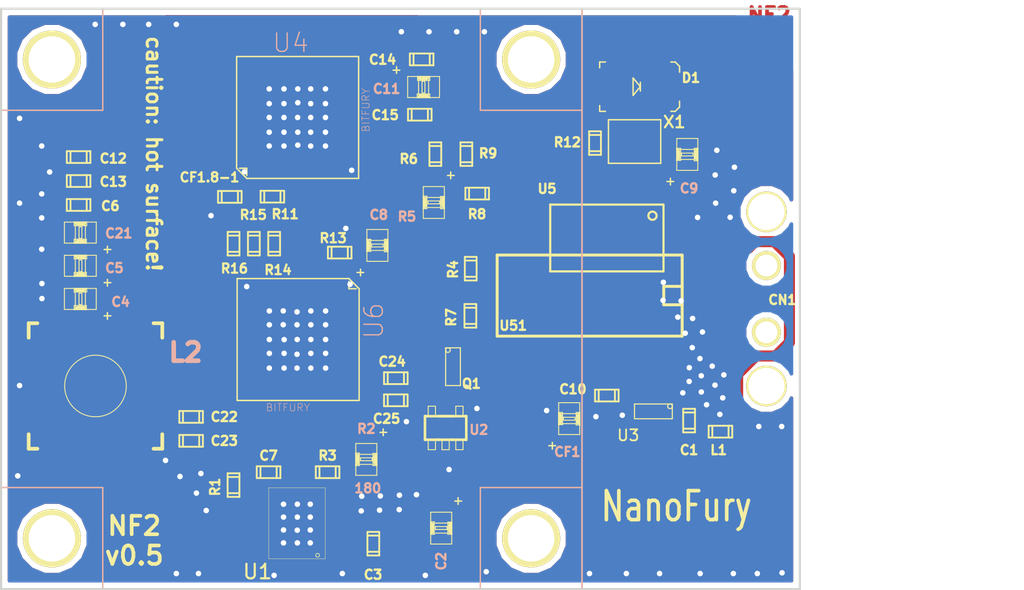
<source format=kicad_pcb>
(kicad_pcb (version 3) (host pcbnew "(2013-07-07 BZR 4022)-stable")
  (title_block (title "NanoFury NF1") (rev 0.5))
  (layers (15 F.Cu mixed) (0 B.Cu mixed) (19 F.Paste user) (20 B.SilkS user) (21 F.SilkS user) (22 B.Mask user) (23 F.Mask user) (28 Edge.Cuts user))
  (net 0 "")
  (net 1 /LED)
  (net 2 /MISO)
  (net 3 /MOSI)
  (net 4 /OMISO2)
  (net 5 /OMOSI2)
  (net 6 /OSC1)
  (net 7 /OSC2)
  (net 8 /OSCK2)
  (net 9 /SCK)
  (net 10 /SCK_OVR)
  (net 11 0V8)
  (net 12 1.8V)
  (net 13 3.3V)
  (net 14 GND)
  (net 15 INMISO)
  (net 16 INMOSI)
  (net 17 INSCK)
  (net 18 N-0000010)
  (net 19 N-0000011)
  (net 20 N-0000012)
  (net 21 N-0000015)
  (net 22 N-0000016)
  (net 23 N-0000017)
  (net 24 N-000002)
  (net 25 N-0000025)
  (net 26 N-0000027)
  (net 27 N-000003)
  (net 28 N-000005)
  (net 29 OUTMISO1)
  (net 30 OUTMOSI1)
  (net 31 OUTSCK1)
  (net 32 USB_5V)
  (net 33 USB_DM)
  (net 34 USB_DP)
  (net 35 V_EN)
  (module SSOP-20 (layer F.Cu) (at 132.1373 79.701 180)
    (fp_text reference U5 (at 7.0423 -0.209 180) (layer F.SilkS) (effects (font (size 0.635 0.635) (thickness 0.15875))))
    (fp_text value MCP2210-I/SS hide)
    (pad 7 smd rect (at 3.9 0 180) (size 0.4064 1.651) (layers F.Cu F.Paste F.Mask))
    (pad 8 smd rect (at 4.55 0 180) (size 0.4064 1.651) (layers F.Cu F.Paste F.Mask))
    (pad 9 smd rect (at 5.2 0 180) (size 0.4064 1.651) (layers F.Cu F.Paste F.Mask) (net 3 /MOSI))
    (pad 10 smd rect (at 5.85 0 180) (size 0.4064 1.651) (layers F.Cu F.Paste F.Mask))
    (pad 17 smd rect (at 1.95 -7.2 180) (size 0.4064 1.651) (layers F.Cu F.Paste F.Mask) (net 13 3.3V))
    (pad 4 smd rect (at 1.95 0 180) (size 0.4064 1.651) (layers F.Cu F.Paste F.Mask) (net 13 3.3V))
    (pad 5 smd rect (at 2.6 0 180) (size 0.4064 1.651) (layers F.Cu F.Paste F.Mask) (net 1 /LED))
    (pad 6 smd rect (at 3.25 0 180) (size 0.4064 1.651) (layers F.Cu F.Paste F.Mask))
    (pad 11 smd rect (at 5.85 -7.2 180) (size 0.4064 1.651) (layers F.Cu F.Paste F.Mask) (net 9 /SCK))
    (pad 12 smd rect (at 5.2 -7.2 180) (size 0.4064 1.651) (layers F.Cu F.Paste F.Mask) (net 10 /SCK_OVR))
    (pad 13 smd rect (at 4.55 -7.2 180) (size 0.4064 1.651) (layers F.Cu F.Paste F.Mask) (net 2 /MISO))
    (pad 14 smd rect (at 3.9 -7.2 180) (size 0.4064 1.651) (layers F.Cu F.Paste F.Mask) (net 35 V_EN))
    (pad 15 smd rect (at 3.25 -7.2 180) (size 0.4064 1.651) (layers F.Cu F.Paste F.Mask))
    (pad 16 smd rect (at 2.6 -7.2 180) (size 0.4064 1.651) (layers F.Cu F.Paste F.Mask))
    (pad 18 smd rect (at 1.3 -7.2 180) (size 0.4064 1.651) (layers F.Cu F.Paste F.Mask) (net 33 USB_DM))
    (pad 19 smd rect (at 0.65 -7.2 180) (size 0.4064 1.651) (layers F.Cu F.Paste F.Mask) (net 34 USB_DP))
    (pad 20 smd rect (at 0 -7.2 180) (size 0.4064 1.651) (layers F.Cu F.Paste F.Mask) (net 14 GND))
    (pad 1 smd rect (at 0 0 180) (size 0.4064 1.651) (layers F.Cu F.Paste F.Mask) (net 13 3.3V))
    (pad 2 smd rect (at 0.65 0 180) (size 0.4064 1.651) (layers F.Cu F.Paste F.Mask) (net 6 /OSC1))
    (pad 3 smd rect (at 1.3 0 180) (size 0.4064 1.651) (layers F.Cu F.Paste F.Mask) (net 7 /OSC2))
  )
  (module SOT23-5 (layer F.Cu) (at 118.11 96.393)
    (fp_text reference U2 (at 2.286 0.127) (layer B.SilkS) (effects (font (size 0.635 0.635) (thickness 0.1524))))
    (fp_text value "LDO - 1.8V" hide)
    (pad 1 smd rect (at -0.94996 1.29794) (size 0.54864 1.19888) (layers F.Cu F.Paste F.Mask) (net 32 USB_5V))
    (pad 2 smd rect (at 0 1.29794) (size 0.54864 1.19888) (layers F.Cu F.Paste F.Mask) (net 14 GND))
    (pad 3 smd rect (at 0.94996 1.29794) (size 0.54864 1.19888) (layers F.Cu F.Paste F.Mask) (net 35 V_EN))
    (pad 4 smd rect (at 0.94996 -1.29794) (size 0.54864 1.19888) (layers F.Cu F.Paste F.Mask) (net 14 GND))
    (pad 5 smd rect (at -0.94996 -1.29794) (size 0.54864 1.19888) (layers F.Cu F.Paste F.Mask) (net 12 1.8V))
  )
  (module CSTCE_G15C (layer F.Cu) (at 131.1213 76.653 180)
    (fp_text reference X1 (at -2.7367 1.342 180) (layer F.SilkS) (effects (font (size 0.8 0.8))))
    (fp_text value 12MHz hide)
    (pad 3 smd rect (at 1.2 0 180) (size 0.635 2) (layers F.Cu F.Paste F.Mask) (net 7 /OSC2))
    (pad 1 smd rect (at -1.2 0 180) (size 0.635 2) (layers F.Cu F.Paste F.Mask) (net 6 /OSC1))
    (pad 2 smd rect (at 0 0 180) (size 0.635 2) (layers F.Cu F.Paste F.Mask) (net 14 GND))
  )
  (module TP (layer F.Cu) (at 108.36315 84.84605)
    (fp_text reference P1 hide)
    (fp_text value TST hide)
    (pad 1 smd rect (at 0 0) (size 0.635 0.635) (layers F.Cu F.Paste F.Mask) (net 8 /OSCK2))
  )
  (module TP (layer F.Cu) (at 108.99815 83.90625)
    (fp_text reference P2 hide)
    (fp_text value TST hide)
    (pad 1 smd rect (at 0 0) (size 0.635 0.635) (layers F.Cu F.Paste F.Mask) (net 5 /OMOSI2))
  )
  (module TP (layer F.Cu) (at 108.05835 83.57605)
    (fp_text reference P3 hide)
    (fp_text value TST hide)
    (pad 1 smd rect (at 0 0) (size 0.635 0.635) (layers F.Cu F.Paste F.Mask) (net 4 /OMISO2))
  )
  (module 0805 (layer F.Cu) (at 92.964 87.503 180)
    (fp_text reference C4 (at -2.7672 -0.202 180) (layer B.SilkS) (effects (font (size 0.635 0.635) (thickness 0.15875))))
    (fp_text value 22uF hide)
    (pad 1 smd rect (at -0.89916 0 180) (size 1.09982 1.4986) (layers F.Cu F.Paste F.Mask) (net 11 0V8))
    (pad 2 smd rect (at 0.89916 0 180) (size 1.09982 1.4986) (layers F.Cu F.Paste F.Mask) (net 14 GND))
  )
  (module 0805 (layer F.Cu) (at 117.2972 80.8482 270)
    (fp_text reference R5 (at 0.9779 1.8542 360) (layer B.SilkS) (effects (font (size 0.635 0.635) (thickness 0.15875))))
    (fp_text value 2k hide)
    (pad 1 smd rect (at -0.89916 0 270) (size 1.09982 1.4986) (layers F.Cu F.Paste F.Mask) (net 17 INSCK))
    (pad 2 smd rect (at 0.89916 0 270) (size 1.09982 1.4986) (layers F.Cu F.Paste F.Mask) (net 10 /SCK_OVR))
  )
  (module 2PLCC (layer F.Cu) (at 131.318 72.8726 180)
    (fp_text reference D1 (at -3.683 0.6096 180) (layer F.SilkS) (effects (font (size 0.635 0.635) (thickness 0.15875))))
    (fp_text value LED hide)
    (pad 1 smd rect (at 1.5 0 180) (size 1.5 2.6) (layers F.Cu F.Paste F.Mask) (net 26 N-0000027))
    (pad 2 smd rect (at -1.5 0 180) (size 1.5 2.6) (layers F.Cu F.Paste F.Mask) (net 14 GND))
  )
  (module 0603 (layer F.Cu) (at 128.397 76.7588 90)
    (fp_text reference R12 (at 0.0508 -1.905 180) (layer F.SilkS) (effects (font (size 0.635 0.635) (thickness 0.15875))))
    (fp_text value 1k hide)
    (pad 1 smd rect (at 0.75184 0 90) (size 0.89916 1.00076) (layers F.Cu F.Paste F.Mask) (net 26 N-0000027))
    (pad 2 smd rect (at -0.75184 0 90) (size 0.89916 1.00076) (layers F.Cu F.Paste F.Mask) (net 1 /LED))
  )
  (module 0603 (layer F.Cu) (at 129.2098 94.1578)
    (fp_text reference C10 (at -2.3368 -0.4318) (layer F.SilkS) (effects (font (size 0.635 0.635) (thickness 0.15875))))
    (fp_text value 100n hide)
    (pad 1 smd rect (at 0.75184 0) (size 0.89916 1.00076) (layers F.Cu F.Paste F.Mask) (net 13 3.3V))
    (pad 2 smd rect (at -0.75184 0) (size 0.89916 1.00076) (layers F.Cu F.Paste F.Mask) (net 14 GND))
  )
  (module 0603 (layer F.Cu) (at 117.40134 77.5208 90)
    (fp_text reference R6 (at -0.3302 -1.83134 180) (layer F.SilkS) (effects (font (size 0.635 0.635) (thickness 0.15875))))
    (fp_text value 2k hide)
    (pad 1 smd rect (at 0.75184 0 90) (size 0.89916 1.00076) (layers F.Cu F.Paste F.Mask) (net 14 GND))
    (pad 2 smd rect (at -0.75184 0 90) (size 0.89916 1.00076) (layers F.Cu F.Paste F.Mask) (net 17 INSCK))
  )
  (module 0603 (layer F.Cu) (at 119.53494 77.5208 90)
    (fp_text reference R9 (at 0.0508 1.49606 180) (layer F.SilkS) (effects (font (size 0.635 0.635) (thickness 0.15875))))
    (fp_text value 2k hide)
    (pad 1 smd rect (at 0.75184 0 90) (size 0.89916 1.00076) (layers F.Cu F.Paste F.Mask) (net 14 GND))
    (pad 2 smd rect (at -0.75184 0 90) (size 0.89916 1.00076) (layers F.Cu F.Paste F.Mask) (net 16 INMOSI))
  )
  (module 0603 (layer F.Cu) (at 120.2817 80.24114)
    (fp_text reference R8 (at -0.0127 1.41986) (layer F.SilkS) (effects (font (size 0.635 0.635) (thickness 0.15875))))
    (fp_text value 2K hide)
    (pad 1 smd rect (at 0.75184 0) (size 0.89916 1.00076) (layers F.Cu F.Paste F.Mask) (net 3 /MOSI))
    (pad 2 smd rect (at -0.75184 0) (size 0.89916 1.00076) (layers F.Cu F.Paste F.Mask) (net 16 INMOSI))
  )
  (module 0603 (layer F.Cu) (at 134.874 95.885 90)
    (fp_text reference C1 (at -2.032 0 180) (layer F.SilkS) (effects (font (size 0.635 0.635) (thickness 0.15875))))
    (fp_text value 100nF hide)
    (pad 1 smd rect (at 0.75184 0 90) (size 0.89916 1.00076) (layers F.Cu F.Paste F.Mask) (net 14 GND))
    (pad 2 smd rect (at -0.75184 0 90) (size 0.89916 1.00076) (layers F.Cu F.Paste F.Mask) (net 32 USB_5V))
  )
  (module 0603 (layer F.Cu) (at 119.8381 85.4162 270)
    (fp_text reference R4 (at 0.0548 1.2201 270) (layer F.SilkS) (effects (font (size 0.635 0.635) (thickness 0.15875))))
    (fp_text value 2k hide)
    (pad 1 smd rect (at 0.75184 0 270) (size 0.89916 1.00076) (layers F.Cu F.Paste F.Mask) (net 2 /MISO))
    (pad 2 smd rect (at -0.75184 0 270) (size 0.89916 1.00076) (layers F.Cu F.Paste F.Mask) (net 13 3.3V))
  )
  (module 0603 (layer F.Cu) (at 109.982 99.441 180)
    (fp_text reference R3 (at 0 1.143 180) (layer F.SilkS) (effects (font (size 0.635 0.635) (thickness 0.15875))))
    (fp_text value 2.4k hide)
    (pad 1 smd rect (at 0.75184 0 180) (size 0.89916 1.00076) (layers F.Cu F.Paste F.Mask) (net 14 GND))
    (pad 2 smd rect (at -0.75184 0 180) (size 0.89916 1.00076) (layers F.Cu F.Paste F.Mask) (net 24 N-000002))
  )
  (module 0603 (layer F.Cu) (at 103.505 100.33 90)
    (fp_text reference R1 (at -0.127 -1.27 90) (layer F.SilkS) (effects (font (size 0.635 0.635) (thickness 0.1524))))
    (fp_text value 5.6k hide)
    (pad 1 smd rect (at 0.75184 0 90) (size 0.89916 1.00076) (layers F.Cu F.Paste F.Mask) (net 19 N-0000011))
    (pad 2 smd rect (at -0.75184 0 90) (size 0.89916 1.00076) (layers F.Cu F.Paste F.Mask) (net 18 N-0000010))
  )
  (module 0603 (layer F.Cu) (at 114.681 94.488 180)
    (fp_text reference C25 (at 0.635 -1.27 180) (layer F.SilkS) (effects (font (size 0.635 0.635) (thickness 0.15875))))
    (fp_text value 100nF hide)
    (pad 1 smd rect (at 0.75184 0 180) (size 0.89916 1.00076) (layers F.Cu F.Paste F.Mask) (net 11 0V8))
    (pad 2 smd rect (at -0.75184 0 180) (size 0.89916 1.00076) (layers F.Cu F.Paste F.Mask) (net 14 GND))
  )
  (module 0603 (layer F.Cu) (at 114.681 92.964 180)
    (fp_text reference C24 (at 0.254 1.143 180) (layer F.SilkS) (effects (font (size 0.635 0.635) (thickness 0.15875))))
    (fp_text value 100nF hide)
    (pad 1 smd rect (at 0.75184 0 180) (size 0.89916 1.00076) (layers F.Cu F.Paste F.Mask) (net 11 0V8))
    (pad 2 smd rect (at -0.75184 0 180) (size 0.89916 1.00076) (layers F.Cu F.Paste F.Mask) (net 14 GND))
  )
  (module 0603 (layer F.Cu) (at 100.584 95.631)
    (fp_text reference C23 (at 2.286 1.651) (layer F.SilkS) (effects (font (size 0.635 0.635) (thickness 0.15875))))
    (fp_text value 100nF hide)
    (pad 1 smd rect (at 0.75184 0) (size 0.89916 1.00076) (layers F.Cu F.Paste F.Mask) (net 11 0V8))
    (pad 2 smd rect (at -0.75184 0) (size 0.89916 1.00076) (layers F.Cu F.Paste F.Mask) (net 14 GND))
  )
  (module 0603 (layer F.Cu) (at 100.584 97.282)
    (fp_text reference C22 (at 2.286 -1.651) (layer F.SilkS) (effects (font (size 0.635 0.635) (thickness 0.15875))))
    (fp_text value 100nF hide)
    (pad 1 smd rect (at 0.75184 0) (size 0.89916 1.00076) (layers F.Cu F.Paste F.Mask) (net 11 0V8))
    (pad 2 smd rect (at -0.75184 0) (size 0.89916 1.00076) (layers F.Cu F.Paste F.Mask) (net 14 GND))
  )
  (module 0603 (layer F.Cu) (at 116.332 74.803 180)
    (fp_text reference C15 (at 2.384 -0.026 180) (layer F.SilkS) (effects (font (size 0.635 0.635) (thickness 0.15875))))
    (fp_text value 100nF hide)
    (pad 1 smd rect (at 0.75184 0 180) (size 0.89916 1.00076) (layers F.Cu F.Paste F.Mask) (net 11 0V8))
    (pad 2 smd rect (at -0.75184 0 180) (size 0.89916 1.00076) (layers F.Cu F.Paste F.Mask) (net 14 GND))
  )
  (module 0603 (layer F.Cu) (at 116.459 70.993 180)
    (fp_text reference C14 (at 2.691 -0.019 180) (layer F.SilkS) (effects (font (size 0.635 0.635) (thickness 0.15875))))
    (fp_text value 100nF hide)
    (pad 1 smd rect (at 0.75184 0 180) (size 0.89916 1.00076) (layers F.Cu F.Paste F.Mask) (net 11 0V8))
    (pad 2 smd rect (at -0.75184 0 180) (size 0.89916 1.00076) (layers F.Cu F.Paste F.Mask) (net 14 GND))
  )
  (module 0603 (layer F.Cu) (at 92.837 79.375)
    (fp_text reference C13 (at 2.3876 0.0508) (layer F.SilkS) (effects (font (size 0.635 0.635) (thickness 0.15875))))
    (fp_text value 100nF hide)
    (pad 1 smd rect (at 0.75184 0) (size 0.89916 1.00076) (layers F.Cu F.Paste F.Mask) (net 11 0V8))
    (pad 2 smd rect (at -0.75184 0) (size 0.89916 1.00076) (layers F.Cu F.Paste F.Mask) (net 14 GND))
  )
  (module 0603 (layer F.Cu) (at 92.837 77.724)
    (fp_text reference C12 (at 2.3876 0.1016) (layer F.SilkS) (effects (font (size 0.635 0.635) (thickness 0.15875))))
    (fp_text value 100nF hide)
    (pad 1 smd rect (at 0.75184 0) (size 0.89916 1.00076) (layers F.Cu F.Paste F.Mask) (net 11 0V8))
    (pad 2 smd rect (at -0.75184 0) (size 0.89916 1.00076) (layers F.Cu F.Paste F.Mask) (net 14 GND))
  )
  (module 0603 (layer F.Cu) (at 105.918 99.441 180)
    (fp_text reference C7 (at 0 1.143 180) (layer F.SilkS) (effects (font (size 0.635 0.635) (thickness 0.15875))))
    (fp_text value 1nF hide)
    (pad 1 smd rect (at 0.75184 0 180) (size 0.89916 1.00076) (layers F.Cu F.Paste F.Mask) (net 19 N-0000011))
    (pad 2 smd rect (at -0.75184 0 180) (size 0.89916 1.00076) (layers F.Cu F.Paste F.Mask) (net 14 GND))
  )
  (module 0603 (layer F.Cu) (at 92.837 81.026)
    (fp_text reference C6 (at 2.1844 0.0762) (layer F.SilkS) (effects (font (size 0.635 0.635) (thickness 0.15875))))
    (fp_text value 100nF hide)
    (pad 1 smd rect (at 0.75184 0) (size 0.89916 1.00076) (layers F.Cu F.Paste F.Mask) (net 11 0V8))
    (pad 2 smd rect (at -0.75184 0) (size 0.89916 1.00076) (layers F.Cu F.Paste F.Mask) (net 14 GND))
  )
  (module 0603 (layer F.Cu) (at 113.1316 104.3686 90)
    (fp_text reference C3 (at -2.1365 -0.0173 180) (layer F.SilkS) (effects (font (size 0.635 0.635) (thickness 0.15875))))
    (fp_text value 100nF hide)
    (pad 1 smd rect (at 0.75184 0 90) (size 0.89916 1.00076) (layers F.Cu F.Paste F.Mask) (net 32 USB_5V))
    (pad 2 smd rect (at -0.75184 0 90) (size 0.89916 1.00076) (layers F.Cu F.Paste F.Mask) (net 14 GND))
  )
  (module 0603 (layer F.Cu) (at 119.8131 88.6662 90)
    (fp_text reference R7 (at -0.1068 -1.3221 90) (layer F.SilkS) (effects (font (size 0.635 0.635) (thickness 0.15875))))
    (fp_text value 1k hide)
    (pad 1 smd rect (at 0.75184 0 90) (size 0.89916 1.00076) (layers F.Cu F.Paste F.Mask) (net 10 /SCK_OVR))
    (pad 2 smd rect (at -0.75184 0 90) (size 0.89916 1.00076) (layers F.Cu F.Paste F.Mask) (net 9 /SCK))
  )
  (module 0603 (layer F.Cu) (at 106.17875 80.45185)
    (fp_text reference R11 (at 0.88225 1.20915) (layer F.SilkS) (effects (font (size 0.635 0.635) (thickness 0.15875))))
    (fp_text value 1k hide)
    (pad 1 smd rect (at 0.75184 0) (size 0.89916 1.00076) (layers F.Cu F.Paste F.Mask) (net 25 N-0000025))
    (pad 2 smd rect (at -0.75184 0) (size 0.89916 1.00076) (layers F.Cu F.Paste F.Mask) (net 14 GND))
  )
  (module SOT23 (layer F.Cu) (at 118.618 92.202 270)
    (fp_text reference Q1 (at 1.143 -1.27 360) (layer F.SilkS) (effects (font (size 0.635 0.635) (thickness 0.15875))))
    (fp_text value BSS138L hide)
    (pad 3 smd rect (at 0 -1.09982 270) (size 0.8001 1.00076) (layers F.Cu F.Paste F.Mask) (net 2 /MISO))
    (pad 2 smd rect (at 0.9525 1.09982 270) (size 0.8001 1.00076) (layers F.Cu F.Paste F.Mask) (net 15 INMISO))
    (pad 1 smd rect (at -0.9525 1.09982 270) (size 0.8001 1.00076) (layers F.Cu F.Paste F.Mask) (net 12 1.8V))
  )
  (module 0805 (layer F.Cu) (at 92.964 82.931 180)
    (fp_text reference C21 (at -2.6416 -0.0508 180) (layer B.SilkS) (effects (font (size 0.635 0.635) (thickness 0.15875))))
    (fp_text value 22uF hide)
    (pad 1 smd rect (at -0.89916 0 180) (size 1.09982 1.4986) (layers F.Cu F.Paste F.Mask) (net 11 0V8))
    (pad 2 smd rect (at 0.89916 0 180) (size 1.09982 1.4986) (layers F.Cu F.Paste F.Mask) (net 14 GND))
  )
  (module 0805 (layer F.Cu) (at 116.586 72.898)
    (fp_text reference C11 (at -2.54 0.127) (layer B.SilkS) (effects (font (size 0.635 0.635) (thickness 0.15875))))
    (fp_text value 22uF hide)
    (pad 1 smd rect (at -0.89916 0) (size 1.09982 1.4986) (layers F.Cu F.Paste F.Mask) (net 11 0V8))
    (pad 2 smd rect (at 0.89916 0) (size 1.09982 1.4986) (layers F.Cu F.Paste F.Mask) (net 14 GND))
  )
  (module 0805 (layer F.Cu) (at 92.964 85.217 180)
    (fp_text reference C5 (at -2.3388 -0.1576 180) (layer B.SilkS) (effects (font (size 0.635 0.635) (thickness 0.15875))))
    (fp_text value 22uF hide)
    (pad 1 smd rect (at -0.89916 0 180) (size 1.09982 1.4986) (layers F.Cu F.Paste F.Mask) (net 11 0V8))
    (pad 2 smd rect (at 0.89916 0 180) (size 1.09982 1.4986) (layers F.Cu F.Paste F.Mask) (net 14 GND))
  )
  (module 0805 (layer F.Cu) (at 117.8052 103.2891 270)
    (fp_text reference C2 (at 2.286 0 270) (layer B.SilkS) (effects (font (size 0.635 0.635) (thickness 0.15875))))
    (fp_text value 22uF/10V hide)
    (pad 1 smd rect (at -0.89916 0 270) (size 1.09982 1.4986) (layers F.Cu F.Paste F.Mask) (net 32 USB_5V))
    (pad 2 smd rect (at 0.89916 0 270) (size 1.09982 1.4986) (layers F.Cu F.Paste F.Mask) (net 14 GND))
  )
  (module 0805 (layer F.Cu) (at 126.619 95.758 90)
    (fp_text reference CF1 (at -2.286 -0.127 180) (layer B.SilkS) (effects (font (size 0.635 0.635) (thickness 0.15875))))
    (fp_text value 22uF/10V hide)
    (pad 1 smd rect (at -0.89916 0 90) (size 1.09982 1.4986) (layers F.Cu F.Paste F.Mask) (net 32 USB_5V))
    (pad 2 smd rect (at 0.89916 0 90) (size 1.09982 1.4986) (layers F.Cu F.Paste F.Mask) (net 14 GND))
  )
  (module 0805 (layer F.Cu) (at 113.411 83.82 90)
    (fp_text reference C8 (at 2.1154 0.0938 180) (layer B.SilkS) (effects (font (size 0.635 0.635) (thickness 0.15875))))
    (fp_text value 4.7uF/4V hide)
    (pad 1 smd rect (at -0.89916 0 90) (size 1.09982 1.4986) (layers F.Cu F.Paste F.Mask) (net 12 1.8V))
    (pad 2 smd rect (at 0.89916 0 90) (size 1.09982 1.4986) (layers F.Cu F.Paste F.Mask) (net 14 GND))
  )
  (module 0805 (layer F.Cu) (at 134.75 77.55 90)
    (fp_text reference C9 (at -2.333 0.124 180) (layer B.SilkS) (effects (font (size 0.635 0.635) (thickness 0.15875))))
    (fp_text value 10uF/4V hide)
    (pad 1 smd rect (at -0.89916 0 90) (size 1.09982 1.4986) (layers F.Cu F.Paste F.Mask) (net 13 3.3V))
    (pad 2 smd rect (at 0.89916 0 90) (size 1.09982 1.4986) (layers F.Cu F.Paste F.Mask) (net 14 GND))
  )
  (module CNC-1001-011-01101 (layer F.Cu) (at 140.2 87.5 270)
    (fp_text reference CN1 (at 0.0665 -1.1002 360) (layer F.SilkS) (effects (font (size 0.635 0.635) (thickness 0.15875))))
    (fp_text value USB-A hide)
    (pad 5 smd rect (at 3.5 2.8 270) (size 1.1 2.3) (layers F.Cu F.Paste F.Mask) (net 14 GND))
    (pad 3 smd rect (at 1 2.8 270) (size 1.1 2.3) (layers F.Cu F.Paste F.Mask) (net 34 USB_DP))
    (pad 1 smd rect (at -3.5 2.8 270) (size 1.1 2.3) (layers F.Cu F.Paste F.Mask) (net 28 N-000005))
    (pad "" thru_hole circle (at -6 0 270) (size 2.8 2.8) (drill 2.5) (layers *.Cu *.Mask F.SilkS))
    (pad "" thru_hole circle (at 6 0 270) (size 2.8 2.8) (drill 2.5) (layers *.Cu *.Mask F.SilkS))
    (pad "" thru_hole circle (at -2.3 0 270) (size 2 2) (drill 1.5) (layers *.Cu *.Mask F.SilkS))
    (pad "" thru_hole circle (at 2.3 0 270) (size 2 2) (drill 1.5) (layers *.Cu *.Mask F.SilkS))
    (pad 2 smd rect (at -1 2.8 270) (size 1.1 2.3) (layers F.Cu F.Paste F.Mask) (net 33 USB_DM))
  )
  (module SOT23 (layer F.Cu) (at 132.3848 95.25 180)
    (fp_text reference U3 (at 1.7018 -1.651 180) (layer F.SilkS) (effects (font (size 0.762 0.762) (thickness 0.11938))))
    (fp_text value "LDO - 3.3V" hide)
    (pad 3 smd rect (at 0 -1.09982 180) (size 0.8001 1.00076) (layers F.Cu F.Paste F.Mask) (net 32 USB_5V))
    (pad 2 smd rect (at 0.9525 1.09982 180) (size 0.8001 1.00076) (layers F.Cu F.Paste F.Mask) (net 13 3.3V))
    (pad 1 smd rect (at -0.9525 1.09982 180) (size 0.8001 1.00076) (layers F.Cu F.Paste F.Mask) (net 14 GND))
  )
  (module SOIC20 (layer F.Cu) (at 128.0479 87.2702 180)
    (fp_text reference U51 (at 5.2848 -2.071 180) (layer F.SilkS) (effects (font (size 0.635 0.635) (thickness 0.15875))))
    (fp_text value MCP2210-I/SO hide)
    (pad 1 smd rect (at -5.715 4.7 180) (size 0.762 2) (layers F.Cu F.Paste F.Mask) (net 13 3.3V))
    (pad 2 smd rect (at -4.445 4.7 180) (size 0.762 2) (layers F.Cu F.Paste F.Mask) (net 6 /OSC1))
    (pad 3 smd rect (at -3.175 4.7 180) (size 0.762 2) (layers F.Cu F.Paste F.Mask) (net 7 /OSC2))
    (pad 4 smd rect (at -1.905 4.7 180) (size 0.762 2) (layers F.Cu F.Paste F.Mask) (net 13 3.3V))
    (pad 5 smd rect (at -0.635 4.7 180) (size 0.762 2) (layers F.Cu F.Paste F.Mask) (net 1 /LED))
    (pad 6 smd rect (at 0.635 4.7 180) (size 0.762 2) (layers F.Cu F.Paste F.Mask))
    (pad 7 smd rect (at 1.905 4.7 180) (size 0.762 2) (layers F.Cu F.Paste F.Mask))
    (pad 8 smd rect (at 3.175 4.7 180) (size 0.762 2) (layers F.Cu F.Paste F.Mask))
    (pad 9 smd rect (at 4.445 4.7 180) (size 0.762 2) (layers F.Cu F.Paste F.Mask) (net 3 /MOSI))
    (pad 10 smd rect (at 5.715 4.7 180) (size 0.762 2) (layers F.Cu F.Paste F.Mask))
    (pad 20 smd rect (at -5.715 -4.7 180) (size 0.762 2) (layers F.Cu F.Paste F.Mask) (net 14 GND))
    (pad 19 smd rect (at -4.445 -4.7 180) (size 0.762 2) (layers F.Cu F.Paste F.Mask) (net 34 USB_DP))
    (pad 18 smd rect (at -3.175 -4.7 180) (size 0.762 2) (layers F.Cu F.Paste F.Mask) (net 33 USB_DM))
    (pad 17 smd rect (at -1.905 -4.7 180) (size 0.762 2) (layers F.Cu F.Paste F.Mask) (net 13 3.3V))
    (pad 16 smd rect (at -0.635 -4.7 180) (size 0.762 2) (layers F.Cu F.Paste F.Mask))
    (pad 15 smd rect (at 0.635 -4.7 180) (size 0.762 2) (layers F.Cu F.Paste F.Mask))
    (pad 14 smd rect (at 1.905 -4.7 180) (size 0.762 2) (layers F.Cu F.Paste F.Mask) (net 35 V_EN))
    (pad 13 smd rect (at 3.175 -4.7 180) (size 0.762 2) (layers F.Cu F.Paste F.Mask) (net 2 /MISO))
    (pad 12 smd rect (at 4.445 -4.7 180) (size 0.762 2) (layers F.Cu F.Paste F.Mask) (net 10 /SCK_OVR))
    (pad 11 smd rect (at 5.715 -4.7 180) (size 0.762 2) (layers F.Cu F.Paste F.Mask) (net 9 /SCK))
  )
  (module 0603 (layer F.Cu) (at 110.81679 84.30757 180)
    (fp_text reference R13 (at 0.45379 0.99557 180) (layer F.SilkS) (effects (font (size 0.635 0.635) (thickness 0.1524))))
    (fp_text value 1k hide)
    (pad 1 smd rect (at 0.75184 0 180) (size 0.89916 1.00076) (layers F.Cu F.Paste F.Mask) (net 20 N-0000012))
    (pad 2 smd rect (at -0.75184 0 180) (size 0.89916 1.00076) (layers F.Cu F.Paste F.Mask) (net 14 GND))
  )
  (module 0603 (layer F.Cu) (at 106.30215 83.69445 90)
    (fp_text reference R14 (at -1.812 0.2618 180) (layer F.SilkS) (effects (font (size 0.635 0.635) (thickness 0.1524))))
    (fp_text value 0R hide)
    (pad 1 smd rect (at 0.75184 0 90) (size 0.89916 1.00076) (layers F.Cu F.Paste F.Mask) (net 29 OUTMISO1))
    (pad 2 smd rect (at -0.75184 0 90) (size 0.89916 1.00076) (layers F.Cu F.Paste F.Mask) (net 21 N-0000015))
  )
  (module 0603 (layer F.Cu) (at 104.90515 83.69445 90)
    (fp_text reference R15 (at 1.988 -0.0412 180) (layer F.SilkS) (effects (font (size 0.635 0.635) (thickness 0.1524))))
    (fp_text value 0R hide)
    (pad 1 smd rect (at 0.75184 0 90) (size 0.89916 1.00076) (layers F.Cu F.Paste F.Mask) (net 30 OUTMOSI1))
    (pad 2 smd rect (at -0.75184 0 90) (size 0.89916 1.00076) (layers F.Cu F.Paste F.Mask) (net 22 N-0000016))
  )
  (module 0603 (layer F.Cu) (at 103.50815 83.69445 90)
    (fp_text reference R16 (at -1.712 0.0558 180) (layer F.SilkS) (effects (font (size 0.635 0.635) (thickness 0.1524))))
    (fp_text value 0R hide)
    (pad 1 smd rect (at 0.75184 0 90) (size 0.89916 1.00076) (layers F.Cu F.Paste F.Mask) (net 31 OUTSCK1))
    (pad 2 smd rect (at -0.75184 0 90) (size 0.89916 1.00076) (layers F.Cu F.Paste F.Mask) (net 23 N-0000017))
  )
  (module SRN8040 (layer F.Cu) (at 94 93.5 180)
    (fp_text reference L2 (at -6.203 2.314 180) (layer B.SilkS) (effects (font (size 1.27 1.27) (thickness 0.3175))))
    (fp_text value 1.0uH hide)
    (pad 1 smd rect (at 0 -2.85 180) (size 8 2.2) (layers F.Cu F.Paste F.Mask) (net 27 N-000003) (clearance 0.508))
    (pad 2 smd rect (at 0 2.85 180) (size 8 2.2) (layers F.Cu F.Paste F.Mask) (net 11 0V8) (clearance 0.508))
  )
  (module 0603 (layer F.Cu) (at 103.251 80.4672)
    (fp_text reference CF1.8-1 (at -1.397 -1.3462) (layer F.SilkS) (effects (font (size 0.635 0.635) (thickness 0.1524))))
    (fp_text value 100n hide)
    (pad 1 smd rect (at 0.75184 0) (size 0.89916 1.00076) (layers F.Cu F.Paste F.Mask) (net 12 1.8V))
    (pad 2 smd rect (at -0.75184 0) (size 0.89916 1.00076) (layers F.Cu F.Paste F.Mask) (net 14 GND))
  )
  (module QFN48 (layer F.Cu) (at 107.91825 74.99535 90)
    (fp_text reference U4 (at 5.138 -0.4778 180) (layer B.SilkS) (effects (font (size 1.27 1.27) (thickness 0.0889))))
    (fp_text value BITFURY (at 0.508 4.699 90) (layer B.SilkS) (effects (font (size 0.508 0.508) (thickness 0.0381))))
    (pad 13 smd rect (at -2.75 3.55 90) (size 0.2794 1) (layers F.Cu F.Paste F.Mask) (net 11 0V8))
    (pad 25 smd rect (at 3.55 2.75 90) (size 1 0.3) (layers F.Cu F.Paste F.Mask) (net 11 0V8))
    (pad 26 smd rect (at 3.55 2.25 90) (size 1 0.3) (layers F.Cu F.Paste F.Mask) (net 11 0V8))
    (pad 28 smd rect (at 3.55 1.25 90) (size 1 0.3) (layers F.Cu F.Paste F.Mask) (net 11 0V8))
    (pad 27 smd rect (at 3.55 1.75 90) (size 1 0.3) (layers F.Cu F.Paste F.Mask) (net 11 0V8))
    (pad 29 smd rect (at 3.55 0.75 90) (size 1 0.3) (layers F.Cu F.Paste F.Mask) (net 11 0V8))
    (pad 30 smd rect (at 3.55 0.25 90) (size 1 0.3) (layers F.Cu F.Paste F.Mask) (net 11 0V8))
    (pad 36 smd rect (at 3.55 -2.75 90) (size 1 0.3) (layers F.Cu F.Paste F.Mask) (net 11 0V8))
    (pad 35 smd rect (at 3.55 -2.25 90) (size 1 0.3) (layers F.Cu F.Paste F.Mask) (net 11 0V8))
    (pad 33 smd rect (at 3.55 -1.25 90) (size 1 0.3) (layers F.Cu F.Paste F.Mask) (net 11 0V8))
    (pad 34 smd rect (at 3.55 -1.75 90) (size 1 0.3) (layers F.Cu F.Paste F.Mask) (net 11 0V8))
    (pad 32 smd rect (at 3.55 -0.75 90) (size 1 0.3) (layers F.Cu F.Paste F.Mask) (net 11 0V8))
    (pad 31 smd rect (at 3.55 -0.25 90) (size 1 0.3) (layers F.Cu F.Paste F.Mask) (net 11 0V8))
    (pad 1 smd rect (at -3.55 -2.75 90) (size 1 0.3) (layers F.Cu F.Paste F.Mask) (net 14 GND))
    (pad 3 smd rect (at -3.55 -1.748 90) (size 1 0.3) (layers F.Cu F.Paste F.Mask) (net 14 GND))
    (pad 2 smd rect (at -3.55 -2.25 90) (size 1 0.3) (layers F.Cu F.Paste F.Mask) (net 14 GND))
    (pad 5 smd rect (at -3.55 -0.75 90) (size 1 0.3) (layers F.Cu F.Paste F.Mask) (net 25 N-0000025))
    (pad 6 smd rect (at -3.55 -0.25 90) (size 1 0.3) (layers F.Cu F.Paste F.Mask) (net 31 OUTSCK1))
    (pad 4 smd rect (at -3.55 -1.25 90) (size 1 0.3) (layers F.Cu F.Paste F.Mask) (net 12 1.8V))
    (pad 10 smd rect (at -3.55 1.75 90) (size 1 0.3) (layers F.Cu F.Paste F.Mask) (net 16 INMOSI))
    (pad 12 smd rect (at -3.55 2.75 90) (size 1 0.3) (layers F.Cu F.Paste F.Mask) (net 14 GND))
    (pad 11 smd rect (at -3.55 2.25 90) (size 1 0.3) (layers F.Cu F.Paste F.Mask) (net 17 INSCK))
    (pad 8 smd rect (at -3.55 0.75 90) (size 1 0.3) (layers F.Cu F.Paste F.Mask) (net 29 OUTMISO1))
    (pad 9 smd rect (at -3.55 1.25 90) (size 1 0.3) (layers F.Cu F.Paste F.Mask) (net 15 INMISO))
    (pad 7 smd rect (at -3.55 0.25 90) (size 1 0.3) (layers F.Cu F.Paste F.Mask) (net 30 OUTMOSI1))
    (pad 49 smd rect (at 0 0 90) (size 5 5) (layers F.Cu F.Mask) (net 14 GND))
    (pad 47 smd rect (at -2.25 -3.55 90) (size 0.3 1) (layers F.Cu F.Paste F.Mask) (net 11 0V8))
    (pad 48 smd rect (at -2.75 -3.55 90) (size 0.2794 1) (layers F.Cu F.Paste F.Mask) (net 11 0V8))
    (pad 45 smd rect (at -1.25 -3.55 90) (size 0.3 1) (layers F.Cu F.Paste F.Mask) (net 11 0V8))
    (pad 44 smd rect (at -0.75 -3.55 90) (size 0.3 1) (layers F.Cu F.Paste F.Mask) (net 11 0V8))
    (pad 46 smd rect (at -1.75 -3.55 90) (size 0.3 1) (layers F.Cu F.Paste F.Mask) (net 11 0V8))
    (pad 39 smd rect (at 1.75 -3.55 90) (size 0.3 1) (layers F.Cu F.Paste F.Mask) (net 11 0V8))
    (pad 37 smd rect (at 2.75 -3.55 90) (size 0.3 1) (layers F.Cu F.Paste F.Mask) (net 11 0V8))
    (pad 38 smd rect (at 2.25 -3.55 90) (size 0.3 1) (layers F.Cu F.Paste F.Mask) (net 11 0V8))
    (pad 41 smd rect (at 0.75 -3.55 90) (size 0.3 1) (layers F.Cu F.Paste F.Mask) (net 11 0V8))
    (pad 40 smd rect (at 1.25 -3.55 90) (size 0.3 1) (layers F.Cu F.Paste F.Mask) (net 11 0V8))
    (pad 42 smd rect (at 0.25 -3.55 90) (size 0.3 1) (layers F.Cu F.Paste F.Mask) (net 11 0V8))
    (pad 43 smd rect (at -0.25 -3.55 90) (size 0.3 1) (layers F.Cu F.Paste F.Mask) (net 11 0V8))
    (pad 14 smd rect (at -2.25 3.55 90) (size 0.3 1) (layers F.Cu F.Paste F.Mask) (net 11 0V8))
    (pad 16 smd rect (at -1.25 3.55 90) (size 0.3 1) (layers F.Cu F.Paste F.Mask) (net 11 0V8))
    (pad 17 smd rect (at -0.75 3.55 90) (size 0.3 1) (layers F.Cu F.Paste F.Mask) (net 11 0V8))
    (pad 15 smd rect (at -1.75 3.55 90) (size 0.3 1) (layers F.Cu F.Paste F.Mask) (net 11 0V8))
    (pad 22 smd rect (at 1.75 3.55 90) (size 0.3 1) (layers F.Cu F.Paste F.Mask) (net 11 0V8))
    (pad 24 smd rect (at 2.75 3.55 90) (size 0.3 1) (layers F.Cu F.Paste F.Mask) (net 11 0V8))
    (pad 23 smd rect (at 2.25 3.55 90) (size 0.3 1) (layers F.Cu F.Paste F.Mask) (net 11 0V8))
    (pad 20 smd rect (at 0.75 3.55 90) (size 0.3 1) (layers F.Cu F.Paste F.Mask) (net 11 0V8))
    (pad 21 smd rect (at 1.25 3.55 90) (size 0.3 1) (layers F.Cu F.Paste F.Mask) (net 11 0V8))
    (pad 19 smd rect (at 0.25 3.55 90) (size 0.3 1) (layers F.Cu F.Paste F.Mask) (net 11 0V8))
    (pad 18 smd rect (at -0.25 3.55 90) (size 0.3 1) (layers F.Cu F.Paste F.Mask) (net 11 0V8))
    (pad 49 smd rect (at -1.125 -1.125 90) (size 2 2) (layers F.Cu F.Paste F.Mask) (net 14 GND))
    (pad 49 smd rect (at -1.125 1.125 90) (size 2 2) (layers F.Cu F.Paste F.Mask) (net 14 GND))
    (pad 49 smd rect (at 1.125 -1.125 90) (size 2 2) (layers F.Cu F.Paste F.Mask) (net 14 GND))
    (pad 49 smd rect (at 1.125 1.125 90) (size 2 2) (layers F.Cu F.Paste F.Mask) (net 14 GND))
  )
  (module QFN48 (layer F.Cu) (at 107.95315 90.29845 270)
    (fp_text reference U6 (at -1.292 -5.2108 270) (layer B.SilkS) (effects (font (size 1.27 1.27) (thickness 0.0889))))
    (fp_text value BITFURY (at 4.688 0.6992 360) (layer B.SilkS) (effects (font (size 0.508 0.508) (thickness 0.0381))))
    (pad 13 smd rect (at -2.75 3.55 270) (size 0.2794 1) (layers F.Cu F.Paste F.Mask) (net 11 0V8))
    (pad 25 smd rect (at 3.55 2.75 270) (size 1 0.3) (layers F.Cu F.Paste F.Mask) (net 11 0V8))
    (pad 26 smd rect (at 3.55 2.25 270) (size 1 0.3) (layers F.Cu F.Paste F.Mask) (net 11 0V8))
    (pad 28 smd rect (at 3.55 1.25 270) (size 1 0.3) (layers F.Cu F.Paste F.Mask) (net 11 0V8))
    (pad 27 smd rect (at 3.55 1.75 270) (size 1 0.3) (layers F.Cu F.Paste F.Mask) (net 11 0V8))
    (pad 29 smd rect (at 3.55 0.75 270) (size 1 0.3) (layers F.Cu F.Paste F.Mask) (net 11 0V8))
    (pad 30 smd rect (at 3.55 0.25 270) (size 1 0.3) (layers F.Cu F.Paste F.Mask) (net 11 0V8))
    (pad 36 smd rect (at 3.55 -2.75 270) (size 1 0.3) (layers F.Cu F.Paste F.Mask) (net 11 0V8))
    (pad 35 smd rect (at 3.55 -2.25 270) (size 1 0.3) (layers F.Cu F.Paste F.Mask) (net 11 0V8))
    (pad 33 smd rect (at 3.55 -1.25 270) (size 1 0.3) (layers F.Cu F.Paste F.Mask) (net 11 0V8))
    (pad 34 smd rect (at 3.55 -1.75 270) (size 1 0.3) (layers F.Cu F.Paste F.Mask) (net 11 0V8))
    (pad 32 smd rect (at 3.55 -0.75 270) (size 1 0.3) (layers F.Cu F.Paste F.Mask) (net 11 0V8))
    (pad 31 smd rect (at 3.55 -0.25 270) (size 1 0.3) (layers F.Cu F.Paste F.Mask) (net 11 0V8))
    (pad 1 smd rect (at -3.55 -2.75 270) (size 1 0.3) (layers F.Cu F.Paste F.Mask) (net 14 GND))
    (pad 3 smd rect (at -3.55 -1.748 270) (size 1 0.3) (layers F.Cu F.Paste F.Mask) (net 14 GND))
    (pad 2 smd rect (at -3.55 -2.25 270) (size 1 0.3) (layers F.Cu F.Paste F.Mask) (net 14 GND))
    (pad 5 smd rect (at -3.55 -0.75 270) (size 1 0.3) (layers F.Cu F.Paste F.Mask) (net 20 N-0000012))
    (pad 6 smd rect (at -3.55 -0.25 270) (size 1 0.3) (layers F.Cu F.Paste F.Mask) (net 8 /OSCK2))
    (pad 4 smd rect (at -3.55 -1.25 270) (size 1 0.3) (layers F.Cu F.Paste F.Mask) (net 12 1.8V))
    (pad 10 smd rect (at -3.55 1.75 270) (size 1 0.3) (layers F.Cu F.Paste F.Mask) (net 22 N-0000016))
    (pad 12 smd rect (at -3.55 2.75 270) (size 1 0.3) (layers F.Cu F.Paste F.Mask) (net 14 GND))
    (pad 11 smd rect (at -3.55 2.25 270) (size 1 0.3) (layers F.Cu F.Paste F.Mask) (net 23 N-0000017))
    (pad 8 smd rect (at -3.55 0.75 270) (size 1 0.3) (layers F.Cu F.Paste F.Mask) (net 4 /OMISO2))
    (pad 9 smd rect (at -3.55 1.25 270) (size 1 0.3) (layers F.Cu F.Paste F.Mask) (net 21 N-0000015))
    (pad 7 smd rect (at -3.55 0.25 270) (size 1 0.3) (layers F.Cu F.Paste F.Mask) (net 5 /OMOSI2))
    (pad 49 smd rect (at 0 0 270) (size 5 5) (layers F.Cu F.Mask) (net 14 GND))
    (pad 47 smd rect (at -2.25 -3.55 270) (size 0.3 1) (layers F.Cu F.Paste F.Mask) (net 11 0V8))
    (pad 48 smd rect (at -2.75 -3.55 270) (size 0.2794 1) (layers F.Cu F.Paste F.Mask) (net 11 0V8))
    (pad 45 smd rect (at -1.25 -3.55 270) (size 0.3 1) (layers F.Cu F.Paste F.Mask) (net 11 0V8))
    (pad 44 smd rect (at -0.75 -3.55 270) (size 0.3 1) (layers F.Cu F.Paste F.Mask) (net 11 0V8))
    (pad 46 smd rect (at -1.75 -3.55 270) (size 0.3 1) (layers F.Cu F.Paste F.Mask) (net 11 0V8))
    (pad 39 smd rect (at 1.75 -3.55 270) (size 0.3 1) (layers F.Cu F.Paste F.Mask) (net 11 0V8))
    (pad 37 smd rect (at 2.75 -3.55 270) (size 0.3 1) (layers F.Cu F.Paste F.Mask) (net 11 0V8))
    (pad 38 smd rect (at 2.25 -3.55 270) (size 0.3 1) (layers F.Cu F.Paste F.Mask) (net 11 0V8))
    (pad 41 smd rect (at 0.75 -3.55 270) (size 0.3 1) (layers F.Cu F.Paste F.Mask) (net 11 0V8))
    (pad 40 smd rect (at 1.25 -3.55 270) (size 0.3 1) (layers F.Cu F.Paste F.Mask) (net 11 0V8))
    (pad 42 smd rect (at 0.25 -3.55 270) (size 0.3 1) (layers F.Cu F.Paste F.Mask) (net 11 0V8))
    (pad 43 smd rect (at -0.25 -3.55 270) (size 0.3 1) (layers F.Cu F.Paste F.Mask) (net 11 0V8))
    (pad 14 smd rect (at -2.25 3.55 270) (size 0.3 1) (layers F.Cu F.Paste F.Mask) (net 11 0V8))
    (pad 16 smd rect (at -1.25 3.55 270) (size 0.3 1) (layers F.Cu F.Paste F.Mask) (net 11 0V8))
    (pad 17 smd rect (at -0.75 3.55 270) (size 0.3 1) (layers F.Cu F.Paste F.Mask) (net 11 0V8))
    (pad 15 smd rect (at -1.75 3.55 270) (size 0.3 1) (layers F.Cu F.Paste F.Mask) (net 11 0V8))
    (pad 22 smd rect (at 1.75 3.55 270) (size 0.3 1) (layers F.Cu F.Paste F.Mask) (net 11 0V8))
    (pad 24 smd rect (at 2.75 3.55 270) (size 0.3 1) (layers F.Cu F.Paste F.Mask) (net 11 0V8))
    (pad 23 smd rect (at 2.25 3.55 270) (size 0.3 1) (layers F.Cu F.Paste F.Mask) (net 11 0V8))
    (pad 20 smd rect (at 0.75 3.55 270) (size 0.3 1) (layers F.Cu F.Paste F.Mask) (net 11 0V8))
    (pad 21 smd rect (at 1.25 3.55 270) (size 0.3 1) (layers F.Cu F.Paste F.Mask) (net 11 0V8))
    (pad 19 smd rect (at 0.25 3.55 270) (size 0.3 1) (layers F.Cu F.Paste F.Mask) (net 11 0V8))
    (pad 18 smd rect (at -0.25 3.55 270) (size 0.3 1) (layers F.Cu F.Paste F.Mask) (net 11 0V8))
    (pad 49 smd rect (at -1.125 -1.125 270) (size 2 2) (layers F.Cu F.Paste F.Mask) (net 14 GND))
    (pad 49 smd rect (at -1.125 1.125 270) (size 2 2) (layers F.Cu F.Paste F.Mask) (net 14 GND))
    (pad 49 smd rect (at 1.125 -1.125 270) (size 2 2) (layers F.Cu F.Paste F.Mask) (net 14 GND))
    (pad 49 smd rect (at 1.125 1.125 270) (size 2 2) (layers F.Cu F.Paste F.Mask) (net 14 GND))
  )
  (module HTSOP-J8 (layer F.Cu) (at 109.82292 105.41264 90)
    (fp_text reference U1 (at -0.88636 -4.66692 180) (layer F.SilkS))
    (fp_text value BD9C601FJ hide)
    (pad 4 smd rect (at 4.355 0.725 90) (size 0.55 1.2) (layers F.Cu F.Paste F.Mask) (net 24 N-000002))
    (pad 1 smd rect (at 0.545 0.725 90) (size 0.55 1.2) (layers F.Cu F.Paste F.Mask) (net 14 GND))
    (pad 2 smd rect (at 1.815 0.725 90) (size 0.55 1.2) (layers F.Cu F.Paste F.Mask) (net 32 USB_5V))
    (pad 3 smd rect (at 3.085 0.725 90) (size 0.55 1.2) (layers F.Cu F.Paste F.Mask) (net 14 GND))
    (pad 6 smd rect (at 3.085 -4.625 90) (size 0.55 1.2) (layers F.Cu F.Paste F.Mask) (net 35 V_EN))
    (pad 7 smd rect (at 1.815 -4.625 90) (size 0.55 1.2) (layers F.Cu F.Paste F.Mask) (net 27 N-000003))
    (pad 8 smd rect (at 0.545 -4.625 90) (size 0.55 1.2) (layers F.Cu F.Paste F.Mask) (net 27 N-000003))
    (pad 5 smd rect (at 4.355 -4.625 90) (size 0.55 1.2) (layers F.Cu F.Paste F.Mask) (net 18 N-0000010))
    (pad 9 smd rect (at 2.45 -1.95 90) (size 3.6 2.8) (layers F.Cu F.Paste F.Mask) (net 14 GND))
  )
  (module 0603 (layer F.Cu) (at 137.033 96.647)
    (fp_text reference L1 (at -0.127 1.27) (layer F.SilkS) (effects (font (size 0.635 0.635) (thickness 0.15875))))
    (fp_text value 10R@100MHz hide)
    (pad 1 smd rect (at 0.75184 0) (size 0.89916 1.00076) (layers F.Cu F.Paste F.Mask) (net 28 N-000005))
    (pad 2 smd rect (at -0.75184 0) (size 0.89916 1.00076) (layers F.Cu F.Paste F.Mask) (net 32 USB_5V))
  )
  (module HEATSINK_LCBH40_40x40 (layer F.Cu) (at 107.5 87.5)
    (fp_text reference HEATSINK_LCBH40_40x40 hide)
    (fp_text value VAL** hide)
    (pad 0 thru_hole circle (at -16.5 16.5) (size 4 4) (drill 3.2) (layers *.Cu *.Mask F.SilkS))
    (pad 0 thru_hole circle (at 16.5 -16.5) (size 4 4) (drill 3.2) (layers *.Cu *.Mask F.SilkS))
  )
  (module HEATSINK_LCBM40_40x40 (layer F.Cu) (at 107.5 87.5)
    (fp_text reference HEATSINK_LCBM40_40x40 hide)
    (fp_text value VAL** hide)
    (pad 0 thru_hole circle (at 16.5 16.5) (size 4 4) (drill 3.2) (layers *.Cu *.Mask F.SilkS))
    (pad 0 thru_hole circle (at -16.5 -16.5) (size 4 4) (drill 3.2) (layers *.Cu *.Mask F.SilkS))
  )
  (module 0805 (layer F.Cu) (at 112.649 98.552 270)
    (fp_text reference R2 (at -2.1 0 360) (layer B.SilkS) (effects (font (size 0.635 0.635) (thickness 0.15875))))
    (fp_text value 180 (at 2 -0.1 360) (layer B.SilkS) (effects (font (size 0.635 0.635) (thickness 0.1524))))
    (pad 1 smd rect (at -0.89916 0 270) (size 1.09982 1.4986) (layers F.Cu F.Paste F.Mask) (net 11 0V8))
    (pad 2 smd rect (at 0.89916 0 270) (size 1.09982 1.4986) (layers F.Cu F.Paste F.Mask) (net 24 N-000002))
  )
  (gr_text "NF2\nv0.5" (at 96.6724 104.1654) (layer F.SilkS) (effects (font (size 1.27 1.27) (thickness 0.254))))
  (gr_text "caution: hot surface!" (at 98.0186 77.4954 270) (layer F.SilkS) (effects (font (size 1.016 1.016) (thickness 0.2032))))
  (gr_text "NF2\nV0.5" (at 140.3858 68.7578) (layer F.Cu) (effects (font (size 1.016 1.016) (thickness 0.254))))
  (gr_text NanoFury (at 134 101.8) (layer F.SilkS) (effects (font (size 2 1.5) (thickness 0.25))))
  (gr_line (start 142.5 67.5) (end 87.5 67.5) (angle 90) (layer Edge.Cuts) (width 0.15))
  (gr_line (start 87.5 107.5) (end 87.5 67.5) (angle 90) (layer Edge.Cuts) (width 0.15))
  (gr_line (start 142.5 67.5) (end 142.5 107.5) (angle 90) (layer Edge.Cuts) (width 0.15))
  (gr_line (start 142.5 107.5) (end 87.5 107.5) (angle 90) (layer Edge.Cuts) (width 0.15))
  (segment (start 129.5373 79.701) (end 129.5373 78.69666) (width 0.508) (layer F.Cu) (net 1))
  (segment (start 128.397 77.55636) (end 128.397 77.51064) (width 0.508) (layer F.Cu) (net 1))
  (segment (start 129.5373 78.69666) (end 128.397 77.55636) (width 0.508) (layer F.Cu) (net 1))
  (segment (start 128.6829 82.5702) (end 128.6829 81.6822) (width 0.381) (layer F.Cu) (net 1))
  (segment (start 129.5373 80.8278) (end 129.5373 79.701) (width 0.381) (layer F.Cu) (net 1))
  (segment (start 128.6829 81.6822) (end 129.5373 80.8278) (width 0.381) (layer F.Cu) (net 1))
  (segment (start 121.69394 93.42628) (end 120.22582 93.42628) (width 0.508) (layer F.Cu) (net 2))
  (segment (start 124.8729 93.21658) (end 124.6632 93.42628) (width 0.508) (layer F.Cu) (net 2))
  (segment (start 124.6632 93.42628) (end 121.69394 93.42628) (width 0.508) (layer F.Cu) (net 2))
  (segment (start 124.8729 91.9702) (end 124.8729 93.21658) (width 0.508) (layer F.Cu) (net 2))
  (segment (start 119.71782 92.91828) (end 119.71782 92.202) (width 0.508) (layer F.Cu) (net 2))
  (segment (start 120.22582 93.42628) (end 119.71782 92.91828) (width 0.508) (layer F.Cu) (net 2))
  (segment (start 119.8381 86.16804) (end 124.19706 86.16804) (width 0.381) (layer F.Cu) (net 2))
  (segment (start 127.5873 85.801256) (end 126.922642 85.136598) (width 0.381) (layer F.Cu) (net 2))
  (segment (start 126.922642 85.136598) (end 125.228502 85.136598) (width 0.381) (layer F.Cu) (net 2))
  (segment (start 127.5873 85.801256) (end 127.5873 86.901) (width 0.381) (layer F.Cu) (net 2))
  (segment (start 124.19706 86.16804) (end 125.228502 85.136598) (width 0.381) (layer F.Cu) (net 2))
  (segment (start 124.8729 91.9702) (end 124.8729 91.0294) (width 0.381) (layer F.Cu) (net 2))
  (segment (start 124.8729 91.0294) (end 127.5873 88.315) (width 0.381) (layer F.Cu) (net 2))
  (segment (start 127.5873 88.315) (end 127.5873 86.901) (width 0.381) (layer F.Cu) (net 2))
  (segment (start 121.03354 80.24114) (end 123.22864 80.24114) (width 0.508) (layer F.Cu) (net 3))
  (segment (start 123.22864 80.24114) (end 124.0601 81.0726) (width 0.508) (layer F.Cu) (net 3))
  (segment (start 126.9373 79.701) (end 126.9373 80.7608) (width 0.381) (layer F.Cu) (net 3))
  (segment (start 123.6029 81.5298) (end 123.6029 82.5702) (width 0.381) (layer F.Cu) (net 3))
  (segment (start 124.0601 81.0726) (end 123.6029 81.5298) (width 0.381) (layer F.Cu) (net 3))
  (segment (start 126.6255 81.0726) (end 124.0601 81.0726) (width 0.381) (layer F.Cu) (net 3))
  (segment (start 126.9373 80.7608) (end 126.6255 81.0726) (width 0.381) (layer F.Cu) (net 3))
  (segment (start 108.05835 83.57605) (end 108.00431 83.57605) (width 0.254) (layer F.Cu) (net 4))
  (segment (start 107.20315 84.37721) (end 107.20315 86.74845) (width 0.254) (layer F.Cu) (net 4))
  (segment (start 108.00431 83.57605) (end 107.20315 84.37721) (width 0.254) (layer F.Cu) (net 4))
  (segment (start 107.70315 86.74845) (end 107.70315 84.45195) (width 0.254) (layer F.Cu) (net 5))
  (segment (start 108.66795 84.23645) (end 107.91865 84.23645) (width 0.254) (layer F.Cu) (net 5))
  (segment (start 107.91865 84.23645) (end 107.70315 84.45195) (width 0.254) (layer F.Cu) (net 5))
  (segment (start 108.66795 84.23645) (end 108.99815 83.90625) (width 0.254) (layer F.Cu) (net 5))
  (segment (start 131.4873 79.701) (end 131.4873 78.6492) (width 0.381) (layer F.Cu) (net 6))
  (segment (start 132.3213 77.8152) (end 132.3213 76.653) (width 0.381) (layer F.Cu) (net 6))
  (segment (start 131.4873 78.6492) (end 132.3213 77.8152) (width 0.381) (layer F.Cu) (net 6))
  (segment (start 131.4873 79.701) (end 131.4873 80.6512) (width 0.381) (layer F.Cu) (net 6))
  (segment (start 132.4929 81.6568) (end 132.4929 82.5702) (width 0.381) (layer F.Cu) (net 6))
  (segment (start 131.4873 80.6512) (end 132.4929 81.6568) (width 0.381) (layer F.Cu) (net 6))
  (segment (start 130.8373 79.701) (end 130.8373 78.7058) (width 0.381) (layer F.Cu) (net 7))
  (segment (start 129.9213 77.7898) (end 129.9213 76.653) (width 0.381) (layer F.Cu) (net 7))
  (segment (start 130.8373 78.7058) (end 129.9213 77.7898) (width 0.381) (layer F.Cu) (net 7))
  (segment (start 131.2229 82.5702) (end 131.2229 81.3774) (width 0.381) (layer F.Cu) (net 7))
  (segment (start 130.8373 80.9918) (end 130.8373 79.701) (width 0.381) (layer F.Cu) (net 7))
  (segment (start 131.2229 81.3774) (end 130.8373 80.9918) (width 0.381) (layer F.Cu) (net 7))
  (segment (start 108.20315 86.74845) (end 108.20315 85.39725) (width 0.254) (layer F.Cu) (net 8))
  (segment (start 108.36315 85.23725) (end 108.36315 84.84605) (width 0.254) (layer F.Cu) (net 8))
  (segment (start 108.20315 85.39725) (end 108.36315 85.23725) (width 0.254) (layer F.Cu) (net 8))
  (segment (start 119.8131 89.41804) (end 121.00094 89.41804) (width 0.381) (layer F.Cu) (net 9))
  (segment (start 121.00094 89.41804) (end 122.3329 90.75) (width 0.381) (layer F.Cu) (net 9))
  (segment (start 126.2873 86.901) (end 126.2873 87.7608) (width 0.381) (layer F.Cu) (net 9))
  (segment (start 122.3329 90.75) (end 122.3329 91.9702) (width 0.381) (layer F.Cu) (net 9))
  (segment (start 122.8663 90.2166) (end 122.3329 90.75) (width 0.381) (layer F.Cu) (net 9))
  (segment (start 123.8315 90.2166) (end 122.8663 90.2166) (width 0.381) (layer F.Cu) (net 9))
  (segment (start 126.2873 87.7608) (end 123.8315 90.2166) (width 0.381) (layer F.Cu) (net 9))
  (segment (start 119.8131 87.91436) (end 119.33162 87.91436) (width 0.508) (layer F.Cu) (net 10))
  (segment (start 117.2972 82.76844) (end 117.2972 81.74736) (width 0.508) (layer F.Cu) (net 10))
  (segment (start 118.55704 84.02828) (end 117.2972 82.76844) (width 0.508) (layer F.Cu) (net 10))
  (segment (start 118.55704 87.13978) (end 118.55704 84.02828) (width 0.508) (layer F.Cu) (net 10))
  (segment (start 119.33162 87.91436) (end 118.55704 87.13978) (width 0.508) (layer F.Cu) (net 10))
  (segment (start 125.6857 85.67) (end 123.44134 87.91436) (width 0.381) (layer F.Cu) (net 10))
  (segment (start 125.6857 85.67) (end 126.7017 85.67) (width 0.381) (layer F.Cu) (net 10))
  (segment (start 126.7017 85.67) (end 126.9373 85.9056) (width 0.381) (layer F.Cu) (net 10))
  (segment (start 126.9373 86.901) (end 126.9373 85.9056) (width 0.381) (layer F.Cu) (net 10))
  (segment (start 123.44134 87.91436) (end 119.8131 87.91436) (width 0.381) (layer F.Cu) (net 10))
  (segment (start 123.6029 91.9702) (end 123.6029 91.3342) (width 0.381) (layer F.Cu) (net 10))
  (segment (start 126.9373 87.9998) (end 126.9373 86.901) (width 0.381) (layer F.Cu) (net 10))
  (segment (start 123.6029 91.3342) (end 126.9373 87.9998) (width 0.381) (layer F.Cu) (net 10))
  (segment (start 101.9556 71.0184) (end 101.9556 71.7296) (width 0.762) (layer F.Cu) (net 11))
  (segment (start 101.0412 78.0542) (end 101.0412 78.3336) (width 0.762) (layer F.Cu) (net 11))
  (segment (start 101.0412 72.644) (end 101.0412 78.0542) (width 0.762) (layer F.Cu) (net 11))
  (segment (start 101.9556 71.7296) (end 101.0412 72.644) (width 0.762) (layer F.Cu) (net 11))
  (segment (start 103.1748 77.8256) (end 101.5492 77.8256) (width 0.762) (layer F.Cu) (net 11))
  (segment (start 101.5492 77.8256) (end 101.0412 78.3336) (width 0.762) (layer F.Cu) (net 11))
  (segment (start 103.1748 77.7748) (end 103.1748 77.8256) (width 0.762) (layer F.Cu) (net 11))
  (segment (start 101.346 85.1408) (end 102.44495 86.23975) (width 0.762) (layer F.Cu) (net 11))
  (segment (start 101.0412 78.3336) (end 100.9396 78.4352) (width 0.762) (layer F.Cu) (net 11))
  (segment (start 100.9396 78.4352) (end 100.9396 84.7344) (width 0.762) (layer F.Cu) (net 11))
  (segment (start 100.9396 84.7344) (end 101.346 85.1408) (width 0.762) (layer F.Cu) (net 11))
  (segment (start 102.44495 87.0458) (end 100.965 85.56585) (width 0.762) (layer F.Cu) (net 11))
  (segment (start 101.7524 77.343) (end 101.7524 72.0852) (width 0.762) (layer F.Cu) (net 11))
  (segment (start 101.0158 78.0796) (end 101.7524 77.343) (width 0.762) (layer F.Cu) (net 11))
  (segment (start 100.965 78.0796) (end 101.0158 78.0796) (width 0.762) (layer F.Cu) (net 11))
  (segment (start 94.3864 89.2048) (end 94.361 89.1794) (width 0.762) (layer F.Cu) (net 11))
  (segment (start 90.6018 89.3318) (end 90.3986 89.535) (width 0.762) (layer F.Cu) (net 11))
  (segment (start 90.6018 89.1794) (end 90.6018 89.3318) (width 0.762) (layer F.Cu) (net 11))
  (segment (start 94.361 89.1794) (end 90.6018 89.1794) (width 0.762) (layer F.Cu) (net 11))
  (segment (start 112.80455 88.03785) (end 113.3856 88.6189) (width 0.762) (layer F.Cu) (net 11))
  (segment (start 113.3856 88.6189) (end 113.3856 91.8718) (width 0.762) (layer F.Cu) (net 11))
  (segment (start 101.33584 95.631) (end 103.124 95.631) (width 0.762) (layer F.Cu) (net 11))
  (segment (start 103.124 95.631) (end 103.378 95.377) (width 0.762) (layer F.Cu) (net 11))
  (segment (start 103.378 95.377) (end 103.378 94.9452) (width 1.016) (layer F.Cu) (net 11))
  (segment (start 103.378 94.9452) (end 102.0572 93.6244) (width 1.016) (layer F.Cu) (net 11))
  (segment (start 111.53395 95.03645) (end 112.18145 95.03645) (width 1.016) (layer F.Cu) (net 11))
  (segment (start 112.18145 95.03645) (end 112.2172 95.0722) (width 1.016) (layer F.Cu) (net 11))
  (segment (start 112.80455 94.0816) (end 112.80455 97.49729) (width 1.016) (layer F.Cu) (net 11))
  (segment (start 112.80455 97.49729) (end 112.141 96.83374) (width 1.016) (layer F.Cu) (net 11))
  (segment (start 112.141 96.83374) (end 112.141 96.7994) (width 1.016) (layer F.Cu) (net 11))
  (segment (start 112.141 96.7994) (end 113.2332 95.7072) (width 1.016) (layer F.Cu) (net 11))
  (segment (start 113.2332 95.7072) (end 113.2332 95.6056) (width 1.016) (layer F.Cu) (net 11))
  (segment (start 113.2332 95.6056) (end 113.2078 95.631) (width 1.016) (layer F.Cu) (net 11))
  (segment (start 113.2078 95.631) (end 112.5982 95.631) (width 1.016) (layer F.Cu) (net 11))
  (segment (start 112.5982 95.631) (end 111.6076 96.6216) (width 1.016) (layer F.Cu) (net 11))
  (segment (start 111.6076 96.6216) (end 102.5906 96.6216) (width 1.016) (layer F.Cu) (net 11))
  (segment (start 102.5906 96.6216) (end 102.616 96.5962) (width 1.016) (layer F.Cu) (net 11))
  (segment (start 102.616 96.5962) (end 102.616 94.7928) (width 1.016) (layer F.Cu) (net 11))
  (segment (start 102.616 94.7928) (end 102.0572 94.234) (width 1.016) (layer F.Cu) (net 11))
  (segment (start 102.0572 94.234) (end 102.235 94.234) (width 1.016) (layer F.Cu) (net 11))
  (segment (start 102.235 94.234) (end 103.378 95.377) (width 1.016) (layer F.Cu) (net 11))
  (segment (start 103.5304 95.631) (end 112.2934 95.631) (width 1.016) (layer F.Cu) (net 11))
  (segment (start 103.378 95.377) (end 103.378 95.7834) (width 1.016) (layer F.Cu) (net 11))
  (segment (start 103.378 95.7834) (end 103.5304 95.631) (width 1.016) (layer F.Cu) (net 11))
  (segment (start 113.92916 94.488) (end 112.9792 94.488) (width 0.508) (layer F.Cu) (net 11))
  (segment (start 112.80455 94.31335) (end 112.80455 94.0816) (width 0.508) (layer F.Cu) (net 11))
  (segment (start 112.80455 94.0816) (end 112.80455 93.76585) (width 0.508) (layer F.Cu) (net 11))
  (segment (start 112.9792 94.488) (end 112.80455 94.31335) (width 0.508) (layer F.Cu) (net 11))
  (segment (start 113.92916 92.964) (end 113.88961 93.00355) (width 0.508) (layer F.Cu) (net 11))
  (segment (start 113.88961 93.00355) (end 112.80455 93.00355) (width 0.508) (layer F.Cu) (net 11))
  (segment (start 96.647 78.9432) (end 96.5454 78.8416) (width 2.54) (layer F.Cu) (net 11))
  (segment (start 96.4184 84.7598) (end 96.4184 79.1718) (width 2.54) (layer F.Cu) (net 11))
  (segment (start 96.4184 79.1718) (end 96.647 78.9432) (width 2.54) (layer F.Cu) (net 11))
  (segment (start 98.298 86.6394) (end 96.4184 84.7598) (width 2.54) (layer F.Cu) (net 11))
  (segment (start 96.5454 78.8416) (end 96.5454 77.1906) (width 2.54) (layer F.Cu) (net 11))
  (segment (start 99.6188 72.0852) (end 98.298 73.406) (width 2.54) (layer F.Cu) (net 11))
  (segment (start 98.298 86.6394) (end 97.028 86.6394) (width 2.54) (layer F.Cu) (net 11))
  (segment (start 98.298 73.406) (end 98.298 86.6394) (width 2.54) (layer F.Cu) (net 11))
  (segment (start 99.5426 87.5284) (end 99.6188 87.4522) (width 2.54) (layer F.Cu) (net 11))
  (segment (start 97.028 87.2236) (end 97.028 87.5284) (width 2.54) (layer F.Cu) (net 11))
  (segment (start 97.028 86.6394) (end 97.028 87.2236) (width 2.54) (layer F.Cu) (net 11))
  (segment (start 99.6188 87.4522) (end 99.6188 72.0852) (width 2.54) (layer F.Cu) (net 11))
  (segment (start 101.1682 87.5284) (end 100.965 87.3252) (width 1.016) (layer F.Cu) (net 11))
  (segment (start 102.2739 86.4108) (end 101.1428 86.4108) (width 1.016) (layer F.Cu) (net 11))
  (segment (start 102.44495 86.23975) (end 102.2739 86.4108) (width 1.016) (layer F.Cu) (net 11))
  (segment (start 102.44495 86.23975) (end 102.44495 87.0458) (width 1.016) (layer F.Cu) (net 11))
  (segment (start 102.44495 87.0458) (end 102.44495 87.54845) (width 1.016) (layer F.Cu) (net 11))
  (segment (start 102.44495 87.54845) (end 102.44495 87.2236) (width 1.016) (layer F.Cu) (net 11))
  (segment (start 102.3874 71.4502) (end 102.3874 77.6224) (width 1.016) (layer F.Cu) (net 11))
  (segment (start 102.3874 71.4502) (end 101.9556 71.0184) (width 1.016) (layer F.Cu) (net 11))
  (segment (start 102.3874 77.7748) (end 102.362 77.7748) (width 1.016) (layer F.Cu) (net 11))
  (segment (start 102.3874 77.7494) (end 102.3874 77.7748) (width 1.016) (layer F.Cu) (net 11))
  (segment (start 102.3874 77.6224) (end 102.3874 77.7494) (width 1.016) (layer F.Cu) (net 11))
  (segment (start 101.5238 71.4502) (end 101.5492 71.4756) (width 1.016) (layer F.Cu) (net 11))
  (segment (start 103.1748 77.7748) (end 103.20425 77.74535) (width 0.254) (layer F.Cu) (net 11))
  (segment (start 103.20425 77.74535) (end 104.36825 77.74535) (width 0.254) (layer F.Cu) (net 11))
  (segment (start 103.1748 77.2414) (end 103.17875 77.24535) (width 0.254) (layer F.Cu) (net 11))
  (segment (start 103.17875 77.24535) (end 104.36825 77.24535) (width 0.254) (layer F.Cu) (net 11))
  (segment (start 103.1748 76.7588) (end 103.18825 76.74535) (width 0.254) (layer F.Cu) (net 11))
  (segment (start 103.18825 76.74535) (end 104.36825 76.74535) (width 0.254) (layer F.Cu) (net 11))
  (segment (start 103.1748 76.2508) (end 103.18025 76.24535) (width 0.254) (layer F.Cu) (net 11))
  (segment (start 103.18025 76.24535) (end 104.36825 76.24535) (width 0.254) (layer F.Cu) (net 11))
  (segment (start 103.1748 75.7174) (end 103.20275 75.74535) (width 0.254) (layer F.Cu) (net 11))
  (segment (start 103.20275 75.74535) (end 104.36825 75.74535) (width 0.254) (layer F.Cu) (net 11))
  (segment (start 103.1748 75.2602) (end 103.18965 75.24535) (width 0.254) (layer F.Cu) (net 11))
  (segment (start 103.18965 75.24535) (end 104.36825 75.24535) (width 0.254) (layer F.Cu) (net 11))
  (segment (start 103.1748 74.7522) (end 103.18165 74.74535) (width 0.254) (layer F.Cu) (net 11))
  (segment (start 103.18165 74.74535) (end 104.36825 74.74535) (width 0.254) (layer F.Cu) (net 11))
  (segment (start 103.1748 74.2188) (end 103.20135 74.24535) (width 0.254) (layer F.Cu) (net 11))
  (segment (start 103.20135 74.24535) (end 104.36825 74.24535) (width 0.254) (layer F.Cu) (net 11))
  (segment (start 103.1748 73.787) (end 103.21645 73.74535) (width 0.254) (layer F.Cu) (net 11))
  (segment (start 103.21645 73.74535) (end 104.36825 73.74535) (width 0.254) (layer F.Cu) (net 11))
  (segment (start 103.1748 73.2282) (end 103.19195 73.24535) (width 0.254) (layer F.Cu) (net 11))
  (segment (start 103.19195 73.24535) (end 104.36825 73.24535) (width 0.254) (layer F.Cu) (net 11))
  (segment (start 103.1748 72.7456) (end 103.17505 72.74535) (width 0.254) (layer F.Cu) (net 11))
  (segment (start 103.17505 72.74535) (end 104.36825 72.74535) (width 0.254) (layer F.Cu) (net 11))
  (segment (start 103.1748 72.2376) (end 103.18255 72.24535) (width 0.254) (layer F.Cu) (net 11))
  (segment (start 103.18255 72.24535) (end 104.36825 72.24535) (width 0.254) (layer F.Cu) (net 11))
  (segment (start 113.6396 76.7334) (end 114.31016 76.06284) (width 1.016) (layer F.Cu) (net 11))
  (segment (start 113.14673 69.72035) (end 112.03675 69.72035) (width 1.016) (layer F.Cu) (net 11))
  (segment (start 114.31016 70.88378) (end 113.14673 69.72035) (width 1.016) (layer F.Cu) (net 11))
  (segment (start 114.31016 71.33336) (end 114.31016 70.88378) (width 1.016) (layer F.Cu) (net 11))
  (segment (start 114.31016 76.06284) (end 114.31016 71.33336) (width 1.016) (layer F.Cu) (net 11))
  (segment (start 115.70716 70.993) (end 113.9698 70.993) (width 0.508) (layer F.Cu) (net 11))
  (segment (start 113.9698 70.993) (end 113.6396 71.3232) (width 0.508) (layer F.Cu) (net 11))
  (segment (start 115.68684 72.898) (end 113.83264 72.898) (width 0.508) (layer F.Cu) (net 11))
  (segment (start 113.83264 72.898) (end 113.6396 73.09104) (width 0.508) (layer F.Cu) (net 11))
  (segment (start 115.58016 74.803) (end 114.31016 74.803) (width 0.508) (layer F.Cu) (net 11))
  (segment (start 114.31016 74.803) (end 113.6396 75.47356) (width 0.508) (layer F.Cu) (net 11))
  (segment (start 102.44495 86.90345) (end 102.44495 86.23975) (width 0.762) (layer F.Cu) (net 11))
  (segment (start 103.1748 77.7748) (end 103.1748 77.2414) (width 0.762) (layer F.Cu) (net 11))
  (segment (start 103.1748 77.2414) (end 103.1748 76.7588) (width 0.762) (layer F.Cu) (net 11))
  (segment (start 103.1748 76.7588) (end 103.1748 76.2508) (width 0.762) (layer F.Cu) (net 11))
  (segment (start 103.1748 76.2508) (end 103.1748 75.7174) (width 0.762) (layer F.Cu) (net 11))
  (segment (start 103.1748 75.7174) (end 103.1748 75.2602) (width 0.762) (layer F.Cu) (net 11))
  (segment (start 103.1748 75.2602) (end 103.1748 74.7522) (width 0.762) (layer F.Cu) (net 11))
  (segment (start 103.1748 74.7522) (end 103.1748 74.2188) (width 0.762) (layer F.Cu) (net 11))
  (segment (start 103.1748 74.2188) (end 103.1748 73.787) (width 0.762) (layer F.Cu) (net 11))
  (segment (start 103.1748 73.787) (end 103.1748 73.2282) (width 0.762) (layer F.Cu) (net 11))
  (segment (start 103.1748 73.2282) (end 103.1748 72.7456) (width 0.762) (layer F.Cu) (net 11))
  (segment (start 103.1748 72.7456) (end 103.1748 72.2376) (width 0.762) (layer F.Cu) (net 11))
  (segment (start 103.1748 72.2376) (end 103.1748 71.0184) (width 0.762) (layer F.Cu) (net 11))
  (segment (start 93.58884 81.8896) (end 95.0468 81.8896) (width 0.508) (layer F.Cu) (net 11))
  (segment (start 93.58884 76.71816) (end 94.29496 76.71816) (width 0.762) (layer F.Cu) (net 11))
  (segment (start 94.29496 76.71816) (end 94.6404 77.0636) (width 0.762) (layer F.Cu) (net 11))
  (segment (start 93.58884 77.724) (end 94.6404 77.724) (width 0.762) (layer F.Cu) (net 11))
  (segment (start 93.58884 79.375) (end 94.6404 79.375) (width 0.762) (layer F.Cu) (net 11))
  (segment (start 94.6404 79.375) (end 94.6404 79.3496) (width 0.762) (layer F.Cu) (net 11))
  (segment (start 93.58884 81.026) (end 94.5896 81.026) (width 0.762) (layer F.Cu) (net 11))
  (segment (start 94.6404 81.0768) (end 94.6404 81.4832) (width 0.762) (layer F.Cu) (net 11))
  (segment (start 94.5896 81.026) (end 94.6404 81.0768) (width 0.762) (layer F.Cu) (net 11))
  (segment (start 93.86316 82.931) (end 94.9706 82.931) (width 0.762) (layer F.Cu) (net 11))
  (segment (start 94.9706 82.931) (end 95.0468 82.8548) (width 0.762) (layer F.Cu) (net 11))
  (segment (start 93.86316 85.217) (end 95.0468 85.217) (width 0.762) (layer F.Cu) (net 11))
  (segment (start 95.0468 85.217) (end 95.0468 85.2424) (width 0.762) (layer F.Cu) (net 11))
  (segment (start 95.0468 88.5444) (end 95.0468 86.2584) (width 0.762) (layer F.Cu) (net 11))
  (segment (start 93.86316 87.503) (end 95.2246 87.503) (width 0.762) (layer F.Cu) (net 11))
  (segment (start 95.504 87.2236) (end 95.504 86.7156) (width 0.762) (layer F.Cu) (net 11))
  (segment (start 95.2246 87.503) (end 95.504 87.2236) (width 0.762) (layer F.Cu) (net 11))
  (segment (start 95.0468 86.2584) (end 95.504 86.7156) (width 1.016) (layer F.Cu) (net 11))
  (segment (start 101.45665 70.24735) (end 94.6404 77.0636) (width 1.016) (layer F.Cu) (net 11))
  (segment (start 104.70785 70.24735) (end 101.45665 70.24735) (width 1.016) (layer F.Cu) (net 11))
  (segment (start 94.6404 77.0636) (end 94.6404 77.724) (width 1.016) (layer F.Cu) (net 11))
  (segment (start 94.6404 77.724) (end 94.6404 79.3496) (width 1.016) (layer F.Cu) (net 11))
  (segment (start 94.6404 79.3496) (end 94.6404 81.4832) (width 1.016) (layer F.Cu) (net 11))
  (segment (start 95.0468 81.8896) (end 95.0468 82.8548) (width 1.016) (layer F.Cu) (net 11))
  (segment (start 94.6404 81.4832) (end 95.0468 81.8896) (width 1.016) (layer F.Cu) (net 11))
  (segment (start 94.6404 81.4832) (end 94.6404 81.4832) (width 1.016) (layer F.Cu) (net 11))
  (segment (start 95.0468 82.8548) (end 95.0468 85.2424) (width 1.016) (layer F.Cu) (net 11))
  (segment (start 95.0468 85.2424) (end 95.0468 86.2584) (width 1.016) (layer F.Cu) (net 11))
  (segment (start 95.504 86.7156) (end 96.3168 87.5284) (width 1.016) (layer F.Cu) (net 11))
  (segment (start 96.3168 87.5284) (end 97.028 87.5284) (width 1.016) (layer F.Cu) (net 11))
  (segment (start 99.5426 87.5284) (end 101.1682 87.5284) (width 1.016) (layer F.Cu) (net 11))
  (segment (start 101.1682 87.5284) (end 100.838 87.5284) (width 1.016) (layer F.Cu) (net 11))
  (segment (start 100.838 87.5284) (end 100.838 91.0844) (width 1.016) (layer F.Cu) (net 11))
  (segment (start 100.838 91.0844) (end 97.5868 91.0844) (width 1.016) (layer F.Cu) (net 11))
  (segment (start 97.5868 91.0844) (end 95.0468 88.5444) (width 1.016) (layer F.Cu) (net 11))
  (segment (start 95.0468 88.5444) (end 95.504 88.5444) (width 1.016) (layer F.Cu) (net 11))
  (segment (start 95.758 77.216) (end 100.965 72.009) (width 1.016) (layer F.Cu) (net 11))
  (segment (start 95.504 77.216) (end 95.758 77.216) (width 1.016) (layer F.Cu) (net 11))
  (segment (start 95.504 88.5444) (end 95.504 77.216) (width 1.016) (layer F.Cu) (net 11))
  (segment (start 100.965 72.009) (end 101.5238 71.4502) (width 1.016) (layer F.Cu) (net 11))
  (segment (start 101.5238 71.4502) (end 101.9556 71.0184) (width 1.016) (layer F.Cu) (net 11))
  (segment (start 101.9556 71.0184) (end 103.1748 71.0184) (width 1.016) (layer F.Cu) (net 11))
  (segment (start 103.9368 71.0184) (end 104.70785 70.24735) (width 1.016) (layer F.Cu) (net 11))
  (segment (start 103.1748 71.0184) (end 103.9368 71.0184) (width 1.016) (layer F.Cu) (net 11))
  (segment (start 95.8088 87.2236) (end 102.44495 87.2236) (width 1.016) (layer F.Cu) (net 11))
  (segment (start 100.9904 91.2368) (end 99.9236 90.17) (width 1.016) (layer F.Cu) (net 11))
  (segment (start 99.9236 90.17) (end 99.9236 87.4776) (width 1.016) (layer F.Cu) (net 11))
  (segment (start 99.9236 87.4776) (end 99.1108 87.4776) (width 1.016) (layer F.Cu) (net 11))
  (segment (start 99.1108 87.4776) (end 99.1616 87.5284) (width 1.016) (layer F.Cu) (net 11))
  (segment (start 99.1616 87.5284) (end 99.1616 89.8652) (width 1.016) (layer F.Cu) (net 11))
  (segment (start 99.1616 89.8652) (end 98.3488 89.0524) (width 1.016) (layer F.Cu) (net 11))
  (segment (start 98.3488 89.0524) (end 98.3488 88.2396) (width 1.016) (layer F.Cu) (net 11))
  (segment (start 98.3488 88.2396) (end 95.8088 88.2396) (width 1.016) (layer F.Cu) (net 11))
  (segment (start 95.8088 88.2396) (end 95.8088 87.2236) (width 1.016) (layer F.Cu) (net 11))
  (segment (start 100.9904 91.44) (end 100.9904 91.2368) (width 1.016) (layer F.Cu) (net 11))
  (segment (start 100.9904 87.6808) (end 100.9904 91.44) (width 1.016) (layer F.Cu) (net 11))
  (segment (start 101.5324 87.6808) (end 100.9904 87.6808) (width 1.016) (layer F.Cu) (net 11))
  (segment (start 101.6 87.7484) (end 101.5324 87.6808) (width 1.016) (layer F.Cu) (net 11))
  (segment (start 101.6 92.1647) (end 101.6 87.7484) (width 1.016) (layer F.Cu) (net 11))
  (segment (start 102.0572 92.6219) (end 101.6 92.1647) (width 1.016) (layer F.Cu) (net 11))
  (segment (start 102.0572 93.6244) (end 102.0572 92.6219) (width 1.016) (layer F.Cu) (net 11))
  (segment (start 102.44495 87.2236) (end 102.1248 87.2236) (width 1.016) (layer F.Cu) (net 11))
  (segment (start 95.0468 88.5444) (end 94.3864 89.2048) (width 1.016) (layer F.Cu) (net 11))
  (segment (start 97.6376 89.2048) (end 102.0572 93.6244) (width 1.016) (layer F.Cu) (net 11))
  (segment (start 94.3864 89.2048) (end 97.6376 89.2048) (width 1.016) (layer F.Cu) (net 11))
  (segment (start 102.1248 87.2236) (end 102.44495 86.90345) (width 1.016) (layer F.Cu) (net 11))
  (segment (start 107.63925 70.24735) (end 104.70785 70.24735) (width 1.016) (layer F.Cu) (net 11))
  (segment (start 112.64265 77.724) (end 112.649 77.724) (width 1.016) (layer F.Cu) (net 11))
  (segment (start 112.03675 69.72035) (end 107.13125 69.72035) (width 1.016) (layer F.Cu) (net 11))
  (segment (start 113.6396 71.3232) (end 112.03675 69.72035) (width 1.016) (layer F.Cu) (net 11))
  (segment (start 113.6396 76.7334) (end 113.6396 75.47356) (width 1.016) (layer F.Cu) (net 11))
  (segment (start 113.6396 75.47356) (end 113.6396 73.09104) (width 1.016) (layer F.Cu) (net 11))
  (segment (start 113.6396 73.09104) (end 113.6396 71.3232) (width 1.016) (layer F.Cu) (net 11))
  (segment (start 112.649 77.724) (end 113.6396 76.7334) (width 1.016) (layer F.Cu) (net 11))
  (segment (start 105.15005 69.72035) (end 100.58665 69.72035) (width 1.016) (layer F.Cu) (net 11))
  (segment (start 100.58665 69.72035) (end 93.58884 76.71816) (width 1.016) (layer F.Cu) (net 11))
  (segment (start 93.58884 77.724) (end 93.58884 76.71816) (width 0.762) (layer F.Cu) (net 11))
  (segment (start 93.58884 76.71816) (end 100.58665 69.72035) (width 0.762) (layer F.Cu) (net 11))
  (segment (start 93.86316 82.931) (end 93.853 82.92084) (width 0.508) (layer F.Cu) (net 11))
  (segment (start 93.58884 81.90484) (end 93.58884 81.8896) (width 0.508) (layer F.Cu) (net 11))
  (segment (start 93.58884 81.8896) (end 93.58884 81.026) (width 0.508) (layer F.Cu) (net 11))
  (segment (start 93.853 82.169) (end 93.58884 81.90484) (width 0.508) (layer F.Cu) (net 11))
  (segment (start 93.853 82.92084) (end 93.853 82.169) (width 0.508) (layer F.Cu) (net 11))
  (segment (start 93.58884 79.375) (end 93.58884 77.724) (width 0.762) (layer F.Cu) (net 11))
  (segment (start 93.58884 81.026) (end 93.58884 79.375) (width 0.762) (layer F.Cu) (net 11))
  (segment (start 93.86316 85.217) (end 93.86316 82.931) (width 0.762) (layer F.Cu) (net 11))
  (segment (start 93.86316 87.503) (end 93.86316 85.217) (width 0.762) (layer F.Cu) (net 11))
  (segment (start 94 90.65) (end 93.86316 90.51316) (width 0.762) (layer F.Cu) (net 11))
  (segment (start 93.86316 90.51316) (end 93.86316 87.503) (width 0.762) (layer F.Cu) (net 11))
  (segment (start 101.33584 95.631) (end 101.33584 93.84284) (width 1.016) (layer F.Cu) (net 11))
  (segment (start 98.143 90.65) (end 94 90.65) (width 1.016) (layer F.Cu) (net 11))
  (segment (start 101.33584 93.84284) (end 98.143 90.65) (width 1.016) (layer F.Cu) (net 11))
  (segment (start 101.33584 97.282) (end 101.33584 95.631) (width 1.016) (layer F.Cu) (net 11))
  (segment (start 113.92916 92.964) (end 113.92916 96.37268) (width 1.016) (layer F.Cu) (net 11))
  (segment (start 113.92916 96.37268) (end 112.649 97.65284) (width 1.016) (layer F.Cu) (net 11))
  (segment (start 113.92916 92.964) (end 113.92916 88.62906) (width 1.016) (layer F.Cu) (net 11))
  (segment (start 113.92916 88.62906) (end 112.80455 87.50445) (width 1.016) (layer F.Cu) (net 11))
  (segment (start 113.92916 94.488) (end 113.92916 92.964) (width 0.762) (layer F.Cu) (net 11))
  (segment (start 112.649 97.65284) (end 113.92916 96.37268) (width 0.762) (layer F.Cu) (net 11))
  (segment (start 113.92916 96.37268) (end 113.92916 94.488) (width 0.762) (layer F.Cu) (net 11))
  (segment (start 101.33584 97.282) (end 112.27816 97.282) (width 0.762) (layer F.Cu) (net 11))
  (segment (start 112.27816 97.282) (end 112.649 97.65284) (width 0.762) (layer F.Cu) (net 11))
  (segment (start 103.15395 89.29105) (end 103.15395 87.61245) (width 1.016) (layer F.Cu) (net 11))
  (segment (start 103.15395 87.61245) (end 102.44495 86.90345) (width 0.762) (layer F.Cu) (net 11))
  (segment (start 103.15395 89.41805) (end 103.15395 89.29105) (width 0.762) (layer F.Cu) (net 11))
  (segment (start 111.46825 75.74535) (end 112.46005 75.74535) (width 0.254) (layer F.Cu) (net 11))
  (segment (start 112.46005 75.74535) (end 112.64265 75.56275) (width 0.254) (layer F.Cu) (net 11))
  (segment (start 111.46825 75.24535) (end 112.50385 75.24535) (width 0.254) (layer F.Cu) (net 11))
  (segment (start 112.50385 75.24535) (end 112.64265 75.38415) (width 0.254) (layer F.Cu) (net 11))
  (segment (start 111.46825 74.74535) (end 112.64265 74.74535) (width 0.254) (layer F.Cu) (net 11))
  (segment (start 112.64265 74.74535) (end 112.64265 74.72415) (width 0.254) (layer F.Cu) (net 11))
  (segment (start 111.46825 74.24535) (end 112.64265 74.24535) (width 0.254) (layer F.Cu) (net 11))
  (segment (start 111.46825 73.74535) (end 112.64265 73.74535) (width 0.254) (layer F.Cu) (net 11))
  (segment (start 112.64265 73.74535) (end 112.61765 73.72035) (width 0.254) (layer F.Cu) (net 11))
  (segment (start 112.61765 73.72035) (end 112.61765 73.68275) (width 0.254) (layer F.Cu) (net 11))
  (segment (start 112.61765 73.68275) (end 112.64265 73.68275) (width 0.254) (layer F.Cu) (net 11))
  (segment (start 111.46825 73.24535) (end 112.37833 73.24535) (width 0.254) (layer F.Cu) (net 11))
  (segment (start 112.37833 73.24535) (end 112.64265 72.98103) (width 0.254) (layer F.Cu) (net 11))
  (segment (start 104.40315 89.54845) (end 103.15395 89.54845) (width 0.254) (layer F.Cu) (net 11))
  (segment (start 103.15395 89.54845) (end 103.15395 89.57045) (width 0.254) (layer F.Cu) (net 11))
  (segment (start 110.68725 70.24735) (end 110.66825 70.26635) (width 0.254) (layer F.Cu) (net 11))
  (segment (start 110.66825 70.26635) (end 110.66825 71.44535) (width 0.254) (layer F.Cu) (net 11))
  (segment (start 110.17925 70.24735) (end 110.16825 70.25835) (width 0.254) (layer F.Cu) (net 11))
  (segment (start 110.16825 70.25835) (end 110.16825 71.44535) (width 0.254) (layer F.Cu) (net 11))
  (segment (start 109.67125 70.24735) (end 109.66825 70.25035) (width 0.254) (layer F.Cu) (net 11))
  (segment (start 109.66825 70.25035) (end 109.66825 71.44535) (width 0.254) (layer F.Cu) (net 11))
  (segment (start 109.21405 70.24735) (end 109.16825 70.29315) (width 0.254) (layer F.Cu) (net 11))
  (segment (start 109.16825 70.29315) (end 109.16825 71.44535) (width 0.254) (layer F.Cu) (net 11))
  (segment (start 108.70605 70.24735) (end 108.66825 70.28515) (width 0.254) (layer F.Cu) (net 11))
  (segment (start 108.66825 70.28515) (end 108.66825 71.44535) (width 0.254) (layer F.Cu) (net 11))
  (segment (start 108.19805 70.24735) (end 108.16825 70.27715) (width 0.254) (layer F.Cu) (net 11))
  (segment (start 108.16825 70.27715) (end 108.16825 71.44535) (width 0.254) (layer F.Cu) (net 11))
  (segment (start 107.63925 70.24735) (end 107.66825 70.27635) (width 0.254) (layer F.Cu) (net 11))
  (segment (start 107.66825 70.27635) (end 107.66825 70.4088) (width 0.254) (layer F.Cu) (net 11))
  (segment (start 107.66825 70.4088) (end 107.66825 71.44535) (width 0.254) (layer F.Cu) (net 11))
  (segment (start 107.13125 69.72035) (end 107.16825 69.75735) (width 0.254) (layer F.Cu) (net 11))
  (segment (start 107.16825 69.75735) (end 107.16825 71.44535) (width 0.254) (layer F.Cu) (net 11))
  (segment (start 106.67405 69.72035) (end 106.66825 69.72615) (width 0.254) (layer F.Cu) (net 11))
  (segment (start 106.66825 69.72615) (end 106.66825 71.44535) (width 0.254) (layer F.Cu) (net 11))
  (segment (start 106.11525 69.72035) (end 106.16825 69.77335) (width 0.254) (layer F.Cu) (net 11))
  (segment (start 106.16825 69.77335) (end 106.16825 71.44535) (width 0.254) (layer F.Cu) (net 11))
  (segment (start 105.65805 69.72035) (end 105.66825 69.73055) (width 0.254) (layer F.Cu) (net 11))
  (segment (start 105.66825 69.73055) (end 105.66825 71.44535) (width 0.254) (layer F.Cu) (net 11))
  (segment (start 105.15005 69.72035) (end 105.16825 69.73855) (width 0.254) (layer F.Cu) (net 11))
  (segment (start 105.16825 69.73855) (end 105.16825 71.44535) (width 0.254) (layer F.Cu) (net 11))
  (segment (start 101.86075 87.48765) (end 101.92155 87.54845) (width 0.254) (layer F.Cu) (net 11))
  (segment (start 101.92155 87.54845) (end 104.40315 87.54845) (width 0.254) (layer F.Cu) (net 11))
  (segment (start 102.44495 86.90345) (end 101.86075 87.48765) (width 1.016) (layer F.Cu) (net 11))
  (segment (start 102.44495 88.04645) (end 102.44695 88.04845) (width 0.254) (layer F.Cu) (net 11))
  (segment (start 102.44695 88.04845) (end 104.40315 88.04845) (width 0.254) (layer F.Cu) (net 11))
  (segment (start 102.44495 88.55445) (end 102.45095 88.54845) (width 0.254) (layer F.Cu) (net 11))
  (segment (start 102.45095 88.54845) (end 104.40315 88.54845) (width 0.254) (layer F.Cu) (net 11))
  (segment (start 102.44495 89.06245) (end 102.45895 89.04845) (width 0.254) (layer F.Cu) (net 11))
  (segment (start 102.45895 89.04845) (end 104.40315 89.04845) (width 0.254) (layer F.Cu) (net 11))
  (segment (start 103.15395 90.48485) (end 103.59035 90.04845) (width 0.254) (layer F.Cu) (net 11))
  (segment (start 103.59035 90.04845) (end 104.40315 90.04845) (width 0.254) (layer F.Cu) (net 11))
  (segment (start 103.15395 90.48485) (end 103.21755 90.54845) (width 0.254) (layer F.Cu) (net 11))
  (segment (start 103.21755 90.54845) (end 104.40315 90.54845) (width 0.254) (layer F.Cu) (net 11))
  (segment (start 103.15395 90.99285) (end 103.20955 91.04845) (width 0.254) (layer F.Cu) (net 11))
  (segment (start 103.20955 91.04845) (end 104.40315 91.04845) (width 0.254) (layer F.Cu) (net 11))
  (segment (start 103.15395 91.50085) (end 103.20155 91.54845) (width 0.254) (layer F.Cu) (net 11))
  (segment (start 103.20155 91.54845) (end 104.40315 91.54845) (width 0.254) (layer F.Cu) (net 11))
  (segment (start 103.15395 92.00885) (end 103.19355 92.04845) (width 0.254) (layer F.Cu) (net 11))
  (segment (start 103.19355 92.04845) (end 104.40315 92.04845) (width 0.254) (layer F.Cu) (net 11))
  (segment (start 103.15395 92.51685) (end 103.18555 92.54845) (width 0.254) (layer F.Cu) (net 11))
  (segment (start 103.18555 92.54845) (end 104.40315 92.54845) (width 0.254) (layer F.Cu) (net 11))
  (segment (start 103.15395 93.02485) (end 103.17755 93.04845) (width 0.254) (layer F.Cu) (net 11))
  (segment (start 103.17755 93.04845) (end 104.40315 93.04845) (width 0.254) (layer F.Cu) (net 11))
  (segment (start 105.16275 95.03645) (end 105.20315 94.99605) (width 0.254) (layer F.Cu) (net 11))
  (segment (start 105.20315 94.99605) (end 105.20315 93.84845) (width 0.254) (layer F.Cu) (net 11))
  (segment (start 105.67075 95.03645) (end 105.70315 95.00405) (width 0.254) (layer F.Cu) (net 11))
  (segment (start 105.70315 95.00405) (end 105.70315 93.84845) (width 0.254) (layer F.Cu) (net 11))
  (segment (start 106.17875 95.03645) (end 106.20315 95.01205) (width 0.254) (layer F.Cu) (net 11))
  (segment (start 106.20315 95.01205) (end 106.20315 93.84845) (width 0.254) (layer F.Cu) (net 11))
  (segment (start 106.70315 93.84845) (end 106.70315 95.03645) (width 0.254) (layer F.Cu) (net 11))
  (segment (start 106.70315 95.03645) (end 106.68675 95.03645) (width 0.254) (layer F.Cu) (net 11))
  (segment (start 107.20315 93.84845) (end 107.20315 95.03645) (width 0.254) (layer F.Cu) (net 11))
  (segment (start 107.20315 95.03645) (end 107.19475 95.03645) (width 0.254) (layer F.Cu) (net 11))
  (segment (start 107.70315 93.84845) (end 107.70315 95.03645) (width 0.254) (layer F.Cu) (net 11))
  (segment (start 108.20315 93.84845) (end 108.20315 95.03645) (width 0.254) (layer F.Cu) (net 11))
  (segment (start 108.20315 95.03645) (end 108.15995 95.03645) (width 0.254) (layer F.Cu) (net 11))
  (segment (start 108.70315 93.84845) (end 108.70315 95.03645) (width 0.254) (layer F.Cu) (net 11))
  (segment (start 108.54095 95.03145) (end 108.54095 95.03645) (width 0.254) (layer F.Cu) (net 11))
  (segment (start 108.69815 95.03145) (end 108.54095 95.03145) (width 0.254) (layer F.Cu) (net 11))
  (segment (start 108.70315 95.03645) (end 108.69815 95.03145) (width 0.254) (layer F.Cu) (net 11))
  (segment (start 109.20315 93.84845) (end 109.20315 95.03645) (width 0.254) (layer F.Cu) (net 11))
  (segment (start 109.70315 93.84845) (end 109.70315 95.03645) (width 0.254) (layer F.Cu) (net 11))
  (segment (start 110.20315 93.84845) (end 110.20315 95.03645) (width 0.254) (layer F.Cu) (net 11))
  (segment (start 110.70315 93.84845) (end 110.70315 95.03645) (width 0.254) (layer F.Cu) (net 11))
  (segment (start 107.13125 69.72035) (end 106.67405 69.72035) (width 1.016) (layer F.Cu) (net 11))
  (segment (start 106.67405 69.72035) (end 106.11525 69.72035) (width 1.016) (layer F.Cu) (net 11))
  (segment (start 106.11525 69.72035) (end 105.65805 69.72035) (width 1.016) (layer F.Cu) (net 11))
  (segment (start 105.65805 69.72035) (end 105.15005 69.72035) (width 1.016) (layer F.Cu) (net 11))
  (segment (start 103.15395 93.90645) (end 103.15395 93.02485) (width 1.016) (layer F.Cu) (net 11))
  (segment (start 103.15395 93.02485) (end 103.15395 92.51685) (width 1.016) (layer F.Cu) (net 11))
  (segment (start 103.15395 92.51685) (end 103.15395 92.00885) (width 1.016) (layer F.Cu) (net 11))
  (segment (start 103.15395 92.00885) (end 103.15395 91.50085) (width 1.016) (layer F.Cu) (net 11))
  (segment (start 103.15395 91.50085) (end 103.15395 90.99285) (width 1.016) (layer F.Cu) (net 11))
  (segment (start 103.15395 90.99285) (end 103.15395 90.48485) (width 1.016) (layer F.Cu) (net 11))
  (segment (start 103.15395 90.48485) (end 103.15395 89.41805) (width 1.016) (layer F.Cu) (net 11))
  (segment (start 103.15395 89.41805) (end 103.15395 89.57045) (width 1.016) (layer F.Cu) (net 11))
  (segment (start 103.04445 93.79695) (end 103.04445 92.83695) (width 1.016) (layer F.Cu) (net 11))
  (segment (start 102.44495 92.23745) (end 102.44495 89.06245) (width 1.016) (layer F.Cu) (net 11))
  (segment (start 102.44495 89.06245) (end 102.44495 88.55445) (width 1.016) (layer F.Cu) (net 11))
  (segment (start 102.44495 88.55445) (end 102.44495 88.04645) (width 1.016) (layer F.Cu) (net 11))
  (segment (start 102.44495 88.04645) (end 102.44495 86.90345) (width 1.016) (layer F.Cu) (net 11))
  (segment (start 103.04445 92.83695) (end 102.44495 92.23745) (width 1.016) (layer F.Cu) (net 11))
  (segment (start 103.04445 93.79695) (end 103.15395 93.90645) (width 1.016) (layer F.Cu) (net 11))
  (segment (start 112.64265 72.98103) (end 112.64265 71.53955) (width 1.016) (layer F.Cu) (net 11))
  (segment (start 112.64265 71.53955) (end 111.35045 70.24735) (width 1.016) (layer F.Cu) (net 11))
  (segment (start 111.35045 70.24735) (end 110.68725 70.24735) (width 1.016) (layer F.Cu) (net 11))
  (segment (start 110.68725 70.24735) (end 110.17925 70.24735) (width 1.016) (layer F.Cu) (net 11))
  (segment (start 110.17925 70.24735) (end 109.67125 70.24735) (width 1.016) (layer F.Cu) (net 11))
  (segment (start 109.67125 70.24735) (end 109.21405 70.24735) (width 1.016) (layer F.Cu) (net 11))
  (segment (start 109.21405 70.24735) (end 108.70605 70.24735) (width 1.016) (layer F.Cu) (net 11))
  (segment (start 108.70605 70.24735) (end 108.19805 70.24735) (width 1.016) (layer F.Cu) (net 11))
  (segment (start 108.19805 70.24735) (end 107.63925 70.24735) (width 1.016) (layer F.Cu) (net 11))
  (segment (start 112.80455 93.00355) (end 112.80455 93.76585) (width 1.016) (layer F.Cu) (net 11))
  (segment (start 111.53395 95.03645) (end 109.20315 95.03645) (width 1.016) (layer F.Cu) (net 11))
  (segment (start 112.80455 93.76585) (end 111.53395 95.03645) (width 1.016) (layer F.Cu) (net 11))
  (segment (start 109.20315 95.03645) (end 109.70315 95.03645) (width 1.016) (layer F.Cu) (net 11))
  (segment (start 109.70315 95.03645) (end 110.20315 95.03645) (width 1.016) (layer F.Cu) (net 11))
  (segment (start 110.20315 95.03645) (end 110.70315 95.03645) (width 1.016) (layer F.Cu) (net 11))
  (segment (start 110.70315 95.03645) (end 107.70315 95.03645) (width 1.016) (layer F.Cu) (net 11))
  (segment (start 107.70315 95.03645) (end 108.15995 95.03645) (width 1.016) (layer F.Cu) (net 11))
  (segment (start 108.15995 95.03645) (end 108.54095 95.03645) (width 1.016) (layer F.Cu) (net 11))
  (segment (start 108.54095 95.03645) (end 105.16275 95.03645) (width 1.016) (layer F.Cu) (net 11))
  (segment (start 105.16275 95.03645) (end 105.67075 95.03645) (width 1.016) (layer F.Cu) (net 11))
  (segment (start 105.67075 95.03645) (end 106.17875 95.03645) (width 1.016) (layer F.Cu) (net 11))
  (segment (start 106.17875 95.03645) (end 106.68675 95.03645) (width 1.016) (layer F.Cu) (net 11))
  (segment (start 106.68675 95.03645) (end 107.19475 95.03645) (width 1.016) (layer F.Cu) (net 11))
  (segment (start 107.19475 95.03645) (end 104.28395 95.03645) (width 1.016) (layer F.Cu) (net 11))
  (segment (start 104.28395 95.03645) (end 103.15395 93.90645) (width 1.016) (layer F.Cu) (net 11))
  (segment (start 112.80455 87.50445) (end 112.76055 87.54845) (width 0.254) (layer F.Cu) (net 11))
  (segment (start 112.76055 87.54845) (end 111.50315 87.54845) (width 0.254) (layer F.Cu) (net 11))
  (segment (start 112.80455 88.03785) (end 112.79395 88.04845) (width 0.254) (layer F.Cu) (net 11))
  (segment (start 112.79395 88.04845) (end 111.50315 88.04845) (width 0.254) (layer F.Cu) (net 11))
  (segment (start 112.80455 88.59665) (end 112.75635 88.54845) (width 0.254) (layer F.Cu) (net 11))
  (segment (start 112.75635 88.54845) (end 111.50315 88.54845) (width 0.254) (layer F.Cu) (net 11))
  (segment (start 112.80455 88.99035) (end 112.74645 89.04845) (width 0.254) (layer F.Cu) (net 11))
  (segment (start 112.74645 89.04845) (end 111.50315 89.04845) (width 0.254) (layer F.Cu) (net 11))
  (segment (start 112.80455 89.54915) (end 112.80385 89.54845) (width 0.254) (layer F.Cu) (net 11))
  (segment (start 112.80385 89.54845) (end 111.50315 89.54845) (width 0.254) (layer F.Cu) (net 11))
  (segment (start 112.80455 90.05715) (end 112.79585 90.04845) (width 0.254) (layer F.Cu) (net 11))
  (segment (start 112.79585 90.04845) (end 111.50315 90.04845) (width 0.254) (layer F.Cu) (net 11))
  (segment (start 112.80455 90.57785) (end 112.77515 90.54845) (width 0.254) (layer F.Cu) (net 11))
  (segment (start 112.77515 90.54845) (end 111.50315 90.54845) (width 0.254) (layer F.Cu) (net 11))
  (segment (start 112.80455 91.04775) (end 111.50385 91.04775) (width 0.254) (layer F.Cu) (net 11))
  (segment (start 111.50385 91.04775) (end 111.50315 91.04845) (width 0.254) (layer F.Cu) (net 11))
  (segment (start 112.80455 91.54305) (end 111.50855 91.54305) (width 0.254) (layer F.Cu) (net 11))
  (segment (start 111.50855 91.54305) (end 111.50315 91.54845) (width 0.254) (layer F.Cu) (net 11))
  (segment (start 112.80455 92.05105) (end 111.50575 92.05105) (width 0.254) (layer F.Cu) (net 11))
  (segment (start 111.50575 92.05105) (end 111.50315 92.04845) (width 0.254) (layer F.Cu) (net 11))
  (segment (start 111.50315 92.54845) (end 112.34945 92.54845) (width 0.254) (layer F.Cu) (net 11))
  (segment (start 112.34945 92.54845) (end 112.80455 93.00355) (width 0.254) (layer F.Cu) (net 11))
  (segment (start 111.50315 93.04845) (end 112.75965 93.04845) (width 0.254) (layer F.Cu) (net 11))
  (segment (start 112.75965 93.04845) (end 112.80455 93.00355) (width 0.254) (layer F.Cu) (net 11))
  (segment (start 111.46825 72.24535) (end 112.64265 72.24535) (width 0.254) (layer F.Cu) (net 11))
  (segment (start 112.96015 73.29853) (end 112.80311 73.29853) (width 0.254) (layer F.Cu) (net 11))
  (segment (start 112.96015 72.56285) (end 112.96015 73.29853) (width 0.254) (layer F.Cu) (net 11))
  (segment (start 112.64265 72.24535) (end 112.96015 72.56285) (width 0.254) (layer F.Cu) (net 11))
  (segment (start 111.46825 72.74535) (end 112.24993 72.74535) (width 0.254) (layer F.Cu) (net 11))
  (segment (start 112.24993 72.74535) (end 112.80311 73.29853) (width 0.254) (layer F.Cu) (net 11))
  (segment (start 111.46825 76.24535) (end 112.64265 76.24535) (width 0.254) (layer F.Cu) (net 11))
  (segment (start 112.68075 76.32885) (end 112.64265 76.32885) (width 0.254) (layer F.Cu) (net 11))
  (segment (start 112.68075 76.28345) (end 112.68075 76.32885) (width 0.254) (layer F.Cu) (net 11))
  (segment (start 112.64265 76.24535) (end 112.68075 76.28345) (width 0.254) (layer F.Cu) (net 11))
  (segment (start 111.46825 76.74535) (end 112.33525 76.74535) (width 0.254) (layer F.Cu) (net 11))
  (segment (start 112.33525 76.74535) (end 112.64265 77.05275) (width 0.254) (layer F.Cu) (net 11))
  (segment (start 111.46825 77.24535) (end 112.40345 77.24535) (width 0.254) (layer F.Cu) (net 11))
  (segment (start 112.40345 77.24535) (end 112.64265 77.48455) (width 0.254) (layer F.Cu) (net 11))
  (segment (start 111.46825 77.74535) (end 112.38185 77.74535) (width 0.254) (layer F.Cu) (net 11))
  (segment (start 112.38185 77.74535) (end 112.64265 77.48455) (width 0.254) (layer F.Cu) (net 11))
  (segment (start 112.80455 87.50445) (end 112.80455 88.03785) (width 1.016) (layer F.Cu) (net 11))
  (segment (start 112.80455 88.03785) (end 112.80455 88.59665) (width 1.016) (layer F.Cu) (net 11))
  (segment (start 112.80455 88.59665) (end 112.80455 88.99035) (width 1.016) (layer F.Cu) (net 11))
  (segment (start 112.80455 88.99035) (end 112.80455 89.54915) (width 1.016) (layer F.Cu) (net 11))
  (segment (start 112.80455 89.54915) (end 112.80455 90.05715) (width 1.016) (layer F.Cu) (net 11))
  (segment (start 112.80455 90.05715) (end 112.80455 90.57785) (width 1.016) (layer F.Cu) (net 11))
  (segment (start 112.80455 90.57785) (end 112.80455 91.04775) (width 1.016) (layer F.Cu) (net 11))
  (segment (start 112.80455 91.04775) (end 112.80455 91.54305) (width 1.016) (layer F.Cu) (net 11))
  (segment (start 112.80455 91.54305) (end 112.80455 92.05105) (width 1.016) (layer F.Cu) (net 11))
  (segment (start 112.80455 92.05105) (end 112.80455 93.00355) (width 1.016) (layer F.Cu) (net 11))
  (segment (start 112.64265 77.05275) (end 112.64265 77.724) (width 1.016) (layer F.Cu) (net 11))
  (segment (start 112.64265 77.724) (end 112.64265 77.54355) (width 1.016) (layer F.Cu) (net 11))
  (segment (start 112.64265 77.54355) (end 112.64265 77.48455) (width 1.016) (layer F.Cu) (net 11))
  (segment (start 112.64265 77.48455) (end 112.64265 76.32885) (width 1.016) (layer F.Cu) (net 11))
  (segment (start 112.64265 76.32885) (end 112.64265 75.56275) (width 1.016) (layer F.Cu) (net 11))
  (segment (start 112.64265 75.56275) (end 112.64265 75.38415) (width 1.016) (layer F.Cu) (net 11))
  (segment (start 112.64265 75.38415) (end 112.64265 74.72415) (width 1.016) (layer F.Cu) (net 11))
  (segment (start 112.64265 74.72415) (end 112.64265 74.24535) (width 1.016) (layer F.Cu) (net 11))
  (segment (start 112.64265 74.24535) (end 112.64265 73.68275) (width 1.016) (layer F.Cu) (net 11))
  (segment (start 112.64265 73.68275) (end 112.64265 72.98103) (width 1.016) (layer F.Cu) (net 11))
  (segment (start 104.00284 80.4672) (end 104.00284 81.279998) (width 0.254) (layer F.Cu) (net 12))
  (segment (start 103.9876 81.279998) (end 103.9876 81.2714) (width 0.254) (layer F.Cu) (net 12))
  (segment (start 104.00284 81.279998) (end 103.9876 81.279998) (width 0.254) (layer F.Cu) (net 12))
  (segment (start 105.9942 81.2714) (end 103.9876 81.2714) (width 0.254) (layer F.Cu) (net 12))
  (segment (start 103.9876 81.2714) (end 103.54846 81.2714) (width 0.254) (layer F.Cu) (net 12))
  (segment (start 107.35056 83.327698) (end 107.35056 83.19516) (width 0.254) (layer F.Cu) (net 12))
  (segment (start 107.35056 83.19516) (end 107.5944 82.95132) (width 0.254) (layer F.Cu) (net 12))
  (segment (start 107.5944 82.95132) (end 110.16412 82.95132) (width 0.254) (layer F.Cu) (net 12))
  (segment (start 110.16412 82.95132) (end 110.16655 82.95375) (width 0.254) (layer F.Cu) (net 12))
  (segment (start 102.76855 83.69645) (end 102.58211 83.51001) (width 0.254) (layer F.Cu) (net 12))
  (segment (start 110.81425 83.60145) (end 110.81425 85.02385) (width 0.254) (layer F.Cu) (net 12))
  (segment (start 110.81425 83.60145) (end 110.16655 82.95375) (width 0.254) (layer F.Cu) (net 12))
  (segment (start 106.981808 83.69645) (end 102.76855 83.69645) (width 0.254) (layer F.Cu) (net 12))
  (segment (start 106.981808 83.69645) (end 107.35056 83.327698) (width 0.254) (layer F.Cu) (net 12))
  (segment (start 102.58211 82.23775) (end 102.58211 83.51001) (width 0.254) (layer F.Cu) (net 12))
  (segment (start 103.54846 81.2714) (end 102.58211 82.23775) (width 0.254) (layer F.Cu) (net 12))
  (segment (start 113.411 84.71916) (end 113.411 85.09508) (width 0.381) (layer F.Cu) (net 12))
  (segment (start 113.411 85.09508) (end 113.23828 85.2678) (width 0.381) (layer F.Cu) (net 12))
  (segment (start 113.23828 85.2678) (end 111.08182 85.2678) (width 0.381) (layer F.Cu) (net 12))
  (segment (start 111.08182 85.2678) (end 110.83787 85.02385) (width 0.381) (layer F.Cu) (net 12))
  (segment (start 110.83787 85.02385) (end 110.81425 85.02385) (width 0.381) (layer F.Cu) (net 12))
  (segment (start 116.57838 91.22664) (end 116.60124 91.2495) (width 0.508) (layer F.Cu) (net 12))
  (segment (start 116.60124 91.2495) (end 117.51818 91.2495) (width 0.508) (layer F.Cu) (net 12))
  (segment (start 117.16004 95.09506) (end 116.57838 94.5134) (width 0.508) (layer F.Cu) (net 12))
  (segment (start 114.4524 84.71916) (end 113.411 84.71916) (width 0.508) (layer F.Cu) (net 12))
  (segment (start 116.57838 86.84514) (end 114.4524 84.71916) (width 0.508) (layer F.Cu) (net 12))
  (segment (start 116.57838 94.5134) (end 116.57838 91.22664) (width 0.508) (layer F.Cu) (net 12))
  (segment (start 116.57838 91.22664) (end 116.57838 86.84514) (width 0.508) (layer F.Cu) (net 12))
  (segment (start 109.52795 85.62485) (end 109.98925 85.16355) (width 0.254) (layer F.Cu) (net 12))
  (segment (start 109.20315 85.94965) (end 109.52795 85.62485) (width 0.254) (layer F.Cu) (net 12))
  (segment (start 109.20315 86.74845) (end 109.20315 85.94965) (width 0.254) (layer F.Cu) (net 12))
  (segment (start 110.67455 85.16355) (end 110.81425 85.02385) (width 0.254) (layer F.Cu) (net 12))
  (segment (start 109.98925 85.16355) (end 110.67455 85.16355) (width 0.254) (layer F.Cu) (net 12))
  (segment (start 106.66825 78.54535) (end 106.66825 79.330548) (width 0.254) (layer F.Cu) (net 12))
  (segment (start 106.17875 81.08685) (end 105.9942 81.2714) (width 0.254) (layer F.Cu) (net 12))
  (segment (start 105.9942 81.2714) (end 106.00095 81.26465) (width 0.254) (layer F.Cu) (net 12))
  (segment (start 106.17875 79.820048) (end 106.17875 81.08685) (width 0.254) (layer F.Cu) (net 12))
  (segment (start 106.66825 79.330548) (end 106.17875 79.820048) (width 0.254) (layer F.Cu) (net 12))
  (segment (start 129.9529 91.9702) (end 129.9529 94.14906) (width 0.762) (layer F.Cu) (net 13))
  (segment (start 129.9529 94.14906) (end 129.96164 94.1578) (width 0.762) (layer F.Cu) (net 13))
  (segment (start 131.4323 94.15018) (end 129.96926 94.15018) (width 0.762) (layer F.Cu) (net 13))
  (segment (start 129.96926 94.15018) (end 129.96164 94.1578) (width 0.762) (layer F.Cu) (net 13))
  (segment (start 133.7629 81.1481) (end 134.75 80.161) (width 0.508) (layer F.Cu) (net 13))
  (segment (start 134.75 80.161) (end 134.75 78.44916) (width 0.508) (layer F.Cu) (net 13))
  (segment (start 132.1373 79.701) (end 132.3659 79.701) (width 0.381) (layer F.Cu) (net 13))
  (segment (start 132.3659 79.701) (end 132.4352 79.7703) (width 0.381) (layer F.Cu) (net 13))
  (segment (start 119.8381 84.66436) (end 123.635596 84.66436) (width 0.381) (layer F.Cu) (net 13))
  (segment (start 130.156094 84.069794) (end 130.1873 84.101) (width 0.381) (layer F.Cu) (net 13))
  (segment (start 124.230162 84.069794) (end 130.156094 84.069794) (width 0.381) (layer F.Cu) (net 13))
  (segment (start 123.635596 84.66436) (end 124.230162 84.069794) (width 0.381) (layer F.Cu) (net 13))
  (segment (start 129.9529 91.9702) (end 129.9529 89.0228) (width 0.762) (layer F.Cu) (net 13))
  (segment (start 133.7629 82.5702) (end 133.7629 81.1481) (width 0.508) (layer F.Cu) (net 13))
  (segment (start 133.7629 81.1481) (end 133.7629 81.098) (width 0.508) (layer F.Cu) (net 13))
  (segment (start 133.7629 81.098) (end 132.4352 79.7703) (width 0.508) (layer F.Cu) (net 13))
  (segment (start 133.7629 82.5702) (end 133.7629 83.892) (width 0.508) (layer F.Cu) (net 13))
  (segment (start 130.7911 84.6032) (end 130.1873 84.6032) (width 0.508) (layer F.Cu) (net 13))
  (segment (start 131.1467 84.2476) (end 130.7911 84.6032) (width 0.508) (layer F.Cu) (net 13))
  (segment (start 133.4073 84.2476) (end 131.1467 84.2476) (width 0.508) (layer F.Cu) (net 13))
  (segment (start 133.7629 83.892) (end 133.4073 84.2476) (width 0.508) (layer F.Cu) (net 13))
  (segment (start 130.1873 86.901) (end 130.1873 84.6032) (width 0.508) (layer F.Cu) (net 13))
  (segment (start 130.1873 84.6032) (end 130.1873 84.101) (width 0.508) (layer F.Cu) (net 13))
  (segment (start 129.9529 83.8666) (end 129.9529 82.5702) (width 0.508) (layer F.Cu) (net 13))
  (segment (start 130.1873 84.101) (end 129.9529 83.8666) (width 0.508) (layer F.Cu) (net 13))
  (segment (start 129.9529 82.5702) (end 129.9529 81.3774) (width 0.381) (layer F.Cu) (net 13))
  (segment (start 129.9529 81.3774) (end 130.1873 81.143) (width 0.381) (layer F.Cu) (net 13))
  (segment (start 130.1873 81.143) (end 130.1873 79.701) (width 0.381) (layer F.Cu) (net 13))
  (segment (start 130.1873 88.7884) (end 130.1873 86.901) (width 0.508) (layer F.Cu) (net 13))
  (segment (start 129.9529 89.0228) (end 130.1873 88.7884) (width 0.508) (layer F.Cu) (net 13))
  (segment (start 141.2494 96.2914) (end 141.2748 96.3168) (width 0.762) (layer B.Cu) (net 14))
  (segment (start 137.82802 96.2914) (end 139.6746 96.2914) (width 0.762) (layer B.Cu) (net 14))
  (via (at 139.6746 96.2914) (size 0.762) (layers F.Cu B.Cu) (net 14))
  (segment (start 139.6746 96.2914) (end 141.2494 96.2914) (width 0.762) (layer F.Cu) (net 14))
  (via (at 141.2494 96.2914) (size 0.762) (layers F.Cu B.Cu) (net 14))
  (segment (start 136.99236 95.45574) (end 137.82802 96.2914) (width 0.762) (layer B.Cu) (net 14))
  (segment (start 127.762 73.279) (end 127.762 70.231) (width 0.762) (layer F.Cu) (net 14))
  (segment (start 126.238 74.803) (end 127.762 73.279) (width 0.762) (layer F.Cu) (net 14))
  (segment (start 123.063 74.803) (end 126.238 74.803) (width 0.762) (layer F.Cu) (net 14))
  (segment (start 120.904 72.644) (end 123.063 74.803) (width 0.762) (layer F.Cu) (net 14))
  (segment (start 120.904 69.215) (end 120.904 72.644) (width 0.762) (layer F.Cu) (net 14))
  (segment (start 120.777 69.088) (end 120.904 69.215) (width 0.762) (layer F.Cu) (net 14))
  (via (at 120.777 69.088) (size 0.762) (layers F.Cu B.Cu) (net 14))
  (segment (start 118.872 69.088) (end 120.777 69.088) (width 0.762) (layer B.Cu) (net 14))
  (via (at 118.872 69.088) (size 0.762) (layers F.Cu B.Cu) (net 14))
  (segment (start 116.967 69.088) (end 118.872 69.088) (width 0.762) (layer F.Cu) (net 14))
  (via (at 116.967 69.088) (size 0.762) (layers F.Cu B.Cu) (net 14))
  (segment (start 115.062 69.088) (end 116.967 69.088) (width 0.762) (layer B.Cu) (net 14))
  (via (at 115.062 69.088) (size 0.762) (layers F.Cu B.Cu) (net 14))
  (segment (start 114.427 68.453) (end 115.062 69.088) (width 0.762) (layer F.Cu) (net 14))
  (segment (start 99.695 68.453) (end 114.427 68.453) (width 0.762) (layer F.Cu) (net 14))
  (segment (start 99.568 68.58) (end 99.695 68.453) (width 0.762) (layer F.Cu) (net 14))
  (via (at 99.568 68.58) (size 0.762) (layers F.Cu B.Cu) (net 14))
  (segment (start 97.663 68.58) (end 99.568 68.58) (width 0.762) (layer B.Cu) (net 14))
  (via (at 97.663 68.58) (size 0.762) (layers F.Cu B.Cu) (net 14))
  (segment (start 95.885 68.58) (end 97.663 68.58) (width 0.762) (layer F.Cu) (net 14))
  (via (at 95.885 68.58) (size 0.762) (layers F.Cu B.Cu) (net 14))
  (segment (start 93.98 68.58) (end 95.885 68.58) (width 0.762) (layer B.Cu) (net 14))
  (via (at 93.98 68.58) (size 0.762) (layers F.Cu B.Cu) (net 14))
  (segment (start 93.98 72.517) (end 93.98 68.58) (width 0.762) (layer F.Cu) (net 14))
  (segment (start 92.075 74.422) (end 93.98 72.517) (width 0.762) (layer F.Cu) (net 14))
  (segment (start 89.408 74.422) (end 92.075 74.422) (width 0.762) (layer F.Cu) (net 14))
  (segment (start 88.773 75.057) (end 89.408 74.422) (width 0.762) (layer F.Cu) (net 14))
  (via (at 88.773 75.057) (size 0.762) (layers F.Cu B.Cu) (net 14))
  (segment (start 88.773 80.899) (end 88.773 75.057) (width 0.762) (layer B.Cu) (net 14))
  (via (at 88.773 80.899) (size 0.762) (layers F.Cu B.Cu) (net 14))
  (segment (start 88.773 93.472) (end 88.773 80.899) (width 0.762) (layer F.Cu) (net 14))
  (via (at 88.773 93.472) (size 0.762) (layers F.Cu B.Cu) (net 14))
  (segment (start 88.773 99.568) (end 88.773 93.472) (width 0.762) (layer B.Cu) (net 14))
  (segment (start 88.646 99.695) (end 88.773 99.568) (width 0.762) (layer B.Cu) (net 14))
  (via (at 88.646 99.695) (size 0.762) (layers F.Cu B.Cu) (net 14))
  (segment (start 92.837 99.695) (end 88.646 99.695) (width 0.762) (layer F.Cu) (net 14))
  (segment (start 99.568 106.426) (end 92.837 99.695) (width 0.762) (layer F.Cu) (net 14))
  (via (at 99.568 106.426) (size 0.762) (layers F.Cu B.Cu) (net 14))
  (segment (start 101.092 106.426) (end 99.568 106.426) (width 0.762) (layer B.Cu) (net 14))
  (via (at 101.092 106.426) (size 0.762) (layers F.Cu B.Cu) (net 14))
  (segment (start 101.092 106.553) (end 101.092 106.426) (width 0.762) (layer F.Cu) (net 14))
  (segment (start 106.299 106.553) (end 101.092 106.553) (width 0.762) (layer F.Cu) (net 14))
  (via (at 106.299 106.553) (size 0.762) (layers F.Cu B.Cu) (net 14))
  (segment (start 110.871 106.553) (end 106.299 106.553) (width 0.762) (layer B.Cu) (net 14))
  (segment (start 110.998 106.426) (end 110.871 106.553) (width 0.762) (layer B.Cu) (net 14))
  (via (at 110.998 106.426) (size 0.762) (layers F.Cu B.Cu) (net 14))
  (segment (start 116.586 106.426) (end 110.998 106.426) (width 0.762) (layer F.Cu) (net 14))
  (segment (start 116.713 106.553) (end 116.586 106.426) (width 0.762) (layer F.Cu) (net 14))
  (via (at 116.713 106.553) (size 0.762) (layers F.Cu B.Cu) (net 14))
  (segment (start 120.65 106.553) (end 116.713 106.553) (width 0.762) (layer B.Cu) (net 14))
  (segment (start 120.904 106.299) (end 120.65 106.553) (width 0.762) (layer B.Cu) (net 14))
  (via (at 120.904 106.299) (size 0.762) (layers F.Cu B.Cu) (net 14))
  (segment (start 120.904 102.743) (end 120.904 106.299) (width 0.762) (layer F.Cu) (net 14))
  (segment (start 122.682 100.965) (end 120.904 102.743) (width 0.762) (layer F.Cu) (net 14))
  (segment (start 125.603 100.965) (end 122.682 100.965) (width 0.762) (layer F.Cu) (net 14))
  (segment (start 128.016 103.378) (end 125.603 100.965) (width 0.762) (layer F.Cu) (net 14))
  (segment (start 128.016 103.759) (end 128.016 103.378) (width 0.762) (layer F.Cu) (net 14))
  (segment (start 128.016 106.426) (end 128.016 103.759) (width 0.762) (layer F.Cu) (net 14))
  (via (at 128.016 106.426) (size 0.762) (layers F.Cu B.Cu) (net 14))
  (segment (start 130.556 106.426) (end 128.016 106.426) (width 0.762) (layer B.Cu) (net 14))
  (via (at 130.556 106.426) (size 0.762) (layers F.Cu B.Cu) (net 14))
  (segment (start 132.842 106.426) (end 130.556 106.426) (width 0.762) (layer F.Cu) (net 14))
  (via (at 132.842 106.426) (size 0.762) (layers F.Cu B.Cu) (net 14))
  (segment (start 135.636 106.426) (end 132.842 106.426) (width 0.762) (layer B.Cu) (net 14))
  (via (at 135.636 106.426) (size 0.762) (layers F.Cu B.Cu) (net 14))
  (segment (start 137.922 106.426) (end 135.636 106.426) (width 0.762) (layer F.Cu) (net 14))
  (via (at 137.922 106.426) (size 0.762) (layers F.Cu B.Cu) (net 14))
  (segment (start 139.573 106.426) (end 137.922 106.426) (width 0.762) (layer B.Cu) (net 14))
  (via (at 139.573 106.426) (size 0.762) (layers F.Cu B.Cu) (net 14))
  (segment (start 139.6238 106.3752) (end 139.573 106.426) (width 0.762) (layer F.Cu) (net 14))
  (segment (start 141.2748 106.3752) (end 139.6238 106.3752) (width 0.762) (layer F.Cu) (net 14))
  (via (at 141.2748 106.3752) (size 0.762) (layers F.Cu B.Cu) (net 14))
  (segment (start 141.2748 96.3168) (end 141.2748 106.3752) (width 0.762) (layer B.Cu) (net 14))
  (segment (start 107.87292 102.96264) (end 106.934 102.02372) (width 0.762) (layer F.Cu) (net 14))
  (segment (start 106.934 103.759) (end 107.87292 102.96264) (width 0.762) (layer F.Cu) (net 14))
  (segment (start 106.934 105.41) (end 106.934 103.759) (width 0.762) (layer F.Cu) (net 14))
  (segment (start 107.1372 105.6132) (end 106.934 105.41) (width 0.762) (layer F.Cu) (net 14))
  (segment (start 108.7628 105.6132) (end 107.1372 105.6132) (width 0.762) (layer F.Cu) (net 14))
  (segment (start 108.7628 100.6094) (end 108.7628 105.6132) (width 0.762) (layer F.Cu) (net 14))
  (segment (start 106.934 100.6094) (end 108.7628 100.6094) (width 0.762) (layer F.Cu) (net 14))
  (segment (start 106.934 102.02372) (end 106.934 100.6094) (width 0.762) (layer F.Cu) (net 14))
  (segment (start 103.3526 85.9536) (end 101.9556 84.5566) (width 0.254) (layer F.Cu) (net 14))
  (segment (start 104.14745 86.74845) (end 103.3526 85.9536) (width 0.254) (layer F.Cu) (net 14))
  (segment (start 105.20315 86.74845) (end 104.14745 86.74845) (width 0.254) (layer F.Cu) (net 14))
  (segment (start 101.9556 84.5566) (end 101.9556 81.7626) (width 0.254) (layer F.Cu) (net 14))
  (segment (start 101.9556 81.7626) (end 101.600002 81.407002) (width 0.254) (layer F.Cu) (net 14))
  (segment (start 101.600002 81.407002) (end 101.600002 80.4672) (width 0.254) (layer F.Cu) (net 14))
  (segment (start 105.20315 86.74845) (end 105.20315 86.06579) (width 0.254) (layer F.Cu) (net 14))
  (segment (start 105.20315 86.06579) (end 105.04016 85.9028) (width 0.254) (layer F.Cu) (net 14))
  (segment (start 105.04016 85.9028) (end 104.5886 85.9028) (width 0.254) (layer F.Cu) (net 14))
  (segment (start 104.5886 85.9028) (end 103.84195 86.64945) (width 0.254) (layer F.Cu) (net 14))
  (segment (start 103.84195 86.64945) (end 104.41345 86.64945) (width 0.508) (layer F.Cu) (net 14))
  (segment (start 102.49916 80.4672) (end 102.49916 81.21904) (width 0.254) (layer F.Cu) (net 14))
  (segment (start 102.49916 81.21904) (end 101.9556 81.7626) (width 0.254) (layer F.Cu) (net 14))
  (via (at 101.9556 81.7626) (size 0.762) (layers F.Cu B.Cu) (net 14))
  (segment (start 104.41345 84.22045) (end 104.41345 86.64945) (width 0.254) (layer B.Cu) (net 14))
  (segment (start 101.9556 81.7626) (end 104.41345 84.22045) (width 0.254) (layer B.Cu) (net 14))
  (segment (start 102.49916 80.4672) (end 101.600002 80.4672) (width 0.254) (layer F.Cu) (net 14))
  (segment (start 104.25684 78.74) (end 104.08412 78.91272) (width 0.508) (layer F.Cu) (net 14))
  (segment (start 104.08412 78.91272) (end 102.49408 78.91272) (width 0.254) (layer F.Cu) (net 14))
  (segment (start 102.49408 78.91272) (end 101.600002 79.806798) (width 0.254) (layer F.Cu) (net 14))
  (segment (start 101.600002 79.806798) (end 101.600002 80.4672) (width 0.254) (layer F.Cu) (net 14))
  (segment (start 105.16825 78.54535) (end 104.45149 78.54535) (width 0.254) (layer F.Cu) (net 14))
  (segment (start 104.45149 78.54535) (end 104.25684 78.74) (width 0.254) (layer F.Cu) (net 14))
  (segment (start 102.49916 80.4672) (end 102.49916 79.84744) (width 0.254) (layer F.Cu) (net 14))
  (segment (start 102.49916 79.84744) (end 102.70305 79.64355) (width 0.254) (layer F.Cu) (net 14))
  (segment (start 102.70305 79.64355) (end 104.08412 79.64355) (width 0.254) (layer F.Cu) (net 14))
  (segment (start 90.31224 87.4776) (end 90.31224 86.44128) (width 0.762) (layer B.Cu) (net 14))
  (segment (start 117.21084 69.45884) (end 117.21084 70.993) (width 0.762) (layer F.Cu) (net 14))
  (segment (start 116.078 68.326) (end 117.21084 69.45884) (width 0.762) (layer F.Cu) (net 14))
  (segment (start 98.933 68.326) (end 116.078 68.326) (width 0.762) (layer F.Cu) (net 14))
  (segment (start 90.297 76.962) (end 98.933 68.326) (width 0.762) (layer F.Cu) (net 14))
  (via (at 90.297 76.962) (size 0.762) (layers F.Cu B.Cu) (net 14))
  (segment (start 90.297 80.264) (end 90.297 76.962) (width 0.762) (layer B.Cu) (net 14))
  (via (at 90.297 80.264) (size 0.762) (layers F.Cu B.Cu) (net 14))
  (segment (start 90.297 81.915) (end 90.297 80.264) (width 0.762) (layer F.Cu) (net 14))
  (via (at 90.297 81.915) (size 0.762) (layers F.Cu B.Cu) (net 14))
  (segment (start 90.297 84.074) (end 90.297 81.915) (width 0.762) (layer B.Cu) (net 14))
  (via (at 90.297 84.074) (size 0.762) (layers F.Cu B.Cu) (net 14))
  (segment (start 90.297 86.42604) (end 90.297 84.074) (width 0.762) (layer F.Cu) (net 14))
  (segment (start 90.31224 86.44128) (end 90.297 86.42604) (width 0.762) (layer F.Cu) (net 14))
  (via (at 90.31224 86.44128) (size 0.762) (layers F.Cu B.Cu) (net 14))
  (via (at 130.27406 95.5167) (size 0.762) (layers F.Cu B.Cu) (net 14))
  (segment (start 134.87908 93.18752) (end 132.60324 93.18752) (width 0.762) (layer B.Cu) (net 14))
  (segment (start 132.60324 93.18752) (end 130.27406 95.5167) (width 0.762) (layer B.Cu) (net 14))
  (segment (start 133.3373 94.15018) (end 133.3373 95.20682) (width 0.762) (layer F.Cu) (net 14))
  (segment (start 133.3373 95.20682) (end 133.39572 95.26524) (width 0.762) (layer F.Cu) (net 14))
  (segment (start 126.619 94.85884) (end 125.3998 94.85884) (width 0.762) (layer F.Cu) (net 14))
  (segment (start 124.92228 95.05188) (end 120.26392 95.05188) (width 1.016) (layer B.Cu) (net 14))
  (segment (start 125.06452 95.19412) (end 124.92228 95.05188) (width 1.016) (layer B.Cu) (net 14))
  (via (at 125.06452 95.19412) (size 0.762) (layers F.Cu B.Cu) (net 14))
  (segment (start 125.3998 94.85884) (end 125.06452 95.19412) (width 0.762) (layer F.Cu) (net 14))
  (segment (start 137.4 91) (end 135.2341 91) (width 1.016) (layer F.Cu) (net 14))
  (segment (start 135.2341 91) (end 135.09244 90.85834) (width 1.016) (layer F.Cu) (net 14))
  (segment (start 136.46658 92.13342) (end 137.18794 92.13342) (width 0.508) (layer F.Cu) (net 14))
  (via (at 136.46658 92.13342) (size 0.762) (layers F.Cu B.Cu) (net 14))
  (segment (start 136.6647 92.13342) (end 136.46658 92.13342) (width 0.508) (layer B.Cu) (net 14))
  (segment (start 137.26668 92.7354) (end 136.6647 92.13342) (width 0.508) (layer B.Cu) (net 14))
  (via (at 137.26668 92.7354) (size 0.762) (layers F.Cu B.Cu) (net 14))
  (segment (start 137.26668 92.83446) (end 137.26668 92.7354) (width 0.508) (layer F.Cu) (net 14))
  (segment (start 136.65708 93.44406) (end 137.26668 92.83446) (width 0.508) (layer F.Cu) (net 14))
  (via (at 136.65708 93.44406) (size 0.762) (layers F.Cu B.Cu) (net 14))
  (segment (start 136.65708 93.78696) (end 136.65708 93.44406) (width 0.508) (layer B.Cu) (net 14))
  (segment (start 137.19048 94.32036) (end 136.65708 93.78696) (width 0.508) (layer B.Cu) (net 14))
  (via (at 137.19048 94.32036) (size 0.762) (layers F.Cu B.Cu) (net 14))
  (segment (start 137.19048 95.25762) (end 137.19048 94.32036) (width 0.508) (layer F.Cu) (net 14))
  (segment (start 136.99236 95.45574) (end 137.19048 95.25762) (width 0.508) (layer F.Cu) (net 14))
  (via (at 136.99236 95.45574) (size 0.762) (layers F.Cu B.Cu) (net 14))
  (segment (start 136.9187 95.38208) (end 136.99236 95.45574) (width 0.508) (layer B.Cu) (net 14))
  (segment (start 136.66724 95.38208) (end 136.9187 95.38208) (width 0.508) (layer B.Cu) (net 14))
  (segment (start 136.07796 94.7928) (end 136.66724 95.38208) (width 0.508) (layer B.Cu) (net 14))
  (via (at 136.07796 94.7928) (size 0.762) (layers F.Cu B.Cu) (net 14))
  (segment (start 137.4 91.92136) (end 137.4 91) (width 0.508) (layer F.Cu) (net 14))
  (segment (start 137.18794 92.13342) (end 137.4 91.92136) (width 0.508) (layer F.Cu) (net 14))
  (segment (start 135.2341 91) (end 135.09244 90.85834) (width 0.508) (layer F.Cu) (net 14))
  (segment (start 137.4 91) (end 137.4 89.9782) (width 0.508) (layer F.Cu) (net 14))
  (segment (start 137.4 89.9782) (end 137.20064 89.77884) (width 0.508) (layer F.Cu) (net 14))
  (segment (start 137.20064 89.77884) (end 135.79602 89.77884) (width 0.508) (layer F.Cu) (net 14))
  (via (at 134.6073 89.86266) (size 0.762) (layers F.Cu B.Cu) (net 14))
  (segment (start 135.7122 89.86266) (end 134.6073 89.86266) (width 0.508) (layer B.Cu) (net 14))
  (segment (start 135.79602 89.77884) (end 135.7122 89.86266) (width 0.508) (layer B.Cu) (net 14))
  (via (at 135.79602 89.77884) (size 0.762) (layers F.Cu B.Cu) (net 14))
  (segment (start 133.10362 86.35492) (end 133.10362 84.2391) (width 0.508) (layer B.Cu) (net 14))
  (segment (start 136.17828 76.65084) (end 134.75 76.65084) (width 0.508) (layer F.Cu) (net 14))
  (segment (start 136.78408 77.25664) (end 136.17828 76.65084) (width 0.508) (layer F.Cu) (net 14))
  (via (at 136.78408 77.25664) (size 0.762) (layers F.Cu B.Cu) (net 14))
  (segment (start 136.8298 77.25664) (end 136.78408 77.25664) (width 0.508) (layer B.Cu) (net 14))
  (segment (start 137.99566 78.4225) (end 136.8298 77.25664) (width 0.508) (layer B.Cu) (net 14))
  (via (at 137.99566 78.4225) (size 0.762) (layers F.Cu B.Cu) (net 14))
  (segment (start 137.20572 78.4225) (end 137.99566 78.4225) (width 0.508) (layer F.Cu) (net 14))
  (segment (start 136.66978 78.95844) (end 137.20572 78.4225) (width 0.508) (layer F.Cu) (net 14))
  (via (at 136.66978 78.95844) (size 0.762) (layers F.Cu B.Cu) (net 14))
  (segment (start 136.86282 78.95844) (end 136.66978 78.95844) (width 0.508) (layer B.Cu) (net 14))
  (segment (start 137.94994 80.04556) (end 136.86282 78.95844) (width 0.508) (layer B.Cu) (net 14))
  (via (at 137.94994 80.04556) (size 0.762) (layers F.Cu B.Cu) (net 14))
  (segment (start 137.55878 80.04556) (end 137.94994 80.04556) (width 0.508) (layer F.Cu) (net 14))
  (segment (start 136.7028 80.90154) (end 137.55878 80.04556) (width 0.508) (layer F.Cu) (net 14))
  (via (at 136.7028 80.90154) (size 0.762) (layers F.Cu B.Cu) (net 14))
  (segment (start 136.72566 80.90154) (end 136.7028 80.90154) (width 0.508) (layer B.Cu) (net 14))
  (segment (start 137.69848 81.87436) (end 136.72566 80.90154) (width 0.508) (layer B.Cu) (net 14))
  (via (at 137.69848 81.87436) (size 0.762) (layers F.Cu B.Cu) (net 14))
  (segment (start 135.46836 81.87436) (end 137.69848 81.87436) (width 0.508) (layer F.Cu) (net 14))
  (segment (start 135.4582 81.88452) (end 135.46836 81.87436) (width 0.508) (layer F.Cu) (net 14))
  (via (at 135.4582 81.88452) (size 0.762) (layers F.Cu B.Cu) (net 14))
  (segment (start 133.10362 84.2391) (end 135.4582 81.88452) (width 0.508) (layer B.Cu) (net 14))
  (segment (start 117.48516 72.898) (end 118.80088 72.898) (width 0.508) (layer F.Cu) (net 14))
  (segment (start 118.80088 72.898) (end 118.82628 72.8726) (width 0.508) (layer F.Cu) (net 14))
  (segment (start 118.82628 74.803) (end 118.82628 72.8726) (width 0.508) (layer F.Cu) (net 14))
  (segment (start 118.82628 72.8726) (end 118.82628 71.04888) (width 0.508) (layer F.Cu) (net 14))
  (segment (start 118.82628 71.04888) (end 118.7704 70.993) (width 0.508) (layer F.Cu) (net 14))
  (segment (start 118.7704 70.993) (end 117.21084 70.993) (width 0.508) (layer F.Cu) (net 14))
  (segment (start 117.08384 74.803) (end 118.82628 74.803) (width 0.508) (layer F.Cu) (net 14))
  (segment (start 118.82628 74.803) (end 118.85422 74.803) (width 0.508) (layer F.Cu) (net 14))
  (segment (start 119.53494 75.48372) (end 119.53494 76.76896) (width 0.508) (layer F.Cu) (net 14))
  (segment (start 118.85422 74.803) (end 119.53494 75.48372) (width 0.508) (layer F.Cu) (net 14))
  (segment (start 117.40134 76.76896) (end 117.40134 76.15428) (width 0.508) (layer F.Cu) (net 14))
  (segment (start 117.08384 75.83678) (end 117.08384 74.803) (width 0.508) (layer F.Cu) (net 14))
  (segment (start 117.40134 76.15428) (end 117.08384 75.83678) (width 0.508) (layer F.Cu) (net 14))
  (segment (start 111.63975 78.63575) (end 111.95039 78.63575) (width 0.508) (layer F.Cu) (net 14))
  (segment (start 116.32692 76.76896) (end 117.40134 76.76896) (width 0.508) (layer F.Cu) (net 14))
  (segment (start 114.24412 78.85176) (end 116.32692 76.76896) (width 0.508) (layer F.Cu) (net 14))
  (segment (start 112.1664 78.85176) (end 114.24412 78.85176) (width 0.508) (layer F.Cu) (net 14))
  (segment (start 111.95039 78.63575) (end 112.1664 78.85176) (width 0.508) (layer F.Cu) (net 14))
  (segment (start 110.88272 79.39278) (end 112.40262 79.39278) (width 0.254) (layer F.Cu) (net 14))
  (via (at 111.63975 78.63575) (size 0.762) (layers F.Cu B.Cu) (net 14))
  (segment (start 110.66825 79.395768) (end 110.671238 79.39278) (width 0.254) (layer F.Cu) (net 14))
  (segment (start 110.671238 79.39278) (end 110.88272 79.39278) (width 0.254) (layer F.Cu) (net 14))
  (segment (start 110.66825 78.54535) (end 110.66825 79.395768) (width 0.254) (layer F.Cu) (net 14))
  (segment (start 111.64559 78.63575) (end 111.63975 78.63575) (width 0.254) (layer F.Cu) (net 14))
  (segment (start 112.40262 79.39278) (end 111.64559 78.63575) (width 0.254) (layer F.Cu) (net 14))
  (segment (start 115.43284 94.488) (end 115.43284 95.9358) (width 0.508) (layer F.Cu) (net 14))
  (segment (start 114.37874 96.9899) (end 114.37874 99.53244) (width 0.508) (layer B.Cu) (net 14))
  (segment (start 115.40998 95.95866) (end 114.37874 96.9899) (width 0.508) (layer B.Cu) (net 14))
  (via (at 115.40998 95.95866) (size 0.762) (layers F.Cu B.Cu) (net 14))
  (segment (start 115.43284 95.9358) (end 115.40998 95.95866) (width 0.508) (layer F.Cu) (net 14))
  (segment (start 110.54792 102.32764) (end 112.08138 102.32764) (width 0.508) (layer F.Cu) (net 14))
  (segment (start 115.37442 100.26142) (end 115.37442 99.53244) (width 0.508) (layer B.Cu) (net 14))
  (segment (start 116.1034 100.9904) (end 115.37442 100.26142) (width 0.508) (layer B.Cu) (net 14))
  (via (at 116.1034 100.9904) (size 0.762) (layers F.Cu B.Cu) (net 14))
  (segment (start 114.96548 100.9904) (end 116.1034 100.9904) (width 0.508) (layer F.Cu) (net 14))
  (segment (start 114.92992 101.02596) (end 114.96548 100.9904) (width 0.508) (layer F.Cu) (net 14))
  (via (at 114.92992 101.02596) (size 0.762) (layers F.Cu B.Cu) (net 14))
  (segment (start 114.92992 102.00386) (end 114.92992 101.02596) (width 0.508) (layer B.Cu) (net 14))
  (segment (start 114.91214 102.02164) (end 114.92992 102.00386) (width 0.508) (layer B.Cu) (net 14))
  (via (at 114.91214 102.02164) (size 0.762) (layers F.Cu B.Cu) (net 14))
  (segment (start 113.59642 102.02164) (end 114.91214 102.02164) (width 0.508) (layer F.Cu) (net 14))
  (segment (start 113.56086 102.0572) (end 113.59642 102.02164) (width 0.508) (layer F.Cu) (net 14))
  (via (at 113.56086 102.0572) (size 0.762) (layers F.Cu B.Cu) (net 14))
  (segment (start 113.56086 101.13264) (end 113.56086 102.0572) (width 0.508) (layer B.Cu) (net 14))
  (segment (start 113.6142 101.0793) (end 113.56086 101.13264) (width 0.508) (layer B.Cu) (net 14))
  (via (at 113.6142 101.0793) (size 0.762) (layers F.Cu B.Cu) (net 14))
  (segment (start 112.35182 101.0793) (end 113.6142 101.0793) (width 0.508) (layer F.Cu) (net 14))
  (segment (start 112.33404 101.09708) (end 112.35182 101.0793) (width 0.508) (layer F.Cu) (net 14))
  (via (at 112.33404 101.09708) (size 0.762) (layers F.Cu B.Cu) (net 14))
  (segment (start 112.33404 102.07498) (end 112.33404 101.09708) (width 0.508) (layer B.Cu) (net 14))
  (segment (start 112.29848 102.11054) (end 112.33404 102.07498) (width 0.508) (layer B.Cu) (net 14))
  (via (at 112.29848 102.11054) (size 0.762) (layers F.Cu B.Cu) (net 14))
  (segment (start 112.08138 102.32764) (end 112.29848 102.11054) (width 0.508) (layer F.Cu) (net 14))
  (segment (start 115.43284 92.964) (end 115.43284 94.488) (width 0.508) (layer F.Cu) (net 14))
  (segment (start 111.5314 86.49208) (end 113.08534 86.49208) (width 0.508) (layer F.Cu) (net 14))
  (segment (start 115.43284 88.83958) (end 115.43284 92.964) (width 0.508) (layer F.Cu) (net 14))
  (segment (start 113.08534 86.49208) (end 115.43284 88.83958) (width 0.508) (layer F.Cu) (net 14))
  (segment (start 111.63975 78.63575) (end 120.26392 87.25992) (width 0.381) (layer B.Cu) (net 14))
  (segment (start 120.26392 87.25992) (end 120.26392 95.05188) (width 0.381) (layer B.Cu) (net 14))
  (segment (start 111.5314 86.49208) (end 111.23676 86.19744) (width 0.381) (layer B.Cu) (net 14))
  (segment (start 111.23676 86.19744) (end 111.23676 82.6389) (width 0.381) (layer B.Cu) (net 14))
  (segment (start 110.20315 85.725) (end 110.24379 85.76564) (width 0.381) (layer F.Cu) (net 14))
  (via (at 109.84545 88.32995) (size 0.762) (layers F.Cu B.Cu) (net 14))
  (segment (start 111.5314 86.644) (end 109.84545 88.32995) (width 0.381) (layer B.Cu) (net 14))
  (segment (start 111.5314 86.49208) (end 111.5314 86.644) (width 0.381) (layer B.Cu) (net 14))
  (via (at 111.5314 86.49208) (size 0.762) (layers F.Cu B.Cu) (net 14))
  (segment (start 110.82528 85.78596) (end 111.5314 86.49208) (width 0.381) (layer F.Cu) (net 14))
  (segment (start 110.82528 85.76564) (end 110.82528 85.78596) (width 0.381) (layer F.Cu) (net 14))
  (segment (start 110.24379 85.76564) (end 110.82528 85.76564) (width 0.381) (layer F.Cu) (net 14))
  (segment (start 110.70315 86.74845) (end 110.92197 86.74845) (width 0.254) (layer F.Cu) (net 14))
  (segment (start 110.70315 86.74845) (end 110.70315 85.61811) (width 0.254) (layer F.Cu) (net 14))
  (segment (start 110.70315 85.61811) (end 110.654992 85.569952) (width 0.254) (layer F.Cu) (net 14))
  (segment (start 110.20315 86.74845) (end 110.20315 85.725) (width 0.254) (layer F.Cu) (net 14))
  (segment (start 110.20315 85.725) (end 110.20315 85.569952) (width 0.254) (layer F.Cu) (net 14))
  (segment (start 110.20315 85.569952) (end 110.157588 85.569952) (width 0.254) (layer F.Cu) (net 14))
  (segment (start 109.70115 86.74845) (end 109.70115 86.02639) (width 0.254) (layer F.Cu) (net 14))
  (segment (start 109.70115 86.02639) (end 110.157588 85.569952) (width 0.254) (layer F.Cu) (net 14))
  (segment (start 110.157588 85.569952) (end 110.654992 85.569952) (width 0.254) (layer F.Cu) (net 14))
  (segment (start 113.411 82.92084) (end 111.5187 82.92084) (width 0.508) (layer F.Cu) (net 14))
  (segment (start 111.5187 82.92084) (end 111.23676 82.6389) (width 0.508) (layer F.Cu) (net 14))
  (via (at 111.23676 82.6389) (size 0.762) (layers F.Cu B.Cu) (net 14))
  (segment (start 111.63975 82.23591) (end 111.63975 78.63575) (width 0.508) (layer B.Cu) (net 14))
  (segment (start 111.23676 82.6389) (end 111.63975 82.23591) (width 0.508) (layer B.Cu) (net 14))
  (segment (start 113.411 82.92084) (end 112.13338 82.92084) (width 0.508) (layer F.Cu) (net 14))
  (segment (start 111.56863 83.48559) (end 111.56863 84.30757) (width 0.508) (layer F.Cu) (net 14))
  (segment (start 112.13338 82.92084) (end 111.56863 83.48559) (width 0.508) (layer F.Cu) (net 14))
  (segment (start 101.25964 99.53244) (end 114.37874 99.53244) (width 0.508) (layer B.Cu) (net 14))
  (segment (start 114.37874 99.53244) (end 115.37442 99.53244) (width 0.508) (layer B.Cu) (net 14))
  (segment (start 115.37442 99.53244) (end 118.0719 99.53244) (width 0.508) (layer B.Cu) (net 14))
  (segment (start 118.0719 99.53244) (end 118.34622 99.25812) (width 0.508) (layer B.Cu) (net 14))
  (segment (start 107.90022 102.53644) (end 102.07924 102.53644) (width 0.508) (layer B.Cu) (net 14))
  (via (at 107.90022 102.53644) (size 0.762) (layers F.Cu B.Cu) (net 14))
  (segment (start 108.82542 102.96264) (end 108.32642 102.96264) (width 0.762) (layer F.Cu) (net 14))
  (segment (start 108.32642 102.96264) (end 107.90022 102.53644) (width 0.762) (layer F.Cu) (net 14))
  (segment (start 102.07924 102.53644) (end 101.6254 102.0826) (width 0.508) (layer B.Cu) (net 14))
  (segment (start 99.83216 97.282) (end 99.83216 98.14814) (width 0.508) (layer F.Cu) (net 14))
  (segment (start 90.33764 87.503) (end 92.06484 87.503) (width 0.508) (layer F.Cu) (net 14))
  (segment (start 90.31224 87.4776) (end 90.33764 87.503) (width 0.508) (layer F.Cu) (net 14))
  (via (at 90.31224 87.4776) (size 0.762) (layers F.Cu B.Cu) (net 14))
  (segment (start 90.31224 88.58504) (end 90.31224 87.4776) (width 0.508) (layer B.Cu) (net 14))
  (segment (start 101.25964 99.53244) (end 90.31224 88.58504) (width 0.508) (layer B.Cu) (net 14))
  (via (at 101.25964 99.53244) (size 0.762) (layers F.Cu B.Cu) (net 14))
  (segment (start 101.25964 101.71684) (end 101.25964 99.53244) (width 0.508) (layer F.Cu) (net 14))
  (segment (start 101.6254 102.0826) (end 101.25964 101.71684) (width 0.508) (layer F.Cu) (net 14))
  (via (at 101.6254 102.0826) (size 0.762) (layers F.Cu B.Cu) (net 14))
  (segment (start 101.6254 101.55682) (end 101.6254 102.0826) (width 0.508) (layer B.Cu) (net 14))
  (segment (start 100.94976 100.88118) (end 101.6254 101.55682) (width 0.508) (layer B.Cu) (net 14))
  (via (at 100.94976 100.88118) (size 0.762) (layers F.Cu B.Cu) (net 14))
  (segment (start 100.94976 100.86848) (end 100.94976 100.88118) (width 0.508) (layer F.Cu) (net 14))
  (segment (start 99.81946 99.73818) (end 100.94976 100.86848) (width 0.508) (layer F.Cu) (net 14))
  (via (at 99.81946 99.73818) (size 0.762) (layers F.Cu B.Cu) (net 14))
  (segment (start 99.81946 99.62642) (end 99.81946 99.73818) (width 0.508) (layer B.Cu) (net 14))
  (segment (start 98.82378 98.63074) (end 99.81946 99.62642) (width 0.508) (layer B.Cu) (net 14))
  (via (at 98.82378 98.63074) (size 0.762) (layers F.Cu B.Cu) (net 14))
  (segment (start 99.34956 98.63074) (end 98.82378 98.63074) (width 0.508) (layer F.Cu) (net 14))
  (segment (start 99.83216 98.14814) (end 99.34956 98.63074) (width 0.508) (layer F.Cu) (net 14))
  (segment (start 99.83216 95.631) (end 99.83216 97.282) (width 0.508) (layer F.Cu) (net 14))
  (segment (start 113.1316 105.12044) (end 115.70716 105.12044) (width 0.508) (layer F.Cu) (net 14))
  (segment (start 116.63934 104.18826) (end 117.8052 104.18826) (width 0.508) (layer F.Cu) (net 14))
  (segment (start 115.70716 105.12044) (end 116.63934 104.18826) (width 0.508) (layer F.Cu) (net 14))
  (segment (start 107.92206 99.441) (end 107.92206 102.9135) (width 0.381) (layer F.Cu) (net 14))
  (segment (start 107.92206 102.9135) (end 107.87292 102.96264) (width 0.381) (layer F.Cu) (net 14))
  (segment (start 106.66984 99.441) (end 107.92206 99.441) (width 0.381) (layer F.Cu) (net 14))
  (segment (start 107.92206 99.441) (end 109.23016 99.441) (width 0.381) (layer F.Cu) (net 14))
  (segment (start 128.45796 95.46336) (end 128.45796 95.615758) (width 1.016) (layer F.Cu) (net 14))
  (via (at 128.45796 95.615758) (size 0.762) (layers F.Cu B.Cu) (net 14))
  (segment (start 128.45796 95.615758) (end 125.717298 98.35642) (width 1.016) (layer B.Cu) (net 14))
  (segment (start 125.717298 98.35642) (end 119.5578 98.35642) (width 1.016) (layer B.Cu) (net 14))
  (segment (start 119.5578 98.35642) (end 118.6561 99.25812) (width 1.016) (layer B.Cu) (net 14))
  (segment (start 118.6561 99.25812) (end 118.34622 99.25812) (width 1.016) (layer B.Cu) (net 14))
  (segment (start 118.11 98.76536) (end 118.11 97.69094) (width 0.508) (layer F.Cu) (net 14))
  (via (at 118.34622 99.25812) (size 0.762) (layers F.Cu B.Cu) (net 14))
  (segment (start 118.34622 99.25812) (end 118.1862 99.0981) (width 1.016) (layer F.Cu) (net 14))
  (segment (start 118.1862 99.0981) (end 118.1862 98.84156) (width 0.508) (layer F.Cu) (net 14))
  (segment (start 118.1862 98.84156) (end 118.11 98.76536) (width 0.508) (layer F.Cu) (net 14))
  (segment (start 120.22074 95.09506) (end 119.05996 95.09506) (width 1.016) (layer F.Cu) (net 14))
  (segment (start 120.26392 95.05188) (end 120.22074 95.09506) (width 1.016) (layer F.Cu) (net 14))
  (via (at 120.26392 95.05188) (size 0.762) (layers F.Cu B.Cu) (net 14))
  (segment (start 128.45796 94.1578) (end 128.45796 95.46336) (width 1.016) (layer F.Cu) (net 14))
  (segment (start 128.45796 95.46336) (end 128.5113 95.5167) (width 1.016) (layer F.Cu) (net 14))
  (segment (start 134.874 95.13316) (end 134.2517 95.13316) (width 0.762) (layer F.Cu) (net 14))
  (segment (start 127.85344 94.85884) (end 126.619 94.85884) (width 1.016) (layer F.Cu) (net 14))
  (segment (start 128.5113 95.5167) (end 127.85344 94.85884) (width 1.016) (layer F.Cu) (net 14))
  (segment (start 131.4069 95.5167) (end 130.27406 95.5167) (width 1.016) (layer F.Cu) (net 14))
  (segment (start 133.39572 95.26524) (end 131.65836 95.26524) (width 0.762) (layer F.Cu) (net 14))
  (segment (start 131.65836 95.26524) (end 131.4069 95.5167) (width 0.762) (layer F.Cu) (net 14))
  (segment (start 130.27406 95.5167) (end 128.5113 95.5167) (width 1.016) (layer F.Cu) (net 14))
  (segment (start 134.11962 95.26524) (end 133.39572 95.26524) (width 0.762) (layer F.Cu) (net 14))
  (segment (start 134.2517 95.13316) (end 134.11962 95.26524) (width 0.762) (layer F.Cu) (net 14))
  (segment (start 134.874 95.13316) (end 135.7376 95.13316) (width 0.508) (layer F.Cu) (net 14))
  (segment (start 135.7376 95.13316) (end 136.07796 94.7928) (width 0.508) (layer F.Cu) (net 14))
  (segment (start 137.4 91) (end 137.01718 91) (width 0.508) (layer F.Cu) (net 14))
  (segment (start 133.8453 89.6832) (end 133.8453 87.0966) (width 0.508) (layer F.Cu) (net 14))
  (segment (start 133.8453 87.0966) (end 133.10362 86.35492) (width 0.508) (layer F.Cu) (net 14))
  (via (at 133.10362 86.35492) (size 0.762) (layers F.Cu B.Cu) (net 14))
  (segment (start 133.10362 86.35492) (end 133.08076 86.37778) (width 0.508) (layer B.Cu) (net 14))
  (via (at 135.09244 90.85834) (size 0.762) (layers F.Cu B.Cu) (net 14))
  (segment (start 135.09244 88.86952) (end 135.09244 90.85834) (width 0.508) (layer B.Cu) (net 14))
  (segment (start 135.1153 88.84666) (end 135.09244 88.86952) (width 0.508) (layer B.Cu) (net 14))
  (via (at 135.1153 88.84666) (size 0.762) (layers F.Cu B.Cu) (net 14))
  (segment (start 134.1882 88.84666) (end 135.1153 88.84666) (width 0.508) (layer F.Cu) (net 14))
  (segment (start 134.09676 88.75522) (end 134.1882 88.84666) (width 0.508) (layer F.Cu) (net 14))
  (via (at 134.09676 88.75522) (size 0.762) (layers F.Cu B.Cu) (net 14))
  (segment (start 134.09676 87.86368) (end 134.09676 88.75522) (width 0.508) (layer B.Cu) (net 14))
  (segment (start 134.32536 87.63508) (end 134.09676 87.86368) (width 0.508) (layer B.Cu) (net 14))
  (via (at 134.32536 87.63508) (size 0.762) (layers F.Cu B.Cu) (net 14))
  (segment (start 133.11632 87.63508) (end 134.32536 87.63508) (width 0.508) (layer F.Cu) (net 14))
  (segment (start 133.08076 87.59952) (end 133.11632 87.63508) (width 0.508) (layer F.Cu) (net 14))
  (via (at 133.08076 87.59952) (size 0.762) (layers F.Cu B.Cu) (net 14))
  (segment (start 133.08076 86.37778) (end 133.08076 87.59952) (width 0.508) (layer B.Cu) (net 14))
  (segment (start 135.09244 90.85834) (end 134.8867 91.06408) (width 0.508) (layer F.Cu) (net 14))
  (segment (start 136.07796 94.27464) (end 136.07796 94.7928) (width 0.508) (layer F.Cu) (net 14))
  (segment (start 135.71728 93.91396) (end 136.07796 94.27464) (width 0.508) (layer F.Cu) (net 14))
  (via (at 135.71728 93.91396) (size 0.762) (layers F.Cu B.Cu) (net 14))
  (segment (start 134.50316 93.91396) (end 135.71728 93.91396) (width 0.508) (layer B.Cu) (net 14))
  (segment (start 134.4422 93.97492) (end 134.50316 93.91396) (width 0.508) (layer B.Cu) (net 14))
  (via (at 134.4422 93.97492) (size 0.762) (layers F.Cu B.Cu) (net 14))
  (segment (start 134.4422 93.6244) (end 134.4422 93.97492) (width 0.508) (layer F.Cu) (net 14))
  (segment (start 134.87908 93.18752) (end 134.4422 93.6244) (width 0.508) (layer F.Cu) (net 14))
  (via (at 134.87908 93.18752) (size 0.762) (layers F.Cu B.Cu) (net 14))
  (segment (start 135.32104 93.18752) (end 134.87908 93.18752) (width 0.508) (layer B.Cu) (net 14))
  (segment (start 135.7122 92.79636) (end 135.32104 93.18752) (width 0.508) (layer B.Cu) (net 14))
  (via (at 135.7122 92.79636) (size 0.762) (layers F.Cu B.Cu) (net 14))
  (segment (start 135.7122 91.70416) (end 135.7122 92.79636) (width 0.508) (layer F.Cu) (net 14))
  (segment (start 135.62076 91.61272) (end 135.7122 91.70416) (width 0.508) (layer F.Cu) (net 14))
  (via (at 135.62076 91.61272) (size 0.762) (layers F.Cu B.Cu) (net 14))
  (segment (start 135.51408 91.61272) (end 135.62076 91.61272) (width 0.508) (layer B.Cu) (net 14))
  (segment (start 134.8867 92.2401) (end 135.51408 91.61272) (width 0.508) (layer B.Cu) (net 14))
  (via (at 134.8867 92.2401) (size 0.762) (layers F.Cu B.Cu) (net 14))
  (segment (start 134.8867 91.06408) (end 134.8867 92.2401) (width 0.508) (layer F.Cu) (net 14))
  (segment (start 137.4 91.2) (end 137.4 91) (width 0.508) (layer F.Cu) (net 14))
  (segment (start 133.8453 89.6832) (end 133.7629 89.6832) (width 0.508) (layer F.Cu) (net 14))
  (segment (start 131.1213 76.653) (end 131.1213 75.35784) (width 0.508) (layer F.Cu) (net 14))
  (segment (start 132.818 74.53236) (end 132.818 72.8726) (width 0.508) (layer F.Cu) (net 14))
  (segment (start 132.56768 74.78268) (end 132.818 74.53236) (width 0.508) (layer F.Cu) (net 14))
  (segment (start 131.69646 74.78268) (end 132.56768 74.78268) (width 0.508) (layer F.Cu) (net 14))
  (segment (start 131.1213 75.35784) (end 131.69646 74.78268) (width 0.508) (layer F.Cu) (net 14))
  (segment (start 134.75 76.65084) (end 134.75 73.21342) (width 0.508) (layer F.Cu) (net 14))
  (segment (start 134.75 73.21342) (end 134.40918 72.8726) (width 0.508) (layer F.Cu) (net 14))
  (segment (start 134.40918 72.8726) (end 132.818 72.8726) (width 0.508) (layer F.Cu) (net 14))
  (segment (start 90.84564 78.7527) (end 90.84564 79.26832) (width 0.508) (layer F.Cu) (net 14))
  (segment (start 90.95232 79.375) (end 92.08516 79.375) (width 0.508) (layer F.Cu) (net 14))
  (segment (start 90.84564 79.26832) (end 90.95232 79.375) (width 0.508) (layer F.Cu) (net 14))
  (segment (start 104.25684 78.74) (end 90.85834 78.74) (width 0.508) (layer B.Cu) (net 14))
  (segment (start 90.85834 78.74) (end 90.84564 78.7527) (width 0.508) (layer B.Cu) (net 14))
  (via (at 90.84564 78.7527) (size 0.762) (layers F.Cu B.Cu) (net 14))
  (segment (start 90.9955 77.724) (end 92.08516 77.724) (width 0.508) (layer F.Cu) (net 14))
  (segment (start 90.84564 77.87386) (end 90.9955 77.724) (width 0.508) (layer F.Cu) (net 14))
  (segment (start 90.84564 78.7527) (end 90.84564 77.87386) (width 0.508) (layer F.Cu) (net 14))
  (segment (start 105.96285 77.03399) (end 105.96285 76.95935) (width 0.508) (layer B.Cu) (net 14))
  (segment (start 104.25684 78.74) (end 105.96285 77.03399) (width 0.508) (layer B.Cu) (net 14))
  (via (at 104.25684 78.74) (size 0.762) (layers F.Cu B.Cu) (net 14))
  (segment (start 105.17505 79.64355) (end 104.08412 79.64355) (width 0.254) (layer F.Cu) (net 14))
  (segment (start 104.08412 79.64355) (end 104.08343 79.64355) (width 0.254) (layer F.Cu) (net 14))
  (segment (start 104.08343 79.64355) (end 104.08579 79.64591) (width 0.254) (layer F.Cu) (net 14))
  (segment (start 92.08516 79.375) (end 92.08516 77.724) (width 0.762) (layer F.Cu) (net 14))
  (segment (start 92.08516 81.026) (end 92.08516 79.375) (width 0.762) (layer F.Cu) (net 14))
  (segment (start 92.06484 82.931) (end 92.06484 81.04632) (width 0.762) (layer F.Cu) (net 14))
  (segment (start 92.06484 81.04632) (end 92.08516 81.026) (width 0.762) (layer F.Cu) (net 14))
  (segment (start 92.06484 87.503) (end 92.06484 85.217) (width 0.762) (layer F.Cu) (net 14))
  (segment (start 92.06484 85.217) (end 92.06484 82.931) (width 0.762) (layer F.Cu) (net 14))
  (segment (start 110.54792 104.86764) (end 111.58848 104.86764) (width 0.762) (layer F.Cu) (net 14))
  (segment (start 111.84128 105.12044) (end 113.1316 105.12044) (width 0.762) (layer F.Cu) (net 14))
  (segment (start 111.58848 104.86764) (end 111.84128 105.12044) (width 0.762) (layer F.Cu) (net 14))
  (segment (start 105.42691 80.45185) (end 105.42691 79.65273) (width 0.254) (layer F.Cu) (net 14))
  (segment (start 105.42691 79.65273) (end 105.43609 79.64355) (width 0.254) (layer F.Cu) (net 14))
  (segment (start 105.66825 78.54535) (end 105.16825 78.54535) (width 0.254) (layer F.Cu) (net 14))
  (segment (start 106.17025 78.54535) (end 105.66825 78.54535) (width 0.254) (layer F.Cu) (net 14))
  (segment (start 109.70115 86.74845) (end 110.20315 86.74845) (width 0.254) (layer F.Cu) (net 14))
  (segment (start 107.91825 74.92735) (end 107.93135 74.92735) (width 0.508) (layer B.Cu) (net 14))
  (segment (start 107.93135 74.92735) (end 111.63975 78.63575) (width 0.508) (layer B.Cu) (net 14))
  (segment (start 107.95315 90.29845) (end 107.94815 90.29845) (width 0.508) (layer F.Cu) (net 14))
  (segment (start 106.92805 88.32585) (end 107.95315 90.29845) (width 0.508) (layer F.Cu) (net 14))
  (via (at 106.92805 88.32585) (size 0.762) (layers F.Cu B.Cu) (net 14))
  (segment (start 106.92805 89.27835) (end 106.92805 88.32585) (width 0.508) (layer B.Cu) (net 14))
  (via (at 106.92805 89.27835) (size 0.762) (layers F.Cu B.Cu) (net 14))
  (segment (start 107.94815 90.29845) (end 106.92805 89.27835) (width 0.508) (layer F.Cu) (net 14))
  (segment (start 107.88055 90.29845) (end 107.00015 90.29845) (width 0.508) (layer B.Cu) (net 14))
  (segment (start 106.99155 90.30705) (end 107.95315 90.29845) (width 0.508) (layer F.Cu) (net 14))
  (via (at 106.99155 90.30705) (size 0.762) (layers F.Cu B.Cu) (net 14))
  (segment (start 107.00015 90.29845) (end 106.99155 90.30705) (width 0.508) (layer B.Cu) (net 14))
  (segment (start 107.91825 74.99535) (end 107.91825 74.92735) (width 0.508) (layer B.Cu) (net 14))
  (segment (start 107.91825 74.92735) (end 107.91825 75.00395) (width 0.508) (layer B.Cu) (net 14))
  (segment (start 107.91825 75.00395) (end 105.96285 76.95935) (width 0.508) (layer B.Cu) (net 14))
  (segment (start 107.91825 75.00395) (end 107.91825 74.99535) (width 0.508) (layer F.Cu) (net 14))
  (via (at 105.96285 76.95935) (size 0.762) (layers F.Cu B.Cu) (net 14))
  (segment (start 105.96285 76.95935) (end 107.91825 75.00395) (width 0.508) (layer F.Cu) (net 14))
  (segment (start 107.87292 102.96264) (end 107.87292 103.41864) (width 0.508) (layer F.Cu) (net 14))
  (segment (start 107.87292 103.41864) (end 107.89202 103.43774) (width 0.508) (layer F.Cu) (net 14))
  (via (at 107.89202 103.43774) (size 0.762) (layers F.Cu B.Cu) (net 14))
  (via (at 105.96245 74.99535) (size 0.762) (layers F.Cu B.Cu) (net 14))
  (via (at 105.96245 76.01135) (size 0.762) (layers F.Cu B.Cu) (net 14))
  (via (at 105.96245 73.02685) (size 0.762) (layers F.Cu B.Cu) (net 14))
  (via (at 105.96245 74.04285) (size 0.762) (layers F.Cu B.Cu) (net 14))
  (segment (start 105.97195 88.20795) (end 105.97195 88.32995) (width 0.254) (layer B.Cu) (net 14))
  (segment (start 104.41345 86.64945) (end 105.97195 88.20795) (width 0.254) (layer B.Cu) (net 14))
  (via (at 104.41345 86.64945) (size 0.762) (layers F.Cu B.Cu) (net 14))
  (via (at 109.84545 92.26695) (size 0.762) (layers F.Cu B.Cu) (net 14))
  (via (at 109.84545 89.28245) (size 0.762) (layers F.Cu B.Cu) (net 14))
  (via (at 109.84545 90.29845) (size 0.762) (layers F.Cu B.Cu) (net 14))
  (via (at 109.84545 91.25095) (size 0.762) (layers F.Cu B.Cu) (net 14))
  (segment (start 109.96785 76.96385) (end 109.83595 76.96385) (width 0.381) (layer B.Cu) (net 14))
  (segment (start 111.63975 78.63575) (end 109.96785 76.96385) (width 0.381) (layer B.Cu) (net 14))
  (segment (start 106.88422 103.95134) (end 107.87292 102.96264) (width 0.762) (layer F.Cu) (net 14))
  (via (at 108.78922 104.31444) (size 0.762) (layers F.Cu B.Cu) (net 14))
  (via (at 108.78922 103.42544) (size 0.762) (layers F.Cu B.Cu) (net 14))
  (via (at 108.78922 102.53644) (size 0.762) (layers F.Cu B.Cu) (net 14))
  (via (at 108.78922 101.64744) (size 0.762) (layers F.Cu B.Cu) (net 14))
  (segment (start 108.82542 103.38924) (end 107.90022 104.31444) (width 0.762) (layer F.Cu) (net 14))
  (via (at 107.90022 104.31444) (size 0.762) (layers F.Cu B.Cu) (net 14))
  (segment (start 108.82542 102.57264) (end 107.90022 101.64744) (width 0.762) (layer F.Cu) (net 14))
  (via (at 107.90022 101.64744) (size 0.762) (layers F.Cu B.Cu) (net 14))
  (via (at 106.94772 101.64744) (size 0.762) (layers F.Cu B.Cu) (net 14))
  (segment (start 107.87292 102.57264) (end 106.94772 101.64744) (width 0.762) (layer F.Cu) (net 14))
  (segment (start 107.87292 102.96264) (end 107.87292 102.57264) (width 0.762) (layer F.Cu) (net 14))
  (via (at 106.94772 102.53644) (size 0.762) (layers F.Cu B.Cu) (net 14))
  (segment (start 107.37392 102.96264) (end 106.94772 102.53644) (width 0.762) (layer F.Cu) (net 14))
  (segment (start 107.87292 102.96264) (end 107.37392 102.96264) (width 0.762) (layer F.Cu) (net 14))
  (via (at 106.94772 103.42544) (size 0.762) (layers F.Cu B.Cu) (net 14))
  (segment (start 107.41052 102.96264) (end 106.94772 103.42544) (width 0.762) (layer F.Cu) (net 14))
  (segment (start 107.87292 102.96264) (end 107.41052 102.96264) (width 0.762) (layer F.Cu) (net 14))
  (via (at 106.94772 104.31444) (size 0.762) (layers F.Cu B.Cu) (net 14))
  (segment (start 107.87292 103.38924) (end 106.94772 104.31444) (width 0.762) (layer F.Cu) (net 14))
  (segment (start 107.87292 102.96264) (end 107.87292 103.38924) (width 0.762) (layer F.Cu) (net 14))
  (segment (start 107.88965 90.29845) (end 107.88055 90.29845) (width 0.762) (layer B.Cu) (net 14))
  (segment (start 107.88055 90.29845) (end 105.97195 90.29845) (width 0.762) (layer B.Cu) (net 14))
  (via (at 107.88965 90.29845) (size 0.762) (layers F.Cu B.Cu) (net 14))
  (segment (start 105.97195 90.29845) (end 105.97195 91.25095) (width 0.762) (layer B.Cu) (net 14))
  (via (at 105.97195 92.26695) (size 0.762) (layers F.Cu B.Cu) (net 14))
  (segment (start 107.88965 90.34925) (end 107.88965 90.29845) (width 0.762) (layer F.Cu) (net 14))
  (segment (start 106.92445 90.29845) (end 105.97195 91.25095) (width 0.762) (layer B.Cu) (net 14))
  (segment (start 106.92445 90.29845) (end 107.88965 90.29845) (width 0.762) (layer F.Cu) (net 14))
  (segment (start 105.97195 91.25095) (end 106.92445 90.29845) (width 0.762) (layer F.Cu) (net 14))
  (via (at 105.97195 91.25095) (size 0.762) (layers F.Cu B.Cu) (net 14))
  (segment (start 107.88965 90.29845) (end 106.92445 90.29845) (width 0.762) (layer B.Cu) (net 14))
  (segment (start 107.88965 90.29845) (end 105.97195 90.29845) (width 0.762) (layer B.Cu) (net 14))
  (via (at 105.97195 89.28245) (size 0.762) (layers F.Cu B.Cu) (net 14))
  (segment (start 105.97195 89.28245) (end 106.92445 88.32995) (width 0.762) (layer F.Cu) (net 14))
  (segment (start 105.97195 89.28245) (end 105.97195 90.29845) (width 0.762) (layer B.Cu) (net 14))
  (via (at 105.97195 90.29845) (size 0.762) (layers F.Cu B.Cu) (net 14))
  (segment (start 105.97195 88.32995) (end 105.97195 89.28245) (width 0.762) (layer B.Cu) (net 14))
  (segment (start 105.97195 88.32995) (end 107.88965 90.24765) (width 0.762) (layer F.Cu) (net 14))
  (segment (start 107.88965 90.24765) (end 107.88965 90.29845) (width 0.762) (layer F.Cu) (net 14))
  (via (at 105.97195 88.32995) (size 0.762) (layers F.Cu B.Cu) (net 14))
  (via (at 106.98795 91.25095) (size 0.762) (layers F.Cu B.Cu) (net 14))
  (via (at 106.98795 92.26695) (size 0.762) (layers F.Cu B.Cu) (net 14))
  (via (at 108.82945 88.32995) (size 0.762) (layers F.Cu B.Cu) (net 14))
  (via (at 108.82945 90.29845) (size 0.762) (layers F.Cu B.Cu) (net 14))
  (segment (start 108.82945 89.28245) (end 108.82945 90.29845) (width 0.762) (layer B.Cu) (net 14))
  (segment (start 108.82945 89.28245) (end 109.78195 88.32995) (width 0.762) (layer F.Cu) (net 14))
  (via (at 108.82945 89.28245) (size 0.762) (layers F.Cu B.Cu) (net 14))
  (via (at 108.82945 91.25095) (size 0.762) (layers F.Cu B.Cu) (net 14))
  (segment (start 108.82945 91.25095) (end 109.78195 90.29845) (width 0.762) (layer F.Cu) (net 14))
  (via (at 108.82945 92.26695) (size 0.762) (layers F.Cu B.Cu) (net 14))
  (segment (start 108.82945 90.29845) (end 108.82945 91.25095) (width 0.762) (layer B.Cu) (net 14))
  (segment (start 107.88965 89.29515) (end 107.87695 89.28245) (width 0.762) (layer B.Cu) (net 14))
  (via (at 107.87695 89.28245) (size 0.762) (layers F.Cu B.Cu) (net 14))
  (segment (start 107.87695 89.28245) (end 107.88965 89.29515) (width 0.762) (layer F.Cu) (net 14))
  (segment (start 107.88965 89.29515) (end 107.88965 90.29845) (width 0.762) (layer F.Cu) (net 14))
  (segment (start 107.88965 90.29845) (end 107.88965 89.29515) (width 0.762) (layer B.Cu) (net 14))
  (segment (start 107.88965 88.40615) (end 107.87695 88.39345) (width 0.762) (layer B.Cu) (net 14))
  (via (at 107.87695 88.39345) (size 0.762) (layers F.Cu B.Cu) (net 14))
  (segment (start 107.87695 88.39345) (end 107.88965 88.40615) (width 0.762) (layer F.Cu) (net 14))
  (segment (start 107.88965 88.40615) (end 107.88965 90.29845) (width 0.762) (layer F.Cu) (net 14))
  (segment (start 107.88965 90.29845) (end 107.88965 88.40615) (width 0.762) (layer B.Cu) (net 14))
  (segment (start 107.88965 91.30175) (end 107.87695 91.31445) (width 0.762) (layer B.Cu) (net 14))
  (via (at 107.87695 91.31445) (size 0.762) (layers F.Cu B.Cu) (net 14))
  (segment (start 107.87695 91.31445) (end 107.88965 91.30175) (width 0.762) (layer F.Cu) (net 14))
  (segment (start 107.88965 91.30175) (end 107.88965 90.29845) (width 0.762) (layer F.Cu) (net 14))
  (segment (start 107.88965 90.29845) (end 107.88965 91.30175) (width 0.762) (layer B.Cu) (net 14))
  (segment (start 107.88965 92.25425) (end 107.87695 92.26695) (width 0.762) (layer B.Cu) (net 14))
  (via (at 107.87695 92.26695) (size 0.762) (layers F.Cu B.Cu) (net 14))
  (segment (start 107.87695 92.26695) (end 107.88965 92.25425) (width 0.762) (layer F.Cu) (net 14))
  (segment (start 107.88965 92.25425) (end 107.88965 90.29845) (width 0.762) (layer F.Cu) (net 14))
  (segment (start 107.88965 90.29845) (end 107.88965 92.25425) (width 0.762) (layer B.Cu) (net 14))
  (segment (start 107.91825 74.99535) (end 107.91825 73.03955) (width 0.762) (layer B.Cu) (net 14))
  (segment (start 107.91825 73.03955) (end 107.91825 74.99535) (width 0.762) (layer F.Cu) (net 14))
  (segment (start 107.93095 73.02685) (end 107.91825 73.03955) (width 0.762) (layer F.Cu) (net 14))
  (via (at 107.93095 73.02685) (size 0.762) (layers F.Cu B.Cu) (net 14))
  (segment (start 107.91825 73.03955) (end 107.93095 73.02685) (width 0.762) (layer B.Cu) (net 14))
  (segment (start 107.91825 74.99535) (end 107.91825 73.99205) (width 0.762) (layer B.Cu) (net 14))
  (segment (start 107.91825 73.99205) (end 107.91825 74.99535) (width 0.762) (layer F.Cu) (net 14))
  (segment (start 107.93095 73.97935) (end 107.91825 73.99205) (width 0.762) (layer F.Cu) (net 14))
  (via (at 107.93095 73.97935) (size 0.762) (layers F.Cu B.Cu) (net 14))
  (segment (start 107.91825 73.99205) (end 107.93095 73.97935) (width 0.762) (layer B.Cu) (net 14))
  (segment (start 107.91825 74.99535) (end 107.91825 76.88765) (width 0.762) (layer B.Cu) (net 14))
  (segment (start 107.91825 76.88765) (end 107.91825 74.99535) (width 0.762) (layer F.Cu) (net 14))
  (segment (start 107.93095 76.90035) (end 107.91825 76.88765) (width 0.762) (layer F.Cu) (net 14))
  (via (at 107.93095 76.90035) (size 0.762) (layers F.Cu B.Cu) (net 14))
  (segment (start 107.91825 76.88765) (end 107.93095 76.90035) (width 0.762) (layer B.Cu) (net 14))
  (segment (start 107.91825 74.99535) (end 107.91825 75.99865) (width 0.762) (layer B.Cu) (net 14))
  (segment (start 107.91825 75.99865) (end 107.91825 74.99535) (width 0.762) (layer F.Cu) (net 14))
  (segment (start 107.93095 76.01135) (end 107.91825 75.99865) (width 0.762) (layer F.Cu) (net 14))
  (via (at 107.93095 76.01135) (size 0.762) (layers F.Cu B.Cu) (net 14))
  (segment (start 107.91825 75.99865) (end 107.93095 76.01135) (width 0.762) (layer B.Cu) (net 14))
  (segment (start 106.97845 74.99535) (end 106.97845 74.04285) (width 0.762) (layer B.Cu) (net 14))
  (via (at 106.97845 73.02685) (size 0.762) (layers F.Cu B.Cu) (net 14))
  (segment (start 106.97845 74.04285) (end 106.02595 74.99535) (width 0.762) (layer F.Cu) (net 14))
  (via (at 106.97845 74.04285) (size 0.762) (layers F.Cu B.Cu) (net 14))
  (via (at 106.97845 76.01135) (size 0.762) (layers F.Cu B.Cu) (net 14))
  (segment (start 106.97845 76.01135) (end 106.02595 76.96385) (width 0.762) (layer F.Cu) (net 14))
  (segment (start 106.97845 76.01135) (end 106.97845 74.99535) (width 0.762) (layer B.Cu) (net 14))
  (via (at 106.97845 74.99535) (size 0.762) (layers F.Cu B.Cu) (net 14))
  (via (at 106.97845 76.96385) (size 0.762) (layers F.Cu B.Cu) (net 14))
  (via (at 108.81995 74.04285) (size 0.762) (layers F.Cu B.Cu) (net 14))
  (via (at 108.81995 73.02685) (size 0.762) (layers F.Cu B.Cu) (net 14))
  (via (at 108.81995 76.01135) (size 0.762) (layers F.Cu B.Cu) (net 14))
  (segment (start 108.81995 74.99535) (end 106.90225 76.91305) (width 0.762) (layer F.Cu) (net 14))
  (via (at 108.81995 74.99535) (size 0.762) (layers F.Cu B.Cu) (net 14))
  (via (at 108.81995 76.96385) (size 0.762) (layers F.Cu B.Cu) (net 14))
  (via (at 109.83595 76.96385) (size 0.762) (layers F.Cu B.Cu) (net 14))
  (segment (start 107.91825 75.04615) (end 107.91825 74.99535) (width 0.762) (layer F.Cu) (net 14))
  (segment (start 109.83595 76.96385) (end 107.91825 75.04615) (width 0.762) (layer F.Cu) (net 14))
  (segment (start 109.83595 76.96385) (end 109.83595 76.01135) (width 0.762) (layer B.Cu) (net 14))
  (via (at 109.83595 74.99535) (size 0.762) (layers F.Cu B.Cu) (net 14))
  (segment (start 109.83595 76.01135) (end 109.83595 74.99535) (width 0.762) (layer B.Cu) (net 14))
  (segment (start 109.83595 76.01135) (end 108.88345 76.96385) (width 0.762) (layer F.Cu) (net 14))
  (via (at 109.83595 76.01135) (size 0.762) (layers F.Cu B.Cu) (net 14))
  (segment (start 107.91825 74.99535) (end 109.83595 74.99535) (width 0.762) (layer B.Cu) (net 14))
  (segment (start 107.91825 74.99535) (end 109.83595 74.99535) (width 0.762) (layer B.Cu) (net 14))
  (segment (start 107.91825 74.99535) (end 108.88345 74.99535) (width 0.762) (layer B.Cu) (net 14))
  (segment (start 108.88345 74.99535) (end 109.83595 74.04285) (width 0.762) (layer B.Cu) (net 14))
  (via (at 109.83595 74.04285) (size 0.762) (layers F.Cu B.Cu) (net 14))
  (segment (start 109.83595 74.04285) (end 108.88345 74.99535) (width 0.762) (layer F.Cu) (net 14))
  (segment (start 108.88345 74.99535) (end 107.91825 74.99535) (width 0.762) (layer F.Cu) (net 14))
  (segment (start 107.91825 74.94455) (end 107.91825 74.99535) (width 0.762) (layer F.Cu) (net 14))
  (via (at 109.83595 73.02685) (size 0.762) (layers F.Cu B.Cu) (net 14))
  (segment (start 109.83595 74.99535) (end 109.83595 74.04285) (width 0.762) (layer B.Cu) (net 14))
  (via (at 107.91825 74.99535) (size 0.762) (layers F.Cu B.Cu) (net 14))
  (segment (start 109.95315 88.29845) (end 108.95315 88.29845) (width 0.762) (layer B.Cu) (net 14))
  (segment (start 108.95315 88.29845) (end 108.95315 92.29845) (width 0.762) (layer B.Cu) (net 14))
  (segment (start 108.95315 92.29845) (end 107.95315 92.29845) (width 0.762) (layer B.Cu) (net 14))
  (segment (start 107.95315 92.29845) (end 107.95315 90.29845) (width 0.762) (layer B.Cu) (net 14))
  (segment (start 109.95315 88.29845) (end 107.95315 90.29845) (width 0.762) (layer B.Cu) (net 14))
  (segment (start 110.20315 86.74845) (end 110.23915 86.78445) (width 0.381) (layer F.Cu) (net 14))
  (segment (start 110.23915 88.01245) (end 107.95315 90.29845) (width 0.381) (layer F.Cu) (net 14))
  (segment (start 110.20315 86.74845) (end 110.70315 86.74845) (width 0.381) (layer F.Cu) (net 14))
  (segment (start 105.17505 79.64355) (end 105.17505 78.55215) (width 0.254) (layer F.Cu) (net 14))
  (segment (start 105.17505 78.55215) (end 105.16825 78.54535) (width 0.254) (layer F.Cu) (net 14))
  (segment (start 105.66825 78.54535) (end 105.66825 79.531292) (width 0.254) (layer F.Cu) (net 14))
  (segment (start 105.66825 79.531292) (end 105.780508 79.64355) (width 0.254) (layer F.Cu) (net 14))
  (segment (start 106.17025 78.54535) (end 106.17025 79.253808) (width 0.254) (layer F.Cu) (net 14))
  (segment (start 105.780508 79.64355) (end 105.43609 79.64355) (width 0.254) (layer F.Cu) (net 14))
  (segment (start 105.43609 79.64355) (end 105.17505 79.64355) (width 0.254) (layer F.Cu) (net 14))
  (segment (start 106.17025 79.253808) (end 105.780508 79.64355) (width 0.254) (layer F.Cu) (net 14))
  (segment (start 132.1373 86.901) (end 132.1373 88.0576) (width 0.508) (layer F.Cu) (net 14))
  (segment (start 132.1373 88.0576) (end 133.6925 89.6128) (width 0.508) (layer F.Cu) (net 14))
  (segment (start 133.6925 89.6128) (end 133.7629 89.6832) (width 0.508) (layer F.Cu) (net 14))
  (segment (start 133.7629 89.6832) (end 133.7629 91.9702) (width 0.508) (layer F.Cu) (net 14))
  (segment (start 110.54792 104.86764) (end 109.77792 104.86764) (width 0.508) (layer F.Cu) (net 14))
  (segment (start 109.77792 104.86764) (end 107.87292 102.96264) (width 0.508) (layer F.Cu) (net 14))
  (segment (start 110.54792 102.32764) (end 108.50792 102.32764) (width 0.508) (layer F.Cu) (net 14))
  (segment (start 108.50792 102.32764) (end 107.87292 102.96264) (width 0.508) (layer F.Cu) (net 14))
  (segment (start 109.16825 78.54535) (end 109.16825 80.94885) (width 0.254) (layer F.Cu) (net 15))
  (segment (start 109.16825 80.94885) (end 109.76102 81.54162) (width 0.254) (layer F.Cu) (net 15))
  (segment (start 117.51818 93.1545) (end 118.14302 93.1545) (width 0.508) (layer F.Cu) (net 15))
  (segment (start 114.173 81.54162) (end 109.76102 81.54162) (width 0.508) (layer F.Cu) (net 15))
  (segment (start 109.76102 81.54162) (end 109.69498 81.54162) (width 0.508) (layer F.Cu) (net 15))
  (segment (start 117.60454 84.97316) (end 114.173 81.54162) (width 0.508) (layer F.Cu) (net 15))
  (segment (start 117.60454 89.07526) (end 117.60454 84.97316) (width 0.508) (layer F.Cu) (net 15))
  (segment (start 118.56466 90.03538) (end 117.60454 89.07526) (width 0.508) (layer F.Cu) (net 15))
  (segment (start 118.56466 92.73286) (end 118.56466 90.03538) (width 0.508) (layer F.Cu) (net 15))
  (segment (start 118.14302 93.1545) (end 118.56466 92.73286) (width 0.508) (layer F.Cu) (net 15))
  (segment (start 109.66825 78.54535) (end 109.66825 80.49889) (width 0.254) (layer F.Cu) (net 16))
  (segment (start 118.99138 80.24114) (end 118.38432 80.8482) (width 0.381) (layer F.Cu) (net 16))
  (segment (start 118.38432 80.8482) (end 115.68684 80.8482) (width 0.381) (layer F.Cu) (net 16))
  (segment (start 115.68684 80.8482) (end 115.55476 80.71612) (width 0.381) (layer F.Cu) (net 16))
  (segment (start 115.55476 80.71612) (end 109.88548 80.71612) (width 0.381) (layer F.Cu) (net 16))
  (segment (start 118.99138 80.24114) (end 119.52986 80.24114) (width 0.508) (layer F.Cu) (net 16))
  (segment (start 109.66825 80.49889) (end 109.88548 80.71612) (width 0.254) (layer F.Cu) (net 16))
  (segment (start 119.52986 80.24114) (end 119.52986 78.27772) (width 0.508) (layer F.Cu) (net 16))
  (segment (start 119.52986 78.27772) (end 119.53494 78.27264) (width 0.508) (layer F.Cu) (net 16))
  (segment (start 110.16825 78.54535) (end 110.16825 79.83303) (width 0.254) (layer F.Cu) (net 17))
  (segment (start 110.28426 79.94904) (end 117.2972 79.94904) (width 0.508) (layer F.Cu) (net 17))
  (segment (start 110.16825 79.83303) (end 110.28426 79.94904) (width 0.254) (layer F.Cu) (net 17))
  (segment (start 117.2972 79.94904) (end 117.2972 79.19212) (width 0.508) (layer F.Cu) (net 17))
  (segment (start 117.40134 79.08798) (end 117.40134 78.27264) (width 0.508) (layer F.Cu) (net 17))
  (segment (start 117.2972 79.19212) (end 117.40134 79.08798) (width 0.508) (layer F.Cu) (net 17))
  (segment (start 105.19792 101.05764) (end 103.5292 101.05764) (width 0.381) (layer F.Cu) (net 18))
  (segment (start 103.5292 101.05764) (end 103.505 101.08184) (width 0.381) (layer F.Cu) (net 18))
  (segment (start 103.505 99.57816) (end 105.029 99.57816) (width 0.381) (layer F.Cu) (net 19))
  (segment (start 105.029 99.57816) (end 105.16616 99.441) (width 0.381) (layer F.Cu) (net 19))
  (segment (start 108.70315 85.68145) (end 110.06495 84.31965) (width 0.254) (layer F.Cu) (net 20))
  (segment (start 108.70315 86.74845) (end 108.70315 85.68145) (width 0.254) (layer F.Cu) (net 20))
  (segment (start 110.06495 84.31965) (end 110.06495 84.30757) (width 0.254) (layer F.Cu) (net 20))
  (segment (start 109.76211 84.62249) (end 109.76211 84.23145) (width 0.254) (layer F.Cu) (net 20))
  (segment (start 106.30215 84.44629) (end 106.30215 84.88825) (width 0.254) (layer F.Cu) (net 21))
  (segment (start 106.70315 85.28925) (end 106.70315 86.74845) (width 0.254) (layer F.Cu) (net 21))
  (segment (start 106.30215 84.88825) (end 106.70315 85.28925) (width 0.254) (layer F.Cu) (net 21))
  (segment (start 106.20315 86.74845) (end 106.20315 85.85605) (width 0.254) (layer F.Cu) (net 22))
  (segment (start 104.90515 84.55805) (end 104.90515 84.44629) (width 0.254) (layer F.Cu) (net 22))
  (segment (start 106.20315 85.85605) (end 104.90515 84.55805) (width 0.254) (layer F.Cu) (net 22))
  (segment (start 105.70315 86.74845) (end 105.70315 85.99105) (width 0.254) (layer F.Cu) (net 23))
  (segment (start 103.50815 84.63425) (end 103.50815 84.44629) (width 0.254) (layer F.Cu) (net 23))
  (segment (start 104.32095 85.44705) (end 103.50815 84.63425) (width 0.254) (layer F.Cu) (net 23))
  (segment (start 105.15915 85.44705) (end 104.32095 85.44705) (width 0.254) (layer F.Cu) (net 23))
  (segment (start 105.70315 85.99105) (end 105.15915 85.44705) (width 0.254) (layer F.Cu) (net 23))
  (segment (start 110.73384 99.441) (end 112.63884 99.441) (width 0.508) (layer F.Cu) (net 24))
  (segment (start 112.63884 99.441) (end 112.649 99.45116) (width 0.508) (layer F.Cu) (net 24))
  (segment (start 110.54792 101.05764) (end 110.54792 100.58704) (width 0.381) (layer F.Cu) (net 24))
  (segment (start 110.73384 100.40112) (end 110.73384 99.441) (width 0.381) (layer F.Cu) (net 24))
  (segment (start 110.54792 100.58704) (end 110.73384 100.40112) (width 0.381) (layer F.Cu) (net 24))
  (segment (start 107.16825 78.54535) (end 107.16825 79.51921) (width 0.254) (layer F.Cu) (net 25))
  (segment (start 106.93059 79.75687) (end 106.93059 80.45185) (width 0.254) (layer F.Cu) (net 25))
  (segment (start 107.16825 79.51921) (end 106.93059 79.75687) (width 0.254) (layer F.Cu) (net 25))
  (segment (start 128.397 76.00696) (end 128.397 75.87996) (width 0.508) (layer F.Cu) (net 26))
  (segment (start 129.818 74.45896) (end 129.818 72.8726) (width 0.508) (layer F.Cu) (net 26))
  (segment (start 128.397 75.87996) (end 129.818 74.45896) (width 0.508) (layer F.Cu) (net 26))
  (segment (start 90.8812 97.6376) (end 97.5106 97.6376) (width 1.016) (layer F.Cu) (net 27))
  (segment (start 94 98.445) (end 93.0656 97.5106) (width 1.016) (layer F.Cu) (net 27))
  (segment (start 90.8812 97.5106) (end 90.8812 97.6376) (width 1.016) (layer F.Cu) (net 27))
  (segment (start 93.0656 97.5106) (end 90.8812 97.5106) (width 1.016) (layer F.Cu) (net 27))
  (segment (start 90.3224 97.6376) (end 90.8812 97.6376) (width 0.762) (layer F.Cu) (net 27))
  (segment (start 94 96.35) (end 94 97.175) (width 1.016) (layer F.Cu) (net 27))
  (segment (start 101.092 104.267) (end 103.759 104.267) (width 1.016) (layer F.Cu) (net 27))
  (segment (start 94 97.175) (end 101.092 104.267) (width 1.016) (layer F.Cu) (net 27))
  (segment (start 105.19792 103.59764) (end 101.24764 103.59764) (width 1.016) (layer F.Cu) (net 27))
  (segment (start 101.24764 103.59764) (end 94 96.35) (width 1.016) (layer F.Cu) (net 27))
  (segment (start 94 96.35) (end 94 98.445) (width 1.016) (layer F.Cu) (net 27))
  (segment (start 94 98.445) (end 100.42264 104.86764) (width 1.016) (layer F.Cu) (net 27))
  (segment (start 100.42264 104.86764) (end 105.19792 104.86764) (width 1.016) (layer F.Cu) (net 27))
  (segment (start 105.19792 104.86764) (end 105.19792 103.59764) (width 0.508) (layer F.Cu) (net 27))
  (segment (start 137.78484 96.647) (end 138.21664 96.2152) (width 0.762) (layer F.Cu) (net 28))
  (segment (start 138.96374 84) (end 139.41044 83.5533) (width 0.762) (layer F.Cu) (net 28))
  (segment (start 139.41044 83.5533) (end 140.74902 83.5533) (width 0.762) (layer F.Cu) (net 28))
  (segment (start 140.74902 83.5533) (end 141.7828 84.58708) (width 0.762) (layer F.Cu) (net 28))
  (segment (start 141.7828 84.58708) (end 141.7828 90.49004) (width 0.762) (layer F.Cu) (net 28))
  (segment (start 141.7828 90.49004) (end 140.83792 91.43492) (width 0.762) (layer F.Cu) (net 28))
  (segment (start 140.83792 91.43492) (end 139.4714 91.43492) (width 0.762) (layer F.Cu) (net 28))
  (segment (start 139.4714 91.43492) (end 138.21664 92.68968) (width 0.762) (layer F.Cu) (net 28))
  (segment (start 138.21664 92.68968) (end 138.21664 96.0882) (width 0.762) (layer F.Cu) (net 28))
  (segment (start 138.96374 84) (end 137.4 84) (width 0.762) (layer F.Cu) (net 28))
  (segment (start 138.21664 96.2152) (end 138.21664 96.0882) (width 0.762) (layer F.Cu) (net 28))
  (segment (start 137.4 84) (end 137.4 84.156544) (width 0.381) (layer F.Cu) (net 28))
  (segment (start 108.05484 81.86744) (end 107.423076 82.499204) (width 0.254) (layer F.Cu) (net 29))
  (segment (start 108.66825 81.25403) (end 108.05484 81.86744) (width 0.254) (layer F.Cu) (net 29))
  (segment (start 108.66825 78.54535) (end 108.66825 81.25403) (width 0.254) (layer F.Cu) (net 29))
  (segment (start 106.745556 82.499204) (end 106.30215 82.94261) (width 0.254) (layer F.Cu) (net 29))
  (segment (start 107.423076 82.499204) (end 106.745556 82.499204) (width 0.254) (layer F.Cu) (net 29))
  (segment (start 104.90515 82.94261) (end 104.90515 82.29285) (width 0.254) (layer F.Cu) (net 30))
  (segment (start 108.16825 81.17929) (end 107.254738 82.092802) (width 0.254) (layer F.Cu) (net 30))
  (segment (start 107.254738 82.092802) (end 105.105198 82.092802) (width 0.254) (layer F.Cu) (net 30))
  (segment (start 105.105198 82.092802) (end 104.90515 82.29285) (width 0.254) (layer F.Cu) (net 30))
  (segment (start 108.16825 81.17929) (end 108.16825 78.54535) (width 0.254) (layer F.Cu) (net 30))
  (segment (start 103.50815 82.94261) (end 103.50815 81.88645) (width 0.254) (layer F.Cu) (net 31))
  (segment (start 107.66825 81.10455) (end 107.0864 81.6864) (width 0.254) (layer F.Cu) (net 31))
  (segment (start 107.0864 81.6864) (end 103.7082 81.6864) (width 0.254) (layer F.Cu) (net 31))
  (segment (start 103.7082 81.6864) (end 103.50815 81.88645) (width 0.254) (layer F.Cu) (net 31))
  (segment (start 107.66825 81.10455) (end 107.66825 78.54535) (width 0.254) (layer F.Cu) (net 31))
  (segment (start 117.16004 97.69094) (end 117.16004 101.29266) (width 0.508) (layer F.Cu) (net 32))
  (segment (start 117.16004 101.29266) (end 117.8052 101.93782) (width 0.508) (layer F.Cu) (net 32))
  (segment (start 117.8052 101.93782) (end 117.8052 102.38994) (width 0.508) (layer F.Cu) (net 32))
  (segment (start 113.1316 103.61676) (end 110.56704 103.61676) (width 0.762) (layer F.Cu) (net 32))
  (segment (start 110.56704 103.61676) (end 110.54792 103.59764) (width 0.762) (layer F.Cu) (net 32))
  (segment (start 117.8052 102.38994) (end 116.2685 102.38994) (width 0.762) (layer F.Cu) (net 32))
  (segment (start 115.04168 103.61676) (end 113.1316 103.61676) (width 0.762) (layer F.Cu) (net 32))
  (segment (start 116.2685 102.38994) (end 115.04168 103.61676) (width 0.762) (layer F.Cu) (net 32))
  (segment (start 126.619 96.65716) (end 123.08586 96.65716) (width 0.762) (layer F.Cu) (net 32))
  (segment (start 117.8052 101.93782) (end 117.8052 102.38994) (width 0.762) (layer F.Cu) (net 32))
  (segment (start 123.08586 96.65716) (end 117.8052 101.93782) (width 0.762) (layer F.Cu) (net 32))
  (segment (start 132.3848 96.34982) (end 132.07746 96.65716) (width 0.762) (layer F.Cu) (net 32))
  (segment (start 132.07746 96.65716) (end 126.619 96.65716) (width 0.762) (layer F.Cu) (net 32))
  (segment (start 134.874 96.63684) (end 132.67182 96.63684) (width 0.762) (layer F.Cu) (net 32))
  (segment (start 132.67182 96.63684) (end 132.3848 96.34982) (width 0.762) (layer F.Cu) (net 32))
  (segment (start 136.28116 96.647) (end 134.88416 96.647) (width 0.762) (layer F.Cu) (net 32))
  (segment (start 134.88416 96.647) (end 134.874 96.63684) (width 0.762) (layer F.Cu) (net 32))
  (segment (start 110.55952 103.60924) (end 110.54792 103.59764) (width 0.508) (layer F.Cu) (net 32))
  (segment (start 130.8373 86.901) (end 130.8373 85.401146) (width 0.381) (layer F.Cu) (net 33))
  (segment (start 135.89792 86.5) (end 137.4 86.5) (width 0.381) (layer F.Cu) (net 33))
  (segment (start 135.59536 86.19744) (end 135.89792 86.5) (width 0.381) (layer F.Cu) (net 33))
  (segment (start 135.59536 85.65388) (end 135.59536 86.19744) (width 0.381) (layer F.Cu) (net 33))
  (segment (start 134.785982 84.844502) (end 135.59536 85.65388) (width 0.381) (layer F.Cu) (net 33))
  (segment (start 131.393944 84.844502) (end 134.785982 84.844502) (width 0.381) (layer F.Cu) (net 33))
  (segment (start 130.8373 85.401146) (end 131.393944 84.844502) (width 0.381) (layer F.Cu) (net 33))
  (segment (start 131.2229 91.9702) (end 131.2229 89.2768) (width 0.381) (layer F.Cu) (net 33))
  (segment (start 130.8373 88.8912) (end 130.8373 86.901) (width 0.381) (layer F.Cu) (net 33))
  (segment (start 131.2229 89.2768) (end 130.8373 88.8912) (width 0.381) (layer F.Cu) (net 33))
  (segment (start 131.4873 86.901) (end 131.4873 85.77414) (width 0.381) (layer F.Cu) (net 34))
  (segment (start 135.97768 88.5) (end 137.4 88.5) (width 0.381) (layer F.Cu) (net 34))
  (segment (start 135.76808 88.2904) (end 135.97768 88.5) (width 0.381) (layer F.Cu) (net 34))
  (segment (start 135.76808 87.82304) (end 135.76808 88.2904) (width 0.381) (layer F.Cu) (net 34))
  (segment (start 133.48208 85.53704) (end 135.76808 87.82304) (width 0.381) (layer F.Cu) (net 34))
  (segment (start 131.7244 85.53704) (end 133.48208 85.53704) (width 0.381) (layer F.Cu) (net 34))
  (segment (start 131.4873 85.77414) (end 131.7244 85.53704) (width 0.381) (layer F.Cu) (net 34))
  (segment (start 132.4929 91.9702) (end 132.4929 89.4292) (width 0.381) (layer F.Cu) (net 34))
  (segment (start 131.4873 88.4236) (end 131.4873 86.901) (width 0.381) (layer F.Cu) (net 34))
  (segment (start 132.4929 89.4292) (end 131.4873 88.4236) (width 0.381) (layer F.Cu) (net 34))
  (segment (start 126.1429 91.9702) (end 126.1429 92.88053) (width 0.508) (layer F.Cu) (net 35))
  (segment (start 122.89536 94.12224) (end 120.65508 96.36252) (width 0.508) (layer F.Cu) (net 35))
  (segment (start 124.90119 94.12224) (end 122.89536 94.12224) (width 0.508) (layer F.Cu) (net 35))
  (segment (start 126.1429 92.88053) (end 124.90119 94.12224) (width 0.508) (layer F.Cu) (net 35))
  (segment (start 119.05996 97.69094) (end 119.05996 96.42856) (width 0.508) (layer F.Cu) (net 35))
  (segment (start 119.05996 96.42856) (end 119.126 96.36252) (width 0.508) (layer F.Cu) (net 35))
  (segment (start 126.14148 91.97162) (end 126.1429 91.9702) (width 0.508) (layer F.Cu) (net 35))
  (segment (start 114.82578 98.552) (end 115.56492 97.81286) (width 0.508) (layer F.Cu) (net 35))
  (segment (start 114.82578 98.552) (end 102.997 98.552) (width 0.381) (layer F.Cu) (net 35))
  (segment (start 102.997 98.552) (end 102.54234 99.00666) (width 0.381) (layer F.Cu) (net 35))
  (segment (start 102.54234 99.00666) (end 102.54234 101.96322) (width 0.381) (layer F.Cu) (net 35))
  (segment (start 102.54234 101.96322) (end 102.90676 102.32764) (width 0.381) (layer F.Cu) (net 35))
  (segment (start 105.19792 102.32764) (end 102.90676 102.32764) (width 0.381) (layer F.Cu) (net 35))
  (segment (start 116.63934 96.36252) (end 119.126 96.36252) (width 0.508) (layer F.Cu) (net 35))
  (segment (start 119.126 96.36252) (end 120.65508 96.36252) (width 0.508) (layer F.Cu) (net 35))
  (segment (start 120.65508 96.36252) (end 120.67032 96.36252) (width 0.508) (layer F.Cu) (net 35))
  (segment (start 115.56492 97.43694) (end 116.63934 96.36252) (width 0.508) (layer F.Cu) (net 35))
  (segment (start 115.56492 97.81286) (end 115.56492 97.43694) (width 0.508) (layer F.Cu) (net 35))
  (segment (start 126.1429 91.9702) (end 126.1429 90.9278) (width 0.381) (layer F.Cu) (net 35))
  (segment (start 126.1429 90.9278) (end 128.2373 88.8334) (width 0.381) (layer F.Cu) (net 35))
  (segment (start 128.2373 88.8334) (end 128.2373 86.901) (width 0.381) (layer F.Cu) (net 35))
  (zone (net 14) (net_name GND) (layer F.Cu) (connect_pads (clearance 0.381)) (min_thickness 0.254) (fill (arc_segments 16) (thermal_gap 0.381) (thermal_bridge_width 0.508))
    (polygon (pts (xy 142.5 107.5) (xy 87.5 107.5) (xy 87.5 67.5) (xy 142.5 67.5)))
  )
  (zone (net 14) (net_name GND) (layer B.Cu) (connect_pads (clearance 0.381)) (min_thickness 0.254) (fill (arc_segments 16) (thermal_gap 0.381) (thermal_bridge_width 0.508))
    (polygon (pts (xy 142.5 107.5) (xy 87.5 107.5) (xy 87.5 67.5) (xy 142.5 67.5)))
  )
)
</source>
